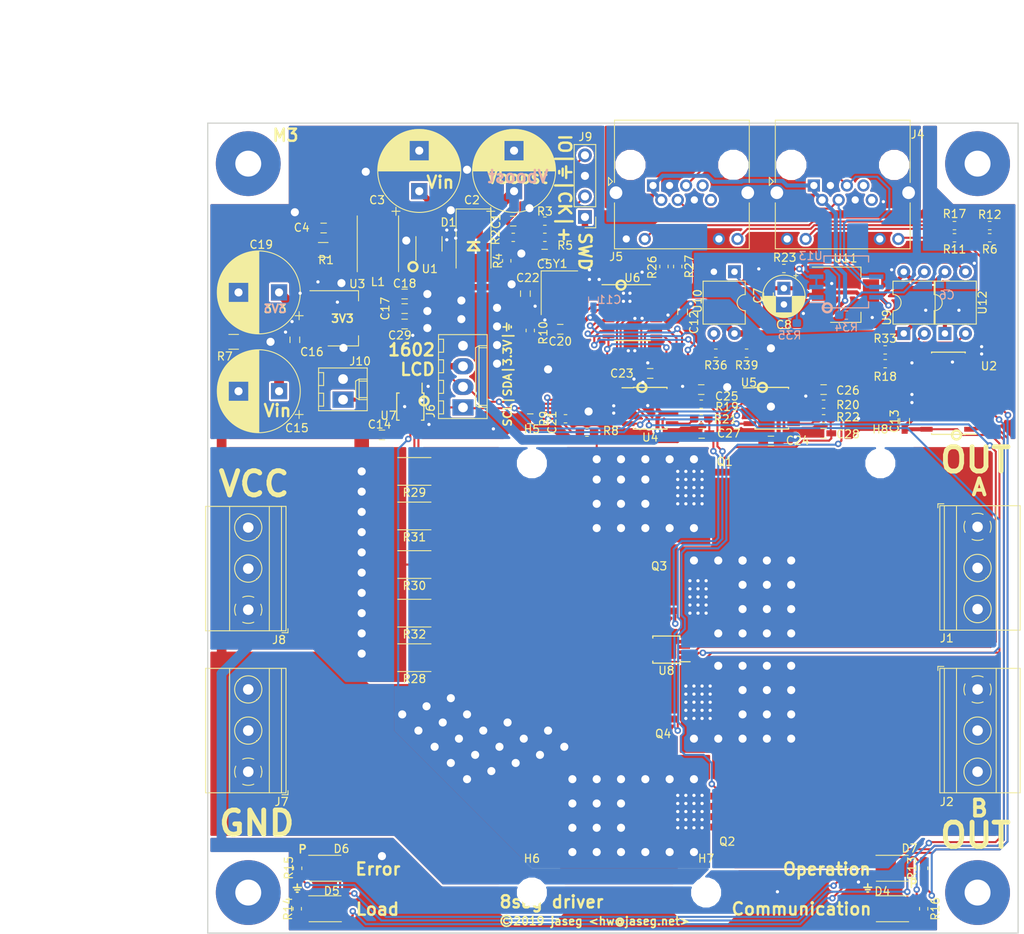
<source format=kicad_pcb>
(kicad_pcb (version 20171130) (host pcbnew "(5.0.1)")
  (layers (0 F.Cu signal) (31 B.Cu signal) (34 B.Paste user) (35 F.Paste user) (36 B.SilkS user) (37 F.SilkS user) (38 B.Mask user hide) (39 F.Mask user) (44 Edge.Cuts user))
  (net 0 "")
  (net 1 +VSW)
  (net 2 GND)
  (net 3 "Net-(C3-Pad1)")
  (net 4 /VBOOT_MON)
  (net 5 +3V3)
  (net 6 "Net-(C15-Pad1)")
  (net 7 /VIN_MON)
  (net 8 "Net-(D1-Pad2)")
  (net 9 /ISO_5V)
  (net 10 /ISO_GND)
  (net 11 "Net-(R2-Pad1)")
  (net 12 "Net-(R33-Pad2)")
  (net 13 "Net-(U7-Pad3)")
  (net 14 "Net-(U8-Pad3)")
  (net 15 /DRV1F)
  (net 16 /DRV2F)
  (net 17 /DRV3F)
  (net 18 /DRV4F)
  (net 19 /OUT_A)
  (net 20 /OUT_B)
  (net 21 /VIN)
  (net 22 /GND_MEAS)
  (net 23 /DRV1)
  (net 24 /DRV2)
  (net 25 /DRV3)
  (net 26 /DRV4)
  (net 27 /CTRL_B)
  (net 28 /CTRL_A)
  (net 29 /SWCLK)
  (net 30 /SWDIO)
  (net 31 /TX)
  (net 32 /RX)
  (net 33 /RX485_A)
  (net 34 /RS485_B)
  (net 35 /BUS_VCC)
  (net 36 /SDA)
  (net 37 /SCL)
  (net 38 "Net-(R6-Pad1)")
  (net 39 "Net-(R12-Pad1)")
  (net 40 /DE)
  (net 41 "Net-(R18-Pad2)")
  (net 42 /ISO_DE)
  (net 43 /ISO_DI)
  (net 44 "Net-(R35-Pad2)")
  (net 45 /ISO_RO)
  (net 46 "Net-(R36-Pad2)")
  (net 47 /SCK)
  (net 48 /MOSI)
  (net 49 /CLED1)
  (net 50 /CLED2)
  (net 51 "Net-(J4-Pad8)")
  (net 52 "Net-(J4-Pad7)")
  (net 53 "Net-(J5-Pad7)")
  (net 54 "Net-(J5-Pad8)")
  (net 55 /CLED4)
  (net 56 /CLED3)
  (net 57 "Net-(U2-Pad9)")
  (net 58 "Net-(R11-Pad1)")
  (net 59 /SLED1)
  (net 60 /SLED2)
  (net 61 /SLED3)
  (net 62 /SLED4)
  (net 63 "Net-(R17-Pad1)")
  (net 64 "Net-(D4-Pad1)")
  (net 65 "Net-(D5-Pad1)")
  (net 66 "Net-(D6-Pad1)")
  (net 67 "Net-(D7-Pad1)")
  (net 68 /XT1)
  (net 69 /XT2)
  (net 70 /RST)
  (module Connectors_Molex:Molex_KK-6410-04_04x2.54mm_Straight (layer F.Cu) (at 101.5 90.1 90)
    (fp_text reference J6 (at -0.45 -4 270) (layer F.SilkS))
    (fp_text value "1602 I2C LCD")
    (pad 4 thru_hole oval (at 7.62 0 90) (size 2 2.6) (drill 1.2) (layers *.Cu *.Mask) (net 2 GND))
    (pad 3 thru_hole oval (at 5.08 0 90) (size 2 2.6) (drill 1.2) (layers *.Cu *.Mask) (net 5 +3V3))
    (pad 2 thru_hole oval (at 2.54 0 90) (size 2 2.6) (drill 1.2) (layers *.Cu *.Mask) (net 36 /SDA))
    (pad 1 thru_hole rect (at 0 0 90) (size 2 2.6) (drill 1.2) (layers *.Cu *.Mask) (net 37 /SCL))
  )
  (module Package_SO:MSOP-10_3x3mm_P0.5mm (layer F.Cu) (at 95 90 270)
    (fp_text reference U7 (at 1.1 2.7) (layer F.SilkS))
    (fp_text value INA226)
    (pad 1 smd rect (at -2.2 -1 270) (size 1.4 0.3) (layers F.Cu F.Paste F.Mask) (net 2 GND))
    (pad 2 smd rect (at -2.2 -0.5 270) (size 1.4 0.3) (layers F.Cu F.Paste F.Mask) (net 2 GND))
    (pad 3 smd rect (at -2.2 0 270) (size 1.4 0.3) (layers F.Cu F.Paste F.Mask) (net 13 "Net-(U7-Pad3)"))
    (pad 4 smd rect (at -2.2 0.5 270) (size 1.4 0.3) (layers F.Cu F.Paste F.Mask) (net 36 /SDA))
    (pad 5 smd rect (at -2.2 1 270) (size 1.4 0.3) (layers F.Cu F.Paste F.Mask) (net 37 /SCL))
    (pad 6 smd rect (at 2.2 1 270) (size 1.4 0.3) (layers F.Cu F.Paste F.Mask) (net 5 +3V3))
    (pad 7 smd rect (at 2.2 0.5 270) (size 1.4 0.3) (layers F.Cu F.Paste F.Mask) (net 2 GND))
    (pad 8 smd rect (at 2.2 0 270) (size 1.4 0.3) (layers F.Cu F.Paste F.Mask) (net 21 /VIN))
    (pad 9 smd rect (at 2.2 -0.5 270) (size 1.4 0.3) (layers F.Cu F.Paste F.Mask) (net 2 GND))
    (pad 10 smd rect (at 2.2 -1 270) (size 1.4 0.3) (layers F.Cu F.Paste F.Mask) (net 22 /GND_MEAS))
  )
  (module Package_SO:TSSOP-20_4.4x6.5mm_P0.65mm (layer F.Cu) (at 122.4 78.4)
    (fp_text reference U6 (at 0 -4.3) (layer F.SilkS))
    (fp_text value STM32F030F4Px)
    (pad 1 smd rect (at -2.95 -2.925) (size 1.45 0.45) (layers F.Cu F.Paste F.Mask) (net 2 GND))
    (pad 2 smd rect (at -2.95 -2.275) (size 1.45 0.45) (layers F.Cu F.Paste F.Mask) (net 69 /XT2))
    (pad 3 smd rect (at -2.95 -1.625) (size 1.45 0.45) (layers F.Cu F.Paste F.Mask) (net 68 /XT1))
    (pad 4 smd rect (at -2.95 -0.975) (size 1.45 0.45) (layers F.Cu F.Paste F.Mask) (net 70 /RST))
    (pad 5 smd rect (at -2.95 -0.325) (size 1.45 0.45) (layers F.Cu F.Paste F.Mask) (net 5 +3V3))
    (pad 6 smd rect (at -2.95 0.325) (size 1.45 0.45) (layers F.Cu F.Paste F.Mask) (net 4 /VBOOT_MON))
    (pad 7 smd rect (at -2.95 0.975) (size 1.45 0.45) (layers F.Cu F.Paste F.Mask) (net 40 /DE))
    (pad 8 smd rect (at -2.95 1.625) (size 1.45 0.45) (layers F.Cu F.Paste F.Mask) (net 31 /TX))
    (pad 9 smd rect (at -2.95 2.275) (size 1.45 0.45) (layers F.Cu F.Paste F.Mask) (net 32 /RX))
    (pad 10 smd rect (at -2.95 2.925) (size 1.45 0.45) (layers F.Cu F.Paste F.Mask) (net 7 /VIN_MON))
    (pad 11 smd rect (at 2.95 2.925) (size 1.45 0.45) (layers F.Cu F.Paste F.Mask) (net 47 /SCK))
    (pad 12 smd rect (at 2.95 2.275) (size 1.45 0.45) (layers F.Cu F.Paste F.Mask) (net 28 /CTRL_A))
    (pad 13 smd rect (at 2.95 1.625) (size 1.45 0.45) (layers F.Cu F.Paste F.Mask) (net 48 /MOSI))
    (pad 14 smd rect (at 2.95 0.975) (size 1.45 0.45) (layers F.Cu F.Paste F.Mask) (net 27 /CTRL_B))
    (pad 15 smd rect (at 2.95 0.325) (size 1.45 0.45) (layers F.Cu F.Paste F.Mask) (net 2 GND))
    (pad 16 smd rect (at 2.95 -0.325) (size 1.45 0.45) (layers F.Cu F.Paste F.Mask) (net 5 +3V3))
    (pad 17 smd rect (at 2.95 -0.975) (size 1.45 0.45) (layers F.Cu F.Paste F.Mask) (net 37 /SCL))
    (pad 18 smd rect (at 2.95 -1.625) (size 1.45 0.45) (layers F.Cu F.Paste F.Mask) (net 36 /SDA))
    (pad 19 smd rect (at 2.95 -2.275) (size 1.45 0.45) (layers F.Cu F.Paste F.Mask) (net 30 /SWDIO))
    (pad 20 smd rect (at 2.95 -2.925) (size 1.45 0.45) (layers F.Cu F.Paste F.Mask) (net 29 /SWCLK))
  )
  (module Resistor_SMD:R_0603_1608Metric_Pad1.05x0.95mm_HandSolder (layer F.Cu) (at 111.6 67.1)
    (fp_text reference R3 (at 0 -1.2) (layer F.SilkS))
    (fp_text value 47k)
    (pad 1 smd roundrect (at -0.875 0) (size 1.05 0.95) (layers F.Cu F.Paste F.Mask) (net 1 +VSW))
    (pad 2 smd roundrect (at 0.875 0) (size 1.05 0.95) (layers F.Cu F.Paste F.Mask) (net 4 /VBOOT_MON))
  )
  (module Resistor_SMD:R_0603_1608Metric_Pad1.05x0.95mm_HandSolder (layer F.Cu) (at 136.5 83.4 180)
    (fp_text reference R39 (at 0 -1.5) (layer F.SilkS))
    (fp_text value 680)
    (pad 2 smd roundrect (at 0.875 0 180) (size 1.05 0.95) (layers F.Cu F.Paste F.Mask) (net 46 "Net-(R36-Pad2)"))
    (pad 1 smd roundrect (at -0.875 0 180) (size 1.05 0.95) (layers F.Cu F.Paste F.Mask) (net 2 GND))
  )
  (module Package_DIP:DIP-4_W7.62mm (layer F.Cu) (at 160.97 80.97 90)
    (fp_text reference U12 (at 3.81 4.63 90) (layer F.SilkS))
    (fp_text value PC817)
    (pad 1 thru_hole rect (at 0 0 90) (size 1.6 1.6) (drill 0.8) (layers *.Cu *.Mask) (net 5 +3V3))
    (pad 3 thru_hole oval (at 7.62 2.54 90) (size 1.6 1.6) (drill 0.8) (layers *.Cu *.Mask) (net 42 /ISO_DE))
    (pad 2 thru_hole oval (at 0 2.54 90) (size 1.6 1.6) (drill 0.8) (layers *.Cu *.Mask) (net 41 "Net-(R18-Pad2)"))
    (pad 4 thru_hole oval (at 7.62 0 90) (size 1.6 1.6) (drill 0.8) (layers *.Cu *.Mask) (net 9 /ISO_5V))
  )
  (module "footprints:Toshiba SOP Advance" (layer F.Cu) (at 130 100 90)
    (fp_text reference Q1 (at 3.2 3.8 180) (layer F.SilkS))
    (fp_text value TPHR6503PL)
    (pad 1 smd rect (at 0 -0.55 90) (size 4.7 3.75) (layers F.Cu F.Paste F.Mask) (net 21 /VIN))
    (pad 3 smd rect (at -1.905 3.5 90) (size 0.85 2.95) (layers F.Cu F.Paste F.Mask) (net 19 /OUT_A))
    (pad 3 smd rect (at -0.635 3.5 90) (size 0.85 2.95) (layers F.Cu F.Paste F.Mask) (net 19 /OUT_A))
    (pad 3 smd rect (at 0.635 3.5 90) (size 0.85 2.95) (layers F.Cu F.Paste F.Mask) (net 19 /OUT_A))
    (pad 2 smd rect (at 1.905 3.5 90) (size 0.85 2.95) (layers F.Cu F.Paste F.Mask) (net 18 /DRV4F))
    (pad 1 smd rect (at 1.905 -3.475 90) (size 0.85 3) (layers F.Cu F.Paste F.Mask) (net 21 /VIN))
    (pad 1 smd rect (at 0.635 -3.475 90) (size 0.85 3) (layers F.Cu F.Paste F.Mask) (net 21 /VIN))
    (pad 1 smd rect (at -0.635 -3.475 90) (size 0.85 3) (layers F.Cu F.Paste F.Mask) (net 21 /VIN))
    (pad 1 smd rect (at -1.905 -3.475 90) (size 0.85 3) (layers F.Cu F.Paste F.Mask) (net 21 /VIN))
  )
  (module "footprints:Toshiba SOP Advance" (layer F.Cu) (at 130 140 90)
    (fp_text reference Q2 (at -3.7 4.1 180) (layer F.SilkS))
    (fp_text value TPHR6503PL)
    (pad 1 smd rect (at 0 -0.55 90) (size 4.7 3.75) (layers F.Cu F.Paste F.Mask) (net 21 /VIN))
    (pad 3 smd rect (at -1.905 3.5 90) (size 0.85 2.95) (layers F.Cu F.Paste F.Mask) (net 20 /OUT_B))
    (pad 3 smd rect (at -0.635 3.5 90) (size 0.85 2.95) (layers F.Cu F.Paste F.Mask) (net 20 /OUT_B))
    (pad 3 smd rect (at 0.635 3.5 90) (size 0.85 2.95) (layers F.Cu F.Paste F.Mask) (net 20 /OUT_B))
    (pad 2 smd rect (at 1.905 3.5 90) (size 0.85 2.95) (layers F.Cu F.Paste F.Mask) (net 16 /DRV2F))
    (pad 1 smd rect (at 1.905 -3.475 90) (size 0.85 3) (layers F.Cu F.Paste F.Mask) (net 21 /VIN))
    (pad 1 smd rect (at 0.635 -3.475 90) (size 0.85 3) (layers F.Cu F.Paste F.Mask) (net 21 /VIN))
    (pad 1 smd rect (at -0.635 -3.475 90) (size 0.85 3) (layers F.Cu F.Paste F.Mask) (net 21 /VIN))
    (pad 1 smd rect (at -1.905 -3.475 90) (size 0.85 3) (layers F.Cu F.Paste F.Mask) (net 21 /VIN))
  )
  (module "footprints:Toshiba SOP Advance" (layer F.Cu) (at 130 113.3333 270)
    (fp_text reference Q3 (at -3.6333 4.3) (layer F.SilkS))
    (fp_text value TPHR6503PL)
    (pad 1 smd rect (at 0 -0.55 270) (size 4.7 3.75) (layers F.Cu F.Paste F.Mask) (net 19 /OUT_A))
    (pad 3 smd rect (at -1.905 3.5 270) (size 0.85 2.95) (layers F.Cu F.Paste F.Mask) (net 22 /GND_MEAS))
    (pad 3 smd rect (at -0.635 3.5 270) (size 0.85 2.95) (layers F.Cu F.Paste F.Mask) (net 22 /GND_MEAS))
    (pad 3 smd rect (at 0.635 3.5 270) (size 0.85 2.95) (layers F.Cu F.Paste F.Mask) (net 22 /GND_MEAS))
    (pad 2 smd rect (at 1.905 3.5 270) (size 0.85 2.95) (layers F.Cu F.Paste F.Mask) (net 17 /DRV3F))
    (pad 1 smd rect (at 1.905 -3.475 270) (size 0.85 3) (layers F.Cu F.Paste F.Mask) (net 19 /OUT_A))
    (pad 1 smd rect (at 0.635 -3.475 270) (size 0.85 3) (layers F.Cu F.Paste F.Mask) (net 19 /OUT_A))
    (pad 1 smd rect (at -0.635 -3.475 270) (size 0.85 3) (layers F.Cu F.Paste F.Mask) (net 19 /OUT_A))
    (pad 1 smd rect (at -1.905 -3.475 270) (size 0.85 3) (layers F.Cu F.Paste F.Mask) (net 19 /OUT_A))
  )
  (module "footprints:Toshiba SOP Advance" (layer F.Cu) (at 130 126.6667 270)
    (fp_text reference Q4 (at 3.7333 3.8) (layer F.SilkS))
    (fp_text value TPHR6503PL)
    (pad 1 smd rect (at 0 -0.55 270) (size 4.7 3.75) (layers F.Cu F.Paste F.Mask) (net 20 /OUT_B))
    (pad 3 smd rect (at -1.905 3.5 270) (size 0.85 2.95) (layers F.Cu F.Paste F.Mask) (net 22 /GND_MEAS))
    (pad 3 smd rect (at -0.635 3.5 270) (size 0.85 2.95) (layers F.Cu F.Paste F.Mask) (net 22 /GND_MEAS))
    (pad 3 smd rect (at 0.635 3.5 270) (size 0.85 2.95) (layers F.Cu F.Paste F.Mask) (net 22 /GND_MEAS))
    (pad 2 smd rect (at 1.905 3.5 270) (size 0.85 2.95) (layers F.Cu F.Paste F.Mask) (net 15 /DRV1F))
    (pad 1 smd rect (at 1.905 -3.475 270) (size 0.85 3) (layers F.Cu F.Paste F.Mask) (net 20 /OUT_B))
    (pad 1 smd rect (at 0.635 -3.475 270) (size 0.85 3) (layers F.Cu F.Paste F.Mask) (net 20 /OUT_B))
    (pad 1 smd rect (at -0.635 -3.475 270) (size 0.85 3) (layers F.Cu F.Paste F.Mask) (net 20 /OUT_B))
    (pad 1 smd rect (at -1.905 -3.475 270) (size 0.85 3) (layers F.Cu F.Paste F.Mask) (net 20 /OUT_B))
  )
  (module Capacitors_SMD:C_0603_HandSoldering (layer F.Cu) (at 107.7 67.1)
    (fp_text reference C1 (at -2.1 0 90) (layer F.SilkS))
    (fp_text value 10u)
    (pad 1 smd rect (at -0.95 0) (size 1.2 0.75) (layers F.Cu F.Paste F.Mask) (net 1 +VSW))
    (pad 2 smd rect (at 0.95 0) (size 1.2 0.75) (layers F.Cu F.Paste F.Mask) (net 2 GND))
  )
  (module Capacitors_SMD:C_0603_HandSoldering (layer F.Cu) (at 84.3 67.95 180)
    (fp_text reference C4 (at 2.7 0.05 180) (layer F.SilkS))
    (fp_text value 10u)
    (pad 1 smd rect (at -0.95 0 180) (size 1.2 0.75) (layers F.Cu F.Paste F.Mask) (net 3 "Net-(C3-Pad1)"))
    (pad 2 smd rect (at 0.95 0 180) (size 1.2 0.75) (layers F.Cu F.Paste F.Mask) (net 2 GND))
  )
  (module Capacitors_SMD:C_0603_HandSoldering (layer F.Cu) (at 111.574999 71.174999 180)
    (fp_text reference C5 (at 0 -1.25 180) (layer F.SilkS))
    (fp_text value 100n)
    (pad 1 smd rect (at -0.95 0 180) (size 1.2 0.75) (layers F.Cu F.Paste F.Mask) (net 4 /VBOOT_MON))
    (pad 2 smd rect (at 0.95 0 180) (size 1.2 0.75) (layers F.Cu F.Paste F.Mask) (net 2 GND))
  )
  (module Capacitors_SMD:C_0603_HandSoldering (layer B.Cu) (at 117.6 76.8 90)
    (fp_text reference C11 (at 0 2 180) (layer B.SilkS) (effects (justify mirror)))
    (fp_text value 100n)
    (pad 2 smd rect (at 0.95 0 90) (size 1.2 0.75) (layers B.Cu B.Paste B.Mask) (net 2 GND))
    (pad 1 smd rect (at -0.95 0 90) (size 1.2 0.75) (layers B.Cu B.Paste B.Mask) (net 5 +3V3))
  )
  (module Capacitors_SMD:C_0603_HandSoldering (layer F.Cu) (at 128.6 78.3 270)
    (fp_text reference C12 (at 1.3 -1.4 270) (layer F.SilkS))
    (fp_text value 100n)
    (pad 1 smd rect (at -0.95 0 270) (size 1.2 0.75) (layers F.Cu F.Paste F.Mask) (net 5 +3V3))
    (pad 2 smd rect (at 0.95 0 270) (size 1.2 0.75) (layers F.Cu F.Paste F.Mask) (net 2 GND))
  )
  (module Capacitors_SMD:C_0603_HandSoldering (layer F.Cu) (at 156 91.8 90)
    (fp_text reference C13 (at 0 -1.25 90) (layer F.SilkS))
    (fp_text value 100n)
    (pad 2 smd rect (at 0.95 0 90) (size 1.2 0.75) (layers F.Cu F.Paste F.Mask) (net 2 GND))
    (pad 1 smd rect (at -0.95 0 90) (size 1.2 0.75) (layers F.Cu F.Paste F.Mask) (net 5 +3V3))
  )
  (module Capacitors_SMD:C_0603_HandSoldering (layer F.Cu) (at 91.5 93.5 180)
    (fp_text reference C14 (at 0.3 1.3 180) (layer F.SilkS))
    (fp_text value 100n)
    (pad 1 smd rect (at -0.95 0 180) (size 1.2 0.75) (layers F.Cu F.Paste F.Mask) (net 5 +3V3))
    (pad 2 smd rect (at 0.95 0 180) (size 1.2 0.75) (layers F.Cu F.Paste F.Mask) (net 2 GND))
  )
  (module Capacitors_SMD:C_0603_HandSoldering (layer F.Cu) (at 80.75 81.75 90)
    (fp_text reference C16 (at -1.5 2.1 180) (layer F.SilkS))
    (fp_text value 1u)
    (pad 1 smd rect (at -0.95 0 90) (size 1.2 0.75) (layers F.Cu F.Paste F.Mask) (net 6 "Net-(C15-Pad1)"))
    (pad 2 smd rect (at 0.95 0 90) (size 1.2 0.75) (layers F.Cu F.Paste F.Mask) (net 2 GND))
  )
  (module Capacitors_SMD:C_0603_HandSoldering (layer F.Cu) (at 94.3 77.9)
    (fp_text reference C17 (at -2.4 0 90) (layer F.SilkS))
    (fp_text value 1u)
    (pad 2 smd rect (at 0.95 0) (size 1.2 0.75) (layers F.Cu F.Paste F.Mask) (net 2 GND))
    (pad 1 smd rect (at -0.95 0) (size 1.2 0.75) (layers F.Cu F.Paste F.Mask) (net 5 +3V3))
  )
  (module Capacitors_SMD:C_0603_HandSoldering (layer F.Cu) (at 94.3 76.1)
    (fp_text reference C18 (at 0 -1.3) (layer F.SilkS))
    (fp_text value 10u)
    (pad 2 smd rect (at 0.95 0) (size 1.2 0.75) (layers F.Cu F.Paste F.Mask) (net 2 GND))
    (pad 1 smd rect (at -0.95 0) (size 1.2 0.75) (layers F.Cu F.Paste F.Mask) (net 5 +3V3))
  )
  (module Capacitors_SMD:C_0603_HandSoldering (layer F.Cu) (at 113.5 80.45)
    (fp_text reference C20 (at 0 1.5) (layer F.SilkS))
    (fp_text value 12p)
    (pad 2 smd rect (at 0.95 0) (size 1.2 0.75) (layers F.Cu F.Paste F.Mask) (net 68 /XT1))
    (pad 1 smd rect (at -0.95 0) (size 1.2 0.75) (layers F.Cu F.Paste F.Mask) (net 2 GND))
  )
  (module Capacitors_SMD:C_0603_HandSoldering (layer F.Cu) (at 109.8 91.5 180)
    (fp_text reference C21 (at -2.7 -0.45 270) (layer F.SilkS))
    (fp_text value 100n)
    (pad 2 smd rect (at 0.95 0 180) (size 1.2 0.75) (layers F.Cu F.Paste F.Mask) (net 2 GND))
    (pad 1 smd rect (at -0.95 0 180) (size 1.2 0.75) (layers F.Cu F.Paste F.Mask) (net 7 /VIN_MON))
  )
  (module Capacitors_SMD:C_0603_HandSoldering (layer F.Cu) (at 109.2 76.05 90)
    (fp_text reference C22 (at 1.95 0.3) (layer F.SilkS))
    (fp_text value 12p)
    (pad 1 smd rect (at -0.95 0 90) (size 1.2 0.75) (layers F.Cu F.Paste F.Mask) (net 69 /XT2))
    (pad 2 smd rect (at 0.95 0 90) (size 1.2 0.75) (layers F.Cu F.Paste F.Mask) (net 2 GND))
  )
  (module Capacitors_SMD:C_0603_HandSoldering (layer F.Cu) (at 124.6 85.9 180)
    (fp_text reference C23 (at 3.5 0 180) (layer F.SilkS))
    (fp_text value 100n)
    (pad 2 smd rect (at 0.95 0 180) (size 1.2 0.75) (layers F.Cu F.Paste F.Mask) (net 2 GND))
    (pad 1 smd rect (at -0.95 0 180) (size 1.2 0.75) (layers F.Cu F.Paste F.Mask) (net 1 +VSW))
  )
  (module Capacitors_SMD:C_0603_HandSoldering (layer F.Cu) (at 139.5 94.25 180)
    (fp_text reference C24 (at -3.3 0.05 180) (layer F.SilkS))
    (fp_text value 100n)
    (pad 1 smd rect (at -0.95 0 180) (size 1.2 0.75) (layers F.Cu F.Paste F.Mask) (net 1 +VSW))
    (pad 2 smd rect (at 0.95 0 180) (size 1.2 0.75) (layers F.Cu F.Paste F.Mask) (net 2 GND))
  )
  (module Capacitors_SMD:C_0603_HandSoldering (layer F.Cu) (at 130.9 87.9 180)
    (fp_text reference C25 (at -3.15 -0.825 180) (layer F.SilkS))
    (fp_text value 0)
    (pad 2 smd rect (at 0.95 0 180) (size 1.2 0.75) (layers F.Cu F.Paste F.Mask) (net 2 GND))
    (pad 1 smd rect (at -0.95 0 180) (size 1.2 0.75) (layers F.Cu F.Paste F.Mask) (net 15 /DRV1F))
  )
  (module Capacitors_SMD:C_0603_HandSoldering (layer F.Cu) (at 146 87.9 180)
    (fp_text reference C26 (at -3 -0.1 180) (layer F.SilkS))
    (fp_text value 0)
    (pad 2 smd rect (at 0.95 0 180) (size 1.2 0.75) (layers F.Cu F.Paste F.Mask) (net 2 GND))
    (pad 1 smd rect (at -0.95 0 180) (size 1.2 0.75) (layers F.Cu F.Paste F.Mask) (net 16 /DRV2F))
  )
  (module Capacitors_SMD:C_0603_HandSoldering (layer F.Cu) (at 130.95 93.3)
    (fp_text reference C27 (at 3.35 0) (layer F.SilkS))
    (fp_text value 0)
    (pad 1 smd rect (at -0.95 0) (size 1.2 0.75) (layers F.Cu F.Paste F.Mask) (net 2 GND))
    (pad 2 smd rect (at 0.95 0) (size 1.2 0.75) (layers F.Cu F.Paste F.Mask) (net 17 /DRV3F))
  )
  (module Capacitors_SMD:C_0603_HandSoldering (layer F.Cu) (at 146 93.3)
    (fp_text reference C28 (at 3 0.1) (layer F.SilkS))
    (fp_text value 0)
    (pad 2 smd rect (at 0.95 0) (size 1.2 0.75) (layers F.Cu F.Paste F.Mask) (net 18 /DRV4F))
    (pad 1 smd rect (at -0.95 0) (size 1.2 0.75) (layers F.Cu F.Paste F.Mask) (net 2 GND))
  )
  (module Capacitors_SMD:C_0603_HandSoldering (layer F.Cu) (at 94.3 79.8)
    (fp_text reference C29 (at -0.6 1.4) (layer F.SilkS))
    (fp_text value 100n)
    (pad 2 smd rect (at 0.95 0) (size 1.2 0.75) (layers F.Cu F.Paste F.Mask) (net 2 GND))
    (pad 1 smd rect (at -0.95 0) (size 1.2 0.75) (layers F.Cu F.Paste F.Mask) (net 5 +3V3))
  )
  (module Diode_SMD:D_SMB_Handsoldering (layer F.Cu) (at 102.8 70.2 270)
    (fp_text reference D1 (at -2.95 3.1) (layer F.SilkS))
    (fp_text value "2A schottky")
    (pad 1 smd rect (at -2.7 0 270) (size 3.5 2.3) (layers F.Cu F.Paste F.Mask) (net 1 +VSW))
    (pad 2 smd rect (at 2.7 0 270) (size 3.5 2.3) (layers F.Cu F.Paste F.Mask) (net 8 "Net-(D1-Pad2)"))
  )
  (module LED_SMD:LED_PLCC_2835_Handsoldering (layer F.Cu) (at 155 152)
    (fp_text reference D4 (at -1.75 -2.15) (layer F.SilkS))
    (fp_text value cyan)
    (pad 1 smd rect (at -1.33 0 180) (size 2.5 2.1) (layers F.Cu F.Paste F.Mask) (net 64 "Net-(D4-Pad1)"))
    (pad 2 smd rect (at 1.33 0 180) (size 1.5 2.1) (layers F.Cu F.Paste F.Mask) (net 5 +3V3))
  )
  (module LED_SMD:LED_PLCC_2835_Handsoldering (layer F.Cu) (at 85 152)
    (fp_text reference D5 (at 0.3 -2.2) (layer F.SilkS))
    (fp_text value cyan)
    (pad 2 smd rect (at 1.33 0 180) (size 1.5 2.1) (layers F.Cu F.Paste F.Mask) (net 5 +3V3))
    (pad 1 smd rect (at -1.33 0 180) (size 2.5 2.1) (layers F.Cu F.Paste F.Mask) (net 65 "Net-(D5-Pad1)"))
  )
  (module LED_SMD:LED_PLCC_2835_Handsoldering (layer F.Cu) (at 85 147)
    (fp_text reference D6 (at 1.5 -2.4) (layer F.SilkS))
    (fp_text value pink)
    (pad 2 smd rect (at 1.33 0 180) (size 1.5 2.1) (layers F.Cu F.Paste F.Mask) (net 5 +3V3))
    (pad 1 smd rect (at -1.33 0 180) (size 2.5 2.1) (layers F.Cu F.Paste F.Mask) (net 66 "Net-(D6-Pad1)"))
  )
  (module LED_SMD:LED_PLCC_2835_Handsoldering (layer F.Cu) (at 155 147)
    (fp_text reference D7 (at 1.6 -2.45) (layer F.SilkS))
    (fp_text value pink)
    (pad 1 smd rect (at -1.33 0 180) (size 2.5 2.1) (layers F.Cu F.Paste F.Mask) (net 67 "Net-(D7-Pad1)"))
    (pad 2 smd rect (at 1.33 0 180) (size 1.5 2.1) (layers F.Cu F.Paste F.Mask) (net 5 +3V3))
  )
  (module TerminalBlock_Phoenix:TerminalBlock_Phoenix_MKDS-1,5-3-5.08_1x03_P5.08mm_Horizontal (layer F.Cu) (at 165 104.84 270)
    (fp_text reference J1 (at 13.76 3.8) (layer F.SilkS))
    (fp_text value OUT_A)
    (pad 1 thru_hole rect (at 0 0 270) (size 2.6 2.6) (drill 1.3) (layers *.Cu *.Mask) (net 19 /OUT_A))
    (pad 2 thru_hole circle (at 5.08 0 270) (size 2.6 2.6) (drill 1.3) (layers *.Cu *.Mask) (net 19 /OUT_A))
    (pad 3 thru_hole circle (at 10.16 0 270) (size 2.6 2.6) (drill 1.3) (layers *.Cu *.Mask) (net 19 /OUT_A))
  )
  (module TerminalBlock_Phoenix:TerminalBlock_Phoenix_MKDS-1,5-3-5.08_1x03_P5.08mm_Horizontal (layer F.Cu) (at 165 124.92 270)
    (fp_text reference J2 (at 13.88 3.8) (layer F.SilkS))
    (fp_text value OUT_B)
    (pad 3 thru_hole circle (at 10.16 0 270) (size 2.6 2.6) (drill 1.3) (layers *.Cu *.Mask) (net 20 /OUT_B))
    (pad 2 thru_hole circle (at 5.08 0 270) (size 2.6 2.6) (drill 1.3) (layers *.Cu *.Mask) (net 20 /OUT_B))
    (pad 1 thru_hole rect (at 0 0 270) (size 2.6 2.6) (drill 1.3) (layers *.Cu *.Mask) (net 20 /OUT_B))
  )
  (module TerminalBlock_Phoenix:TerminalBlock_Phoenix_MKDS-1,5-3-5.08_1x03_P5.08mm_Horizontal (layer F.Cu) (at 75 135.08 90)
    (fp_text reference J7 (at -3.72 4.1 180) (layer F.SilkS))
    (fp_text value IN_VCC)
    (pad 3 thru_hole circle (at 10.16 0 90) (size 2.6 2.6) (drill 1.3) (layers *.Cu *.Mask) (net 21 /VIN))
    (pad 2 thru_hole circle (at 5.08 0 90) (size 2.6 2.6) (drill 1.3) (layers *.Cu *.Mask) (net 21 /VIN))
    (pad 1 thru_hole rect (at 0 0 90) (size 2.6 2.6) (drill 1.3) (layers *.Cu *.Mask) (net 21 /VIN))
  )
  (module TerminalBlock_Phoenix:TerminalBlock_Phoenix_MKDS-1,5-3-5.08_1x03_P5.08mm_Horizontal (layer F.Cu) (at 75 115.08 90)
    (fp_text reference J8 (at -3.72 3.8 180) (layer F.SilkS))
    (fp_text value IN_GND)
    (pad 1 thru_hole rect (at 0 0 90) (size 2.6 2.6) (drill 1.3) (layers *.Cu *.Mask) (net 2 GND))
    (pad 2 thru_hole circle (at 5.08 0 90) (size 2.6 2.6) (drill 1.3) (layers *.Cu *.Mask) (net 2 GND))
    (pad 3 thru_hole circle (at 10.16 0 90) (size 2.6 2.6) (drill 1.3) (layers *.Cu *.Mask) (net 2 GND))
  )
  (module Inductor_SMD:L_Taiyo-Yuden_NR-50xx_HandSoldering (layer F.Cu) (at 91 69.9 270)
    (fp_text reference L1 (at 4.7 0) (layer F.SilkS))
    (fp_text value 10u)
    (pad 1 smd rect (at -2.25 0 270) (size 2.4 4.2) (layers F.Cu F.Paste F.Mask) (net 3 "Net-(C3-Pad1)"))
    (pad 2 smd rect (at 2.25 0 270) (size 2.4 4.2) (layers F.Cu F.Paste F.Mask) (net 8 "Net-(D1-Pad2)"))
  )
  (module Resistor_SMD:R_0603_1608Metric_Pad1.05x0.95mm_HandSolder (layer F.Cu) (at 107.7 69.1)
    (fp_text reference R2 (at -2.2 0 90) (layer F.SilkS))
    (fp_text value 100k)
    (pad 2 smd roundrect (at 0.875 0) (size 1.05 0.95) (layers F.Cu F.Paste F.Mask) (net 1 +VSW))
    (pad 1 smd roundrect (at -0.875 0) (size 1.05 0.95) (layers F.Cu F.Paste F.Mask) (net 11 "Net-(R2-Pad1)"))
  )
  (module Resistor_SMD:R_0603_1608Metric_Pad1.05x0.95mm_HandSolder (layer F.Cu) (at 106.9 72 90)
    (fp_text reference R4 (at 0 -1.1 270) (layer F.SilkS))
    (fp_text value 3k3)
    (pad 2 smd roundrect (at 0.875 0 90) (size 1.05 0.95) (layers F.Cu F.Paste F.Mask) (net 11 "Net-(R2-Pad1)"))
    (pad 1 smd roundrect (at -0.875 0 90) (size 1.05 0.95) (layers F.Cu F.Paste F.Mask) (net 2 GND))
  )
  (module Resistor_SMD:R_0603_1608Metric_Pad1.05x0.95mm_HandSolder (layer F.Cu) (at 111.6 69.1)
    (fp_text reference R5 (at 2.5 1) (layer F.SilkS))
    (fp_text value 10k)
    (pad 1 smd roundrect (at -0.875 0) (size 1.05 0.95) (layers F.Cu F.Paste F.Mask) (net 2 GND))
    (pad 2 smd roundrect (at 0.875 0) (size 1.05 0.95) (layers F.Cu F.Paste F.Mask) (net 4 /VBOOT_MON))
  )
  (module Resistor_SMD:R_1206_3216Metric_Pad1.42x1.75mm_HandSolder (layer F.Cu) (at 73.2 82)
    (fp_text reference R7 (at -1.1 1.8) (layer F.SilkS))
    (fp_text value "10R .5W")
    (pad 1 smd roundrect (at -1.4875 0) (size 1.425 1.75) (layers F.Cu F.Paste F.Mask) (roundrect_rratio 0.175439) (net 21 /VIN))
    (pad 2 smd roundrect (at 1.4875 0) (size 1.425 1.75) (layers F.Cu F.Paste F.Mask) (roundrect_rratio 0.175439) (net 6 "Net-(C15-Pad1)"))
  )
  (module Resistor_SMD:R_0603_1608Metric_Pad1.05x0.95mm_HandSolder (layer F.Cu) (at 116.8 93.15 180)
    (fp_text reference R8 (at -2.95 0.15) (layer F.SilkS))
    (fp_text value 47k)
    (pad 2 smd roundrect (at 0.875 0 180) (size 1.05 0.95) (layers F.Cu F.Paste F.Mask) (net 7 /VIN_MON))
    (pad 1 smd roundrect (at -0.875 0 180) (size 1.05 0.95) (layers F.Cu F.Paste F.Mask) (net 21 /VIN))
  )
  (module Resistor_SMD:R_0603_1608Metric_Pad1.05x0.95mm_HandSolder (layer F.Cu) (at 114.15 91.5 180)
    (fp_text reference R9 (at 2.65 0 -90) (layer F.SilkS))
    (fp_text value 10k)
    (pad 1 smd roundrect (at -0.875 0 180) (size 1.05 0.95) (layers F.Cu F.Paste F.Mask) (net 2 GND))
    (pad 2 smd roundrect (at 0.875 0 180) (size 1.05 0.95) (layers F.Cu F.Paste F.Mask) (net 7 /VIN_MON))
  )
  (module Resistor_SMD:R_0603_1608Metric_Pad1.05x0.95mm_HandSolder (layer F.Cu) (at 109.8 80.6 90)
    (fp_text reference R10 (at -0.3 1.6 90) (layer F.SilkS))
    (fp_text value 10k)
    (pad 2 smd roundrect (at 0.875 0 90) (size 1.05 0.95) (layers F.Cu F.Paste F.Mask) (net 5 +3V3))
    (pad 1 smd roundrect (at -0.875 0 90) (size 1.05 0.95) (layers F.Cu F.Paste F.Mask) (net 70 /RST))
  )
  (module Resistor_SMD:R_0603_1608Metric_Pad1.05x0.95mm_HandSolder (layer F.Cu) (at 158.35 147 90)
    (fp_text reference R13 (at 0 -1.43 90) (layer F.SilkS))
    (fp_text value 150)
    (pad 1 smd roundrect (at -0.875 0 90) (size 1.05 0.95) (layers F.Cu F.Paste F.Mask) (net 59 /SLED1))
    (pad 2 smd roundrect (at 0.875 0 90) (size 1.05 0.95) (layers F.Cu F.Paste F.Mask) (net 67 "Net-(D7-Pad1)"))
  )
  (module Resistor_SMD:R_0603_1608Metric_Pad1.05x0.95mm_HandSolder (layer F.Cu) (at 81.05 152 90)
    (fp_text reference R14 (at 0 -1.15 90) (layer F.SilkS))
    (fp_text value 150)
    (pad 2 smd roundrect (at 0.875 0 90) (size 1.05 0.95) (layers F.Cu F.Paste F.Mask) (net 65 "Net-(D5-Pad1)"))
    (pad 1 smd roundrect (at -0.875 0 90) (size 1.05 0.95) (layers F.Cu F.Paste F.Mask) (net 60 /SLED2))
  )
  (module Resistor_SMD:R_0603_1608Metric_Pad1.05x0.95mm_HandSolder (layer F.Cu) (at 81.1 147 90)
    (fp_text reference R15 (at 0.05 -1.1 90) (layer F.SilkS))
    (fp_text value 150)
    (pad 2 smd roundrect (at 0.875 0 90) (size 1.05 0.95) (layers F.Cu F.Paste F.Mask) (net 66 "Net-(D6-Pad1)"))
    (pad 1 smd roundrect (at -0.875 0 90) (size 1.05 0.95) (layers F.Cu F.Paste F.Mask) (net 61 /SLED3))
  )
  (module Resistor_SMD:R_0603_1608Metric_Pad1.05x0.95mm_HandSolder (layer F.Cu) (at 158.35 152 270)
    (fp_text reference R16 (at 0 -1.43 270) (layer F.SilkS))
    (fp_text value 150)
    (pad 2 smd roundrect (at 0.875 0 270) (size 1.05 0.95) (layers F.Cu F.Paste F.Mask) (net 64 "Net-(D4-Pad1)"))
    (pad 1 smd roundrect (at -0.875 0 270) (size 1.05 0.95) (layers F.Cu F.Paste F.Mask) (net 62 /SLED4))
  )
  (module Resistor_SMD:R_0603_1608Metric_Pad1.05x0.95mm_HandSolder (layer F.Cu) (at 130.9 89.7 180)
    (fp_text reference R19 (at -3.175 -0.325 180) (layer F.SilkS))
    (fp_text value 0R)
    (pad 1 smd roundrect (at -0.875 0 180) (size 1.05 0.95) (layers F.Cu F.Paste F.Mask) (net 15 /DRV1F))
    (pad 2 smd roundrect (at 0.875 0 180) (size 1.05 0.95) (layers F.Cu F.Paste F.Mask) (net 23 /DRV1))
  )
  (module Resistor_SMD:R_0603_1608Metric_Pad1.05x0.95mm_HandSolder (layer F.Cu) (at 146 89.7 180)
    (fp_text reference R20 (at -3 -0.1) (layer F.SilkS))
    (fp_text value 0R)
    (pad 2 smd roundrect (at 0.875 0 180) (size 1.05 0.95) (layers F.Cu F.Paste F.Mask) (net 24 /DRV2))
    (pad 1 smd roundrect (at -0.875 0 180) (size 1.05 0.95) (layers F.Cu F.Paste F.Mask) (net 16 /DRV2F))
  )
  (module Resistor_SMD:R_0603_1608Metric_Pad1.05x0.95mm_HandSolder (layer F.Cu) (at 130.9 91.5 180)
    (fp_text reference R21 (at -3 -0.05 180) (layer F.SilkS))
    (fp_text value 0R)
    (pad 1 smd roundrect (at -0.875 0 180) (size 1.05 0.95) (layers F.Cu F.Paste F.Mask) (net 17 /DRV3F))
    (pad 2 smd roundrect (at 0.875 0 180) (size 1.05 0.95) (layers F.Cu F.Paste F.Mask) (net 25 /DRV3))
  )
  (module Resistor_SMD:R_0603_1608Metric_Pad1.05x0.95mm_HandSolder (layer F.Cu) (at 146 91.5 180)
    (fp_text reference R22 (at -3 0.2 180) (layer F.SilkS))
    (fp_text value 0R)
    (pad 2 smd roundrect (at 0.875 0 180) (size 1.05 0.95) (layers F.Cu F.Paste F.Mask) (net 26 /DRV4))
    (pad 1 smd roundrect (at -0.875 0 180) (size 1.05 0.95) (layers F.Cu F.Paste F.Mask) (net 18 /DRV4F))
  )
  (module Resistor_SMD:R_0603_1608Metric_Pad1.05x0.95mm_HandSolder (layer F.Cu) (at 141.1 72.95 180)
    (fp_text reference R23 (at -0.1 1.35 180) (layer F.SilkS))
    (fp_text value 720)
    (pad 1 smd roundrect (at -0.875 0 180) (size 1.05 0.95) (layers F.Cu F.Paste F.Mask) (net 42 /ISO_DE))
    (pad 2 smd roundrect (at 0.875 0 180) (size 1.05 0.95) (layers F.Cu F.Paste F.Mask) (net 10 /ISO_GND))
  )
  (module Resistor_SMD:R_0603_1608Metric_Pad1.05x0.95mm_HandSolder (layer F.Cu) (at 126.3 72.7 270)
    (fp_text reference R26 (at 0.1 1.45 270) (layer F.SilkS))
    (fp_text value 1k5)
    (pad 1 smd roundrect (at -0.875 0 270) (size 1.05 0.95) (layers F.Cu F.Paste F.Mask) (net 5 +3V3))
    (pad 2 smd roundrect (at 0.875 0 270) (size 1.05 0.95) (layers F.Cu F.Paste F.Mask) (net 36 /SDA))
  )
  (module Resistor_SMD:R_0603_1608Metric_Pad1.05x0.95mm_HandSolder (layer F.Cu) (at 128 72.7 270)
    (fp_text reference R27 (at 0 -1.43 270) (layer F.SilkS))
    (fp_text value 1k5)
    (pad 2 smd roundrect (at 0.875 0 270) (size 1.05 0.95) (layers F.Cu F.Paste F.Mask) (net 37 /SCL))
    (pad 1 smd roundrect (at -0.875 0 270) (size 1.05 0.95) (layers F.Cu F.Paste F.Mask) (net 5 +3V3))
  )
  (module Resistor_SMD:R_2512_6332Metric_Pad1.52x3.35mm_HandSolder (layer F.Cu) (at 95.5 121 180)
    (fp_text reference R28 (at 0 -2.62 180) (layer F.SilkS))
    (fp_text value "5mR 1W 2512")
    (pad 2 smd roundrect (at 2.9875 0 180) (size 1.525 3.35) (layers F.Cu F.Paste F.Mask) (roundrect_rratio 0.163934) (net 2 GND))
    (pad 1 smd roundrect (at -2.9875 0 180) (size 1.525 3.35) (layers F.Cu F.Paste F.Mask) (roundrect_rratio 0.163934) (net 22 /GND_MEAS))
  )
  (module Resistor_SMD:R_2512_6332Metric_Pad1.52x3.35mm_HandSolder (layer F.Cu) (at 95.5 98 180)
    (fp_text reference R29 (at 0 -2.62 180) (layer F.SilkS))
    (fp_text value "5mR 1W")
    (pad 1 smd roundrect (at -2.9875 0 180) (size 1.525 3.35) (layers F.Cu F.Paste F.Mask) (roundrect_rratio 0.163934) (net 22 /GND_MEAS))
    (pad 2 smd roundrect (at 2.9875 0 180) (size 1.525 3.35) (layers F.Cu F.Paste F.Mask) (roundrect_rratio 0.163934) (net 2 GND))
  )
  (module Resistor_SMD:R_2512_6332Metric_Pad1.52x3.35mm_HandSolder (layer F.Cu) (at 95.5 109.5 180)
    (fp_text reference R30 (at 0 -2.62 180) (layer F.SilkS))
    (fp_text value "5mR 1W")
    (pad 1 smd roundrect (at -2.9875 0 180) (size 1.525 3.35) (layers F.Cu F.Paste F.Mask) (roundrect_rratio 0.163934) (net 22 /GND_MEAS))
    (pad 2 smd roundrect (at 2.9875 0 180) (size 1.525 3.35) (layers F.Cu F.Paste F.Mask) (roundrect_rratio 0.163934) (net 2 GND))
  )
  (module Resistor_SMD:R_2512_6332Metric_Pad1.52x3.35mm_HandSolder (layer F.Cu) (at 95.5 103.5 180)
    (fp_text reference R31 (at 0 -2.62 180) (layer F.SilkS))
    (fp_text value "5mR 1W")
    (pad 2 smd roundrect (at 2.9875 0 180) (size 1.525 3.35) (layers F.Cu F.Paste F.Mask) (roundrect_rratio 0.163934) (net 2 GND))
    (pad 1 smd roundrect (at -2.9875 0 180) (size 1.525 3.35) (layers F.Cu F.Paste F.Mask) (roundrect_rratio 0.163934) (net 22 /GND_MEAS))
  )
  (module Resistor_SMD:R_2512_6332Metric_Pad1.52x3.35mm_HandSolder (layer F.Cu) (at 95.5 115.5 180)
    (fp_text reference R32 (at 0 -2.62 180) (layer F.SilkS))
    (fp_text value "5mR 1W")
    (pad 1 smd roundrect (at -2.9875 0 180) (size 1.525 3.35) (layers F.Cu F.Paste F.Mask) (roundrect_rratio 0.163934) (net 22 /GND_MEAS))
    (pad 2 smd roundrect (at 2.9875 0 180) (size 1.525 3.35) (layers F.Cu F.Paste F.Mask) (roundrect_rratio 0.163934) (net 2 GND))
  )
  (module Resistor_SMD:R_0603_1608Metric_Pad1.05x0.95mm_HandSolder (layer F.Cu) (at 153.6 83)
    (fp_text reference R33 (at 0 -1.4 -180) (layer F.SilkS))
    (fp_text value 390)
    (pad 1 smd roundrect (at -0.875 0) (size 1.05 0.95) (layers F.Cu F.Paste F.Mask) (net 31 /TX))
    (pad 2 smd roundrect (at 0.875 0) (size 1.05 0.95) (layers F.Cu F.Paste F.Mask) (net 12 "Net-(R33-Pad2)"))
  )
  (module Resistor_SMD:R_0603_1608Metric_Pad1.05x0.95mm_HandSolder (layer B.Cu) (at 148.8 78.7)
    (fp_text reference R34 (at 0 1.5) (layer B.SilkS) (effects (justify mirror)))
    (fp_text value 720)
    (pad 1 smd roundrect (at -0.875 0) (size 1.05 0.95) (layers B.Cu B.Paste B.Mask) (net 43 /ISO_DI))
    (pad 2 smd roundrect (at 0.875 0) (size 1.05 0.95) (layers B.Cu B.Paste B.Mask) (net 10 /ISO_GND))
  )
  (module Resistor_SMD:R_0603_1608Metric_Pad1.05x0.95mm_HandSolder (layer B.Cu) (at 141.824381 79.685249 180)
    (fp_text reference R35 (at 0.024381 -1.514751 180) (layer B.SilkS) (effects (justify mirror)))
    (fp_text value 390)
    (pad 2 smd roundrect (at 0.875 0 180) (size 1.05 0.95) (layers B.Cu B.Paste B.Mask) (net 44 "Net-(R35-Pad2)"))
    (pad 1 smd roundrect (at -0.875 0 180) (size 1.05 0.95) (layers B.Cu B.Paste B.Mask) (net 45 /ISO_RO))
  )
  (module Resistor_SMD:R_0603_1608Metric_Pad1.05x0.95mm_HandSolder (layer F.Cu) (at 132.7 83.4)
    (fp_text reference R36 (at 0 1.5 -180) (layer F.SilkS))
    (fp_text value 10k)
    (pad 1 smd roundrect (at -0.875 0) (size 1.05 0.95) (layers F.Cu F.Paste F.Mask) (net 32 /RX))
    (pad 2 smd roundrect (at 0.875 0) (size 1.05 0.95) (layers F.Cu F.Paste F.Mask) (net 46 "Net-(R36-Pad2)"))
  )
  (module Package_TO_SOT_SMD:SOT-23-6_Handsoldering (layer F.Cu) (at 97.3 69.9 90)
    (fp_text reference U1 (at -3.1 0.1 180) (layer F.SilkS))
    (fp_text value MT3608)
    (pad 1 smd rect (at -1.35 -0.95 90) (size 1.56 0.65) (layers F.Cu F.Paste F.Mask) (net 8 "Net-(D1-Pad2)"))
    (pad 2 smd rect (at -1.35 0 90) (size 1.56 0.65) (layers F.Cu F.Paste F.Mask) (net 2 GND))
    (pad 3 smd rect (at -1.35 0.95 90) (size 1.56 0.65) (layers F.Cu F.Paste F.Mask) (net 11 "Net-(R2-Pad1)"))
    (pad 4 smd rect (at 1.35 0.95 90) (size 1.56 0.65) (layers F.Cu F.Paste F.Mask) (net 3 "Net-(C3-Pad1)"))
    (pad 6 smd rect (at 1.35 -0.95 90) (size 1.56 0.65) (layers F.Cu F.Paste F.Mask))
    (pad 5 smd rect (at 1.35 0 90) (size 1.56 0.65) (layers F.Cu F.Paste F.Mask) (net 3 "Net-(C3-Pad1)"))
  )
  (module Package_TO_SOT_SMD:SOT-223-3_TabPin2 (layer F.Cu) (at 86.7 79.1)
    (fp_text reference U3 (at 1.75 -4.25) (layer F.SilkS))
    (fp_text value AMS1117-3.3)
    (pad 2 smd rect (at 3.15 0) (size 2 3.8) (layers F.Cu F.Paste F.Mask) (net 5 +3V3))
    (pad 2 smd rect (at -3.15 0) (size 2 1.5) (layers F.Cu F.Paste F.Mask) (net 5 +3V3))
    (pad 3 smd rect (at -3.15 2.3) (size 2 1.5) (layers F.Cu F.Paste F.Mask) (net 6 "Net-(C15-Pad1)"))
    (pad 1 smd rect (at -3.15 -2.3) (size 2 1.5) (layers F.Cu F.Paste F.Mask) (net 2 GND))
  )
  (module Package_DIP:DIP-4_W7.62mm (layer F.Cu) (at 155.89 80.97 90)
    (fp_text reference U9 (at 1.97 -2.09 90) (layer F.SilkS))
    (fp_text value PC817)
    (pad 4 thru_hole oval (at 7.62 0 90) (size 1.6 1.6) (drill 0.8) (layers *.Cu *.Mask) (net 9 /ISO_5V))
    (pad 2 thru_hole oval (at 0 2.54 90) (size 1.6 1.6) (drill 0.8) (layers *.Cu *.Mask) (net 12 "Net-(R33-Pad2)"))
    (pad 3 thru_hole oval (at 7.62 2.54 90) (size 1.6 1.6) (drill 0.8) (layers *.Cu *.Mask) (net 43 /ISO_DI))
    (pad 1 thru_hole rect (at 0 0 90) (size 1.6 1.6) (drill 0.8) (layers *.Cu *.Mask) (net 5 +3V3))
  )
  (module Package_DIP:DIP-4_W7.62mm (layer F.Cu) (at 135 73.35 270)
    (fp_text reference U10 (at 3.62 4.55 270) (layer F.SilkS))
    (fp_text value PC817)
    (pad 1 thru_hole rect (at 0 0 270) (size 1.6 1.6) (drill 0.8) (layers *.Cu *.Mask) (net 44 "Net-(R35-Pad2)"))
    (pad 3 thru_hole oval (at 7.62 2.54 270) (size 1.6 1.6) (drill 0.8) (layers *.Cu *.Mask) (net 46 "Net-(R36-Pad2)"))
    (pad 2 thru_hole oval (at 0 2.54 270) (size 1.6 1.6) (drill 0.8) (layers *.Cu *.Mask) (net 10 /ISO_GND))
    (pad 4 thru_hole oval (at 7.62 0 270) (size 1.6 1.6) (drill 0.8) (layers *.Cu *.Mask) (net 5 +3V3))
  )
  (module Crystal:Crystal_SMD_3225-4Pin_3.2x2.5mm_HandSoldering (layer F.Cu) (at 113.4 75.95 270)
    (fp_text reference Y1 (at -3.6 -0.1) (layer F.SilkS))
    (fp_text value 8MHz)
    (pad 1 smd rect (at -1.45 1.15 270) (size 2.1 1.8) (layers F.Cu F.Paste F.Mask) (net 69 /XT2))
    (pad 2 smd rect (at 1.45 1.15 270) (size 2.1 1.8) (layers F.Cu F.Paste F.Mask) (net 2 GND))
    (pad 3 smd rect (at 1.45 -1.15 270) (size 2.1 1.8) (layers F.Cu F.Paste F.Mask) (net 68 /XT1))
    (pad 4 smd rect (at -1.45 -1.15 270) (size 2.1 1.8) (layers F.Cu F.Paste F.Mask) (net 2 GND))
  )
  (module MountingHole:MountingHole_3.2mm_M3 (layer F.Cu) (at 75 60)
    (fp_text reference H1 hide)
    (fp_text value MountingHole)
    (pad 1 np_thru_hole circle (at 0 0) (size 8 8) (drill 3.2) (layers *.Cu *.Mask))
  )
  (module MountingHole:MountingHole_3.2mm_M3 (layer F.Cu) (at 165 60)
    (fp_text reference H2 hide)
    (fp_text value MountingHole)
    (pad 1 np_thru_hole circle (at 0 0) (size 8 8) (drill 3.2) (layers *.Cu *.Mask))
  )
  (module MountingHole:MountingHole_3.2mm_M3 (layer F.Cu) (at 75 150)
    (fp_text reference H3 hide)
    (fp_text value MountingHole)
    (pad 1 np_thru_hole circle (at 0 0) (size 8 8) (drill 3.2) (layers *.Cu *.Mask))
  )
  (module MountingHole:MountingHole_3.2mm_M3 (layer F.Cu) (at 165 150)
    (fp_text reference H4 hide)
    (fp_text value MountingHole)
    (pad 1 np_thru_hole circle (at 0 0) (size 8 8) (drill 3.2) (layers *.Cu *.Mask))
  )
  (module Package_SO:SOIC-8_3.9x4.9mm_P1.27mm (layer F.Cu) (at 124.6 90.2)
    (fp_text reference U4 (at 0 3.6) (layer F.SilkS))
    (fp_text value TC4427)
    (pad 8 smd rect (at 2.7 -1.905) (size 1.55 0.6) (layers F.Cu F.Paste F.Mask))
    (pad 7 smd rect (at 2.7 -0.635) (size 1.55 0.6) (layers F.Cu F.Paste F.Mask) (net 23 /DRV1))
    (pad 6 smd rect (at 2.7 0.635) (size 1.55 0.6) (layers F.Cu F.Paste F.Mask) (net 1 +VSW))
    (pad 5 smd rect (at 2.7 1.905) (size 1.55 0.6) (layers F.Cu F.Paste F.Mask) (net 25 /DRV3))
    (pad 4 smd rect (at -2.7 1.905) (size 1.55 0.6) (layers F.Cu F.Paste F.Mask) (net 27 /CTRL_B))
    (pad 3 smd rect (at -2.7 0.635) (size 1.55 0.6) (layers F.Cu F.Paste F.Mask) (net 2 GND))
    (pad 2 smd rect (at -2.7 -0.635) (size 1.55 0.6) (layers F.Cu F.Paste F.Mask) (net 28 /CTRL_A))
    (pad 1 smd rect (at -2.7 -1.905) (size 1.55 0.6) (layers F.Cu F.Paste F.Mask))
  )
  (module Package_SO:SOIC-8_3.9x4.9mm_P1.27mm (layer F.Cu) (at 139.6 90.2)
    (fp_text reference U5 (at -2.825 -3.175) (layer F.SilkS))
    (fp_text value TC4427)
    (pad 1 smd rect (at -2.7 -1.905) (size 1.55 0.6) (layers F.Cu F.Paste F.Mask))
    (pad 2 smd rect (at -2.7 -0.635) (size 1.55 0.6) (layers F.Cu F.Paste F.Mask) (net 27 /CTRL_B))
    (pad 3 smd rect (at -2.7 0.635) (size 1.55 0.6) (layers F.Cu F.Paste F.Mask) (net 2 GND))
    (pad 4 smd rect (at -2.7 1.905) (size 1.55 0.6) (layers F.Cu F.Paste F.Mask) (net 28 /CTRL_A))
    (pad 5 smd rect (at 2.7 1.905) (size 1.55 0.6) (layers F.Cu F.Paste F.Mask) (net 26 /DRV4))
    (pad 6 smd rect (at 2.7 0.635) (size 1.55 0.6) (layers F.Cu F.Paste F.Mask) (net 1 +VSW))
    (pad 7 smd rect (at 2.7 -0.635) (size 1.55 0.6) (layers F.Cu F.Paste F.Mask) (net 24 /DRV2))
    (pad 8 smd rect (at 2.7 -1.905) (size 1.55 0.6) (layers F.Cu F.Paste F.Mask))
  )
  (module Capacitor_THT:CP_Radial_D10.0mm_P5.00mm (layer F.Cu) (at 107.8 63.4 90)
    (fp_text reference C2 (at -1.1 -5.2 180) (layer F.SilkS))
    (fp_text value 470u)
    (pad 2 thru_hole circle (at 5 0 90) (size 2 2) (drill 1) (layers *.Cu *.Mask) (net 2 GND))
    (pad 1 thru_hole rect (at 0 0 90) (size 2 2) (drill 1) (layers *.Cu *.Mask) (net 1 +VSW))
  )
  (module Capacitor_THT:CP_Radial_D10.0mm_P5.00mm (layer F.Cu) (at 96.1 63.4 90)
    (fp_text reference C3 (at -1.1 -5.2 180) (layer F.SilkS))
    (fp_text value 470u)
    (pad 1 thru_hole rect (at 0 0 90) (size 2 2) (drill 1) (layers *.Cu *.Mask) (net 3 "Net-(C3-Pad1)"))
    (pad 2 thru_hole circle (at 5 0 90) (size 2 2) (drill 1) (layers *.Cu *.Mask) (net 2 GND))
  )
  (module Capacitor_THT:CP_Radial_D10.0mm_P5.00mm (layer F.Cu) (at 78.8 88.1 180)
    (fp_text reference C15 (at -2.2 -4.55 180) (layer F.SilkS))
    (fp_text value 100u)
    (pad 2 thru_hole circle (at 5 0 180) (size 2 2) (drill 1) (layers *.Cu *.Mask) (net 2 GND))
    (pad 1 thru_hole rect (at 0 0 180) (size 2 2) (drill 1) (layers *.Cu *.Mask) (net 6 "Net-(C15-Pad1)"))
  )
  (module Capacitor_THT:CP_Radial_D10.0mm_P5.00mm (layer F.Cu) (at 78.8 75.9 180)
    (fp_text reference C19 (at 2.2 5.9 180) (layer F.SilkS))
    (fp_text value 470u)
    (pad 1 thru_hole rect (at 0 0 180) (size 2 2) (drill 1) (layers *.Cu *.Mask) (net 5 +3V3))
    (pad 2 thru_hole circle (at 5 0 180) (size 2 2) (drill 1) (layers *.Cu *.Mask) (net 2 GND))
  )
  (module Pin_Headers:Pin_Header_Straight_1x04_Pitch2.54mm (layer F.Cu) (at 116.55 66.59 180)
    (fp_text reference J9 (at -0.05 9.89) (layer F.SilkS))
    (fp_text value SWD)
    (pad 1 thru_hole rect (at 0 0 180) (size 1.7 1.7) (drill 1) (layers *.Cu *.Mask) (net 5 +3V3))
    (pad 2 thru_hole oval (at 0 2.54 180) (size 1.7 1.7) (drill 1) (layers *.Cu *.Mask) (net 29 /SWCLK))
    (pad 3 thru_hole oval (at 0 5.08 180) (size 1.7 1.7) (drill 1) (layers *.Cu *.Mask) (net 2 GND))
    (pad 4 thru_hole oval (at 0 7.62 180) (size 1.7 1.7) (drill 1) (layers *.Cu *.Mask) (net 30 /SWDIO))
  )
  (module Resistor_SMD:R_1206_3216Metric_Pad1.42x1.75mm_HandSolder (layer F.Cu) (at 84.25 70.65)
    (fp_text reference R1 (at 0.35 1.25) (layer F.SilkS))
    (fp_text value "10R .5W")
    (pad 1 smd roundrect (at -1.4875 0) (size 1.425 1.75) (layers F.Cu F.Paste F.Mask) (roundrect_rratio 0.175439) (net 21 /VIN))
    (pad 2 smd roundrect (at 1.4875 0) (size 1.425 1.75) (layers F.Cu F.Paste F.Mask) (roundrect_rratio 0.175439) (net 3 "Net-(C3-Pad1)"))
  )
  (module Connectors_Molex:Molex_KK-6410-02_02x2.54mm_Straight (layer F.Cu) (at 86.7 89.14 90)
    (fp_text reference J10 (at 4.74 2.1 180) (layer F.SilkS))
    (fp_text value FAN)
    (pad 1 thru_hole rect (at 0 0 90) (size 2 2.6) (drill 1.2) (layers *.Cu *.Mask) (net 5 +3V3))
    (pad 2 thru_hole oval (at 2.54 0 90) (size 2 2.6) (drill 1.2) (layers *.Cu *.Mask) (net 2 GND))
  )
  (module Package_SO:MSOP-8_3x3mm_P0.65mm (layer F.Cu) (at 126.6 119.99995 180)
    (fp_text reference U8 (at 0 -2.6 180) (layer F.SilkS))
    (fp_text value MCP9804_MSOP)
    (pad 1 smd rect (at -2.2 -0.975 180) (size 1.45 0.45) (layers F.Cu F.Paste F.Mask) (net 36 /SDA))
    (pad 2 smd rect (at -2.2 -0.325 180) (size 1.45 0.45) (layers F.Cu F.Paste F.Mask) (net 37 /SCL))
    (pad 3 smd rect (at -2.2 0.325 180) (size 1.45 0.45) (layers F.Cu F.Paste F.Mask) (net 14 "Net-(U8-Pad3)"))
    (pad 4 smd rect (at -2.2 0.975 180) (size 1.45 0.45) (layers F.Cu F.Paste F.Mask) (net 22 /GND_MEAS))
    (pad 5 smd rect (at 2.2 0.975 180) (size 1.45 0.45) (layers F.Cu F.Paste F.Mask) (net 22 /GND_MEAS))
    (pad 6 smd rect (at 2.2 0.325 180) (size 1.45 0.45) (layers F.Cu F.Paste F.Mask) (net 22 /GND_MEAS))
    (pad 7 smd rect (at 2.2 -0.325 180) (size 1.45 0.45) (layers F.Cu F.Paste F.Mask) (net 22 /GND_MEAS))
    (pad 8 smd rect (at 2.2 -0.975 180) (size 1.45 0.45) (layers F.Cu F.Paste F.Mask) (net 5 +3V3))
  )
  (module Capacitors_SMD:C_0603_HandSoldering (layer B.Cu) (at 161.2 75)
    (fp_text reference C6 (at 0 1.25) (layer B.SilkS) (effects (justify mirror)))
    (fp_text value 100n)
    (pad 1 smd rect (at -0.95 0) (size 1.2 0.75) (layers B.Cu B.Paste B.Mask) (net 9 /ISO_5V))
    (pad 2 smd rect (at 0.95 0) (size 1.2 0.75) (layers B.Cu B.Paste B.Mask) (net 10 /ISO_GND))
  )
  (module Capacitors_SMD:C_0603_HandSoldering (layer F.Cu) (at 139.2 76.3 270)
    (fp_text reference C7 (at 0 1.3 270) (layer F.SilkS))
    (fp_text value 10u)
    (pad 2 smd rect (at 0.95 0 270) (size 1.2 0.75) (layers F.Cu F.Paste F.Mask) (net 10 /ISO_GND))
    (pad 1 smd rect (at -0.95 0 270) (size 1.2 0.75) (layers F.Cu F.Paste F.Mask) (net 9 /ISO_5V))
  )
  (module Capacitor_THT:CP_Radial_D5.0mm_P2.00mm (layer F.Cu) (at 141.099381 75.385249 270)
    (fp_text reference C8 (at 4.514751 -0.000619) (layer F.SilkS))
    (fp_text value 22u)
    (pad 1 thru_hole rect (at 0 0 270) (size 1.6 1.6) (drill 0.8) (layers *.Cu *.Mask) (net 9 /ISO_5V))
    (pad 2 thru_hole circle (at 2 0 270) (size 1.6 1.6) (drill 0.8) (layers *.Cu *.Mask) (net 10 /ISO_GND))
  )
  (module Resistor_SMD:R_0603_1608Metric_Pad1.05x0.95mm_HandSolder (layer F.Cu) (at 166.5 69.15 180)
    (fp_text reference R6 (at 0 -1.43 180) (layer F.SilkS))
    (fp_text value 150)
    (pad 2 smd roundrect (at 0.875 0 180) (size 1.05 0.95) (layers F.Cu F.Paste F.Mask) (net 56 /CLED3))
    (pad 1 smd roundrect (at -0.875 0 180) (size 1.05 0.95) (layers F.Cu F.Paste F.Mask) (net 38 "Net-(R6-Pad1)"))
  )
  (module Resistor_SMD:R_0603_1608Metric_Pad1.05x0.95mm_HandSolder (layer F.Cu) (at 166.5 67.65 180)
    (fp_text reference R12 (at 0 1.35 180) (layer F.SilkS))
    (fp_text value 150)
    (pad 1 smd roundrect (at -0.875 0 180) (size 1.05 0.95) (layers F.Cu F.Paste F.Mask) (net 39 "Net-(R12-Pad1)"))
    (pad 2 smd roundrect (at 0.875 0 180) (size 1.05 0.95) (layers F.Cu F.Paste F.Mask) (net 55 /CLED4))
  )
  (module Resistor_SMD:R_0603_1608Metric_Pad1.05x0.95mm_HandSolder (layer F.Cu) (at 153.6 84.7)
    (fp_text reference R18 (at 0 1.6) (layer F.SilkS))
    (fp_text value 390)
    (pad 1 smd roundrect (at -0.875 0) (size 1.05 0.95) (layers F.Cu F.Paste F.Mask) (net 40 /DE))
    (pad 2 smd roundrect (at 0.875 0) (size 1.05 0.95) (layers F.Cu F.Paste F.Mask) (net 41 "Net-(R18-Pad2)"))
  )
  (module Package_TO_SOT_SMD:SOT-223-3_TabPin2 (layer F.Cu) (at 148.699381 76.185249)
    (fp_text reference U11 (at 0 -4.5) (layer F.SilkS))
    (fp_text value AMS1117-5.0)
    (pad 2 smd rect (at 3.15 0) (size 2 3.8) (layers F.Cu F.Paste F.Mask) (net 9 /ISO_5V))
    (pad 2 smd rect (at -3.15 0) (size 2 1.5) (layers F.Cu F.Paste F.Mask) (net 9 /ISO_5V))
    (pad 3 smd rect (at -3.15 2.3) (size 2 1.5) (layers F.Cu F.Paste F.Mask) (net 35 /BUS_VCC))
    (pad 1 smd rect (at -3.15 -2.3) (size 2 1.5) (layers F.Cu F.Paste F.Mask) (net 10 /ISO_GND))
  )
  (module Connector_RJ:RJ45_Amphenol_RJHSE538X (layer F.Cu) (at 144.8 62.7)
    (fp_text reference J4 (at 12.8 -6.3) (layer F.SilkS))
    (fp_text value RJ45_LED_Shielded)
    (pad 12 thru_hole circle (at 10.42 6.6) (size 1.5 1.5) (drill 0.89) (layers *.Cu *.Mask) (net 49 /CLED1))
    (pad 11 thru_hole circle (at 8.13 6.6) (size 1.5 1.5) (drill 0.89) (layers *.Cu *.Mask) (net 2 GND))
    (pad 10 thru_hole circle (at -1.01 6.6) (size 1.5 1.5) (drill 0.89) (layers *.Cu *.Mask) (net 50 /CLED2))
    (pad 9 thru_hole circle (at -3.3 6.6) (size 1.5 1.5) (drill 0.89) (layers *.Cu *.Mask) (net 2 GND))
    (pad SH thru_hole circle (at -4.57 0.89) (size 2 2) (drill 1.57) (layers *.Cu *.Mask) (net 10 /ISO_GND))
    (pad SH thru_hole circle (at 11.69 0.89) (size 2 2) (drill 1.57) (layers *.Cu *.Mask) (net 10 /ISO_GND))
    (pad "" np_thru_hole circle (at 9.91 -2.54) (size 3.25 3.25) (drill 3.25) (layers *.Cu *.Mask))
    (pad "" np_thru_hole circle (at -2.79 -2.54) (size 3.25 3.25) (drill 3.25) (layers *.Cu *.Mask))
    (pad 8 thru_hole circle (at 7.14 1.78) (size 1.5 1.5) (drill 0.89) (layers *.Cu *.Mask) (net 51 "Net-(J4-Pad8)"))
    (pad 6 thru_hole circle (at 5.1 1.78) (size 1.5 1.5) (drill 0.89) (layers *.Cu *.Mask) (net 10 /ISO_GND))
    (pad 4 thru_hole circle (at 3.06 1.78) (size 1.5 1.5) (drill 0.89) (layers *.Cu *.Mask) (net 34 /RS485_B))
    (pad 2 thru_hole circle (at 1.02 1.78) (size 1.5 1.5) (drill 0.89) (layers *.Cu *.Mask) (net 35 /BUS_VCC))
    (pad 7 thru_hole circle (at 6.12 0) (size 1.5 1.5) (drill 0.89) (layers *.Cu *.Mask) (net 52 "Net-(J4-Pad7)"))
    (pad 5 thru_hole circle (at 4.08 0) (size 1.5 1.5) (drill 0.89) (layers *.Cu *.Mask) (net 33 /RX485_A))
    (pad 3 thru_hole circle (at 2.04 0) (size 1.5 1.5) (drill 0.89) (layers *.Cu *.Mask) (net 10 /ISO_GND))
    (pad 1 thru_hole rect (at 0 0) (size 1.5 1.5) (drill 0.89) (layers *.Cu *.Mask) (net 35 /BUS_VCC))
  )
  (module Connector_RJ:RJ45_Amphenol_RJHSE538X (layer F.Cu) (at 124.95 62.7)
    (fp_text reference J5 (at -4.55 8.8) (layer F.SilkS))
    (fp_text value RJ45_LED_Shielded)
    (pad 1 thru_hole rect (at 0 0) (size 1.5 1.5) (drill 0.89) (layers *.Cu *.Mask) (net 35 /BUS_VCC))
    (pad 3 thru_hole circle (at 2.04 0) (size 1.5 1.5) (drill 0.89) (layers *.Cu *.Mask) (net 10 /ISO_GND))
    (pad 5 thru_hole circle (at 4.08 0) (size 1.5 1.5) (drill 0.89) (layers *.Cu *.Mask) (net 33 /RX485_A))
    (pad 7 thru_hole circle (at 6.12 0) (size 1.5 1.5) (drill 0.89) (layers *.Cu *.Mask) (net 53 "Net-(J5-Pad7)"))
    (pad 2 thru_hole circle (at 1.02 1.78) (size 1.5 1.5) (drill 0.89) (layers *.Cu *.Mask) (net 35 /BUS_VCC))
    (pad 4 thru_hole circle (at 3.06 1.78) (size 1.5 1.5) (drill 0.89) (layers *.Cu *.Mask) (net 34 /RS485_B))
    (pad 6 thru_hole circle (at 5.1 1.78) (size 1.5 1.5) (drill 0.89) (layers *.Cu *.Mask) (net 10 /ISO_GND))
    (pad 8 thru_hole circle (at 7.14 1.78) (size 1.5 1.5) (drill 0.89) (layers *.Cu *.Mask) (net 54 "Net-(J5-Pad8)"))
    (pad "" np_thru_hole circle (at -2.79 -2.54) (size 3.25 3.25) (drill 3.25) (layers *.Cu *.Mask))
    (pad "" np_thru_hole circle (at 9.91 -2.54) (size 3.25 3.25) (drill 3.25) (layers *.Cu *.Mask))
    (pad SH thru_hole circle (at 11.69 0.89) (size 2 2) (drill 1.57) (layers *.Cu *.Mask) (net 10 /ISO_GND))
    (pad SH thru_hole circle (at -4.57 0.89) (size 2 2) (drill 1.57) (layers *.Cu *.Mask) (net 10 /ISO_GND))
    (pad 9 thru_hole circle (at -3.3 6.6) (size 1.5 1.5) (drill 0.89) (layers *.Cu *.Mask) (net 2 GND))
    (pad 10 thru_hole circle (at -1.01 6.6) (size 1.5 1.5) (drill 0.89) (layers *.Cu *.Mask) (net 55 /CLED4))
    (pad 11 thru_hole circle (at 8.13 6.6) (size 1.5 1.5) (drill 0.89) (layers *.Cu *.Mask) (net 2 GND))
    (pad 12 thru_hole circle (at 10.42 6.6) (size 1.5 1.5) (drill 0.89) (layers *.Cu *.Mask) (net 56 /CLED3))
  )
  (module Package_SO:SOIC-16_3.9x9.9mm_P1.27mm (layer F.Cu) (at 161.4 88.35 180)
    (fp_text reference U2 (at -5 3.35 180) (layer F.SilkS))
    (fp_text value 74HC595)
    (pad 1 smd rect (at -2.7 -4.445 180) (size 1.5 0.6) (layers F.Cu F.Paste F.Mask) (net 61 /SLED3))
    (pad 2 smd rect (at -2.7 -3.175 180) (size 1.5 0.6) (layers F.Cu F.Paste F.Mask) (net 60 /SLED2))
    (pad 3 smd rect (at -2.7 -1.905 180) (size 1.5 0.6) (layers F.Cu F.Paste F.Mask) (net 59 /SLED1))
    (pad 4 smd rect (at -2.7 -0.635 180) (size 1.5 0.6) (layers F.Cu F.Paste F.Mask) (net 39 "Net-(R12-Pad1)"))
    (pad 5 smd rect (at -2.7 0.635 180) (size 1.5 0.6) (layers F.Cu F.Paste F.Mask) (net 38 "Net-(R6-Pad1)"))
    (pad 6 smd rect (at -2.7 1.905 180) (size 1.5 0.6) (layers F.Cu F.Paste F.Mask) (net 63 "Net-(R17-Pad1)"))
    (pad 7 smd rect (at -2.7 3.175 180) (size 1.5 0.6) (layers F.Cu F.Paste F.Mask) (net 58 "Net-(R11-Pad1)"))
    (pad 8 smd rect (at -2.7 4.445 180) (size 1.5 0.6) (layers F.Cu F.Paste F.Mask) (net 2 GND))
    (pad 9 smd rect (at 2.7 4.445 180) (size 1.5 0.6) (layers F.Cu F.Paste F.Mask) (net 57 "Net-(U2-Pad9)"))
    (pad 10 smd rect (at 2.7 3.175 180) (size 1.5 0.6) (layers F.Cu F.Paste F.Mask) (net 5 +3V3))
    (pad 11 smd rect (at 2.7 1.905 180) (size 1.5 0.6) (layers F.Cu F.Paste F.Mask) (net 47 /SCK))
    (pad 12 smd rect (at 2.7 0.635 180) (size 1.5 0.6) (layers F.Cu F.Paste F.Mask) (net 7 /VIN_MON))
    (pad 13 smd rect (at 2.7 -0.635 180) (size 1.5 0.6) (layers F.Cu F.Paste F.Mask) (net 2 GND))
    (pad 14 smd rect (at 2.7 -1.905 180) (size 1.5 0.6) (layers F.Cu F.Paste F.Mask) (net 48 /MOSI))
    (pad 15 smd rect (at 2.7 -3.175 180) (size 1.5 0.6) (layers F.Cu F.Paste F.Mask) (net 62 /SLED4))
    (pad 16 smd rect (at 2.7 -4.445 180) (size 1.5 0.6) (layers F.Cu F.Paste F.Mask) (net 5 +3V3))
  )
  (module Resistor_SMD:R_0603_1608Metric_Pad1.05x0.95mm_HandSolder (layer F.Cu) (at 162.15 69.15 180)
    (fp_text reference R11 (at 0 -1.43 180) (layer F.SilkS))
    (fp_text value 150)
    (pad 1 smd roundrect (at -0.875 0 180) (size 1.05 0.95) (layers F.Cu F.Paste F.Mask) (net 58 "Net-(R11-Pad1)"))
    (pad 2 smd roundrect (at 0.875 0 180) (size 1.05 0.95) (layers F.Cu F.Paste F.Mask) (net 49 /CLED1))
  )
  (module Resistor_SMD:R_0603_1608Metric_Pad1.05x0.95mm_HandSolder (layer F.Cu) (at 162.15 67.65 180)
    (fp_text reference R17 (at 0 1.45 180) (layer F.SilkS))
    (fp_text value 150)
    (pad 2 smd roundrect (at 0.875 0 180) (size 1.05 0.95) (layers F.Cu F.Paste F.Mask) (net 50 /CLED2))
    (pad 1 smd roundrect (at -0.875 0 180) (size 1.05 0.95) (layers F.Cu F.Paste F.Mask) (net 63 "Net-(R17-Pad1)"))
  )
  (module Package_SO:SO-8_5.3x6.2mm_P1.27mm (layer B.Cu) (at 148.8 74.6)
    (fp_text reference U13 (at -4.4 -3.2) (layer B.SilkS) (effects (justify mirror)))
    (fp_text value MAX485E)
    (pad 1 smd rect (at -3.7 1.905) (size 1.75 0.55) (layers B.Cu B.Paste B.Mask) (net 45 /ISO_RO))
    (pad 2 smd rect (at -3.7 0.635) (size 1.75 0.55) (layers B.Cu B.Paste B.Mask) (net 42 /ISO_DE))
    (pad 3 smd rect (at -3.7 -0.635) (size 1.75 0.55) (layers B.Cu B.Paste B.Mask) (net 42 /ISO_DE))
    (pad 4 smd rect (at -3.7 -1.905) (size 1.75 0.55) (layers B.Cu B.Paste B.Mask) (net 43 /ISO_DI))
    (pad 5 smd rect (at 3.7 -1.905) (size 1.75 0.55) (layers B.Cu B.Paste B.Mask) (net 10 /ISO_GND))
    (pad 6 smd rect (at 3.7 -0.635) (size 1.75 0.55) (layers B.Cu B.Paste B.Mask) (net 33 /RX485_A))
    (pad 7 smd rect (at 3.7 0.635) (size 1.75 0.55) (layers B.Cu B.Paste B.Mask) (net 34 /RS485_B))
    (pad 8 smd rect (at 3.7 1.905) (size 1.75 0.55) (layers B.Cu B.Paste B.Mask) (net 9 /ISO_5V))
  )
  (module MountingHole:MountingHole_3.2mm_M3 (layer F.Cu) (at 110 97)
    (fp_text reference H5 (at 0 -4.2) (layer F.SilkS))
    (fp_text value MountingHole)
    (pad 1 np_thru_hole circle (at 0 0) (size 3.2 3.2) (drill 3.2) (layers *.Cu *.Mask))
  )
  (module MountingHole:MountingHole_3.2mm_M3 (layer F.Cu) (at 110 150)
    (fp_text reference H6 (at 0 -4.2) (layer F.SilkS))
    (fp_text value MountingHole)
    (pad 1 np_thru_hole circle (at 0 0) (size 3.2 3.2) (drill 3.2) (layers *.Cu *.Mask))
  )
  (module MountingHole:MountingHole_3.2mm_M3 (layer F.Cu) (at 131.5 150)
    (fp_text reference H7 (at 0 -4.2) (layer F.SilkS))
    (fp_text value MountingHole)
    (pad 1 np_thru_hole circle (at 0 0) (size 3.2 3.2) (drill 3.2) (layers *.Cu *.Mask))
  )
  (module MountingHole:MountingHole_3.2mm_M3 (layer F.Cu) (at 153 97)
    (fp_text reference H8 (at 0 -4.2) (layer F.SilkS))
    (fp_text value MountingHole)
    (pad 1 np_thru_hole circle (at 0 0) (size 3.2 3.2) (drill 3.2) (layers *.Cu *.Mask))
  )
  (gr_text Vboost (at 108.3 61.6) (layer B.SilkS) (effects (font (size 1.5 1.5) (thickness 0.3)) (justify mirror)))
  (gr_text 3V3 (at 78.325 77.9) (layer B.SilkS) (effects (font (size 1 1) (thickness 0.2)) (justify mirror)))
  (gr_circle (center 146.45 77.8) (end 147 77.8) (layer B.SilkS) (width 0.3))
  (gr_circle (center 162.4 93.5) (end 162.95 93.5) (layer F.SilkS) (width 0.3))
  (gr_circle (center 121 75) (end 121.55 75) (layer F.SilkS) (width 0.3))
  (gr_text IO|⏚|CK|+ (at 114.05 63.05 270) (layer F.SilkS) (effects (font (size 1.5 1.5) (thickness 0.3))))
  (gr_text OUT (at 164.75 96.6) (layer F.SilkS) (effects (font (size 3 3) (thickness 0.6))))
  (gr_circle (center 96.7 89.3) (end 97.25 89.3) (layer F.SilkS) (width 0.3))
  (gr_text Vin (at 78.6 90.5) (layer F.SilkS) (effects (font (size 1.5 1.5) (thickness 0.3))))
  (gr_text Vboost (at 108.2 61.7) (layer F.SilkS) (effects (font (size 1.5 1.5) (thickness 0.3))))
  (gr_text Vin (at 98.7 62.3) (layer F.SilkS) (effects (font (size 1.5 1.5) (thickness 0.3))))
  (gr_line (start 102.1 69.7) (end 103.5 69.7) (layer F.SilkS) (width 0.3))
  (gr_line (start 102.8 69.9) (end 102.1 70.7) (layer F.SilkS) (width 0.3))
  (gr_line (start 103.5 70.7) (end 102.8 69.9) (layer F.SilkS) (width 0.3))
  (gr_line (start 102.2 70.7) (end 103.5 70.7) (layer F.SilkS) (width 0.3))
  (gr_text 3V3 (at 86.625 79.125) (layer F.SilkS) (effects (font (size 1 1) (thickness 0.2))))
  (gr_text 3V3 (at 78.325 77.925) (layer F.SilkS) (effects (font (size 1 1) (thickness 0.2))))
  (gr_text Load (at 90.95 152.05) (layer F.SilkS) (effects (font (size 1.5 1.5) (thickness 0.3))))
  (gr_text Error (at 91 147.1) (layer F.SilkS) (effects (font (size 1.5 1.5) (thickness 0.3))))
  (gr_text Communication (at 143.275 152.025) (layer F.SilkS) (effects (font (size 1.5 1.5) (thickness 0.3))))
  (gr_text Operation (at 146.4 147.1) (layer F.SilkS) (effects (font (size 1.5 1.5) (thickness 0.3))))
  (gr_text M3 (at 79.6 56.5) (layer F.SilkS) (effects (font (size 1.5 1.5) (thickness 0.3))))
  (gr_text "©2019 jaseg <hw@jaseg.net>" (at 117.75 153.525) (layer F.SilkS) (effects (font (size 1 1) (thickness 0.2))))
  (gr_text "8seg driver" (at 112.425 151.15) (layer F.SilkS) (effects (font (size 1.5 1.5) (thickness 0.3))))
  (gr_circle (center 95.325 72.725) (end 95.875 72.725) (layer F.SilkS) (width 0.3))
  (gr_circle (center 138.45 87.625) (end 139 87.625) (layer F.SilkS) (width 0.3))
  (gr_circle (center 123.575 87.625) (end 124.125 87.625) (layer F.SilkS) (width 0.3))
  (gr_text ⏚ (at 81.05 149.5) (layer F.SilkS) (effects (font (size 1 1) (thickness 0.2))))
  (gr_text ⏚ (at 151.45 149.475) (layer F.SilkS) (effects (font (size 1 1) (thickness 0.2))))
  (gr_text P (at 157.1 148.9) (layer F.SilkS) (effects (font (size 1 1) (thickness 0.2))))
  (gr_text P (at 81.7 144.65) (layer F.SilkS) (effects (font (size 1 1) (thickness 0.2))))
  (gr_text SCL|SDA|3.3V|⏚ (at 107 86 90) (layer F.SilkS) (effects (font (size 1 1) (thickness 0.2))))
  (gr_text "1602\nLCD" (at 98.2 84.2) (layer F.SilkS) (effects (font (size 1.5 1.5) (thickness 0.3)) (justify right)))
  (gr_text SWD (at 116.55 70.85 270) (layer F.SilkS) (effects (font (size 1.5 1.5) (thickness 0.3))))
  (gr_text B (at 165.2 139.6) (layer F.SilkS) (effects (font (size 2 2) (thickness 0.45))))
  (gr_text OUT (at 164.75 142.95) (layer F.SilkS) (effects (font (size 3 3) (thickness 0.6))))
  (gr_text A (at 165.2 99.95) (layer F.SilkS) (effects (font (size 2 2) (thickness 0.45))))
  (gr_text VCC (at 75.7 99.55) (layer F.SilkS) (effects (font (size 3 3) (thickness 0.6))))
  (gr_text GND (at 76.05 141.45) (layer F.SilkS) (effects (font (size 3 3) (thickness 0.6))))
  (gr_line (start 170 55) (end 70 55) (layer Edge.Cuts) (width 0.15))
  (gr_line (start 170 155) (end 170 55) (layer Edge.Cuts) (width 0.15))
  (gr_line (start 70 155) (end 170 155) (layer Edge.Cuts) (width 0.15))
  (gr_line (start 70 55) (end 70 155) (layer Edge.Cuts) (width 0.15))
  (segment (start 108.575 69.1) (end 108.575 68.925) (width 0.5) (layer F.Cu) (net 1))
  (segment (start 140.45 93.375) (end 140.45 94.25) (width 0.5) (layer F.Cu) (net 1))
  (segment (start 140.45 91.41) (end 140.45 91.5) (width 0.5) (layer F.Cu) (net 1))
  (segment (start 141.025 90.835) (end 140.45 91.41) (width 0.5) (layer F.Cu) (net 1))
  (segment (start 142.3 90.835) (end 141.025 90.835) (width 0.5) (layer F.Cu) (net 1))
  (segment (start 140.45 93.375) (end 140.45 91.5) (width 0.5) (layer F.Cu) (net 1))
  (segment (start 126.025 90.835) (end 127.3 90.835) (width 0.5) (layer F.Cu) (net 1))
  (segment (start 125.55 90.36) (end 126.025 90.835) (width 0.5) (layer F.Cu) (net 1))
  (segment (start 125.55 85.9) (end 125.55 90.36) (width 0.5) (layer F.Cu) (net 1))
  (via (at 142.5 93.75) (size 0.8) (drill 0.4) (layers F.Cu B.Cu) (net 1))
  (segment (start 140.45 94.25) (end 142 94.25) (width 0.5) (layer F.Cu) (net 1))
  (segment (start 142 94.25) (end 142.5 93.75) (width 0.5) (layer F.Cu) (net 1))
  (segment (start 125.5 92.459325) (end 125.5 93.02501) (width 0.5) (layer F.Cu) (net 1))
  (via (at 125.5 93.02501) (size 0.8) (drill 0.4) (layers F.Cu B.Cu) (net 1))
  (segment (start 125.5 91.36) (end 125.5 92.459325) (width 0.5) (layer F.Cu) (net 1))
  (segment (start 126.025 90.835) (end 125.5 91.36) (width 0.5) (layer F.Cu) (net 1))
  (segment (start 108.575 68.925) (end 106.75 67.1) (width 0.5) (layer F.Cu) (net 1))
  (segment (start 107.8 66.05) (end 106.75 67.1) (width 0.8) (layer F.Cu) (net 1))
  (segment (start 107.8 63.4) (end 107.8 66.05) (width 0.8) (layer F.Cu) (net 1))
  (segment (start 103.7 67.5) (end 102.8 67.5) (width 1.2) (layer F.Cu) (net 1))
  (segment (start 107.8 63.4) (end 103.7 67.5) (width 1.2) (layer F.Cu) (net 1))
  (segment (start 125.5 93.65) (end 125.4 93.75) (width 0.5) (layer B.Cu) (net 1))
  (segment (start 125.5 93.02501) (end 125.5 93.65) (width 0.5) (layer B.Cu) (net 1))
  (segment (start 142.5 93.75) (end 125.4 93.75) (width 1.2) (layer B.Cu) (net 1))
  (segment (start 107.8 65.6) (end 107.8 63.4) (width 1.2) (layer B.Cu) (net 1))
  (segment (start 103.8 69.6) (end 107.8 65.6) (width 1.2) (layer B.Cu) (net 1))
  (segment (start 104.830108 90.1) (end 104.8 90.1) (width 1.2) (layer B.Cu) (net 1))
  (segment (start 108.830137 94.100029) (end 104.830108 90.1) (width 1.2) (layer B.Cu) (net 1))
  (segment (start 125.4 93.75) (end 125.049971 94.100029) (width 1.2) (layer B.Cu) (net 1))
  (segment (start 103.8 89.1) (end 103.8 69.6) (width 1.2) (layer B.Cu) (net 1))
  (segment (start 104.8 90.1) (end 103.8 89.1) (width 1.2) (layer B.Cu) (net 1))
  (segment (start 125.049971 94.100029) (end 108.830137 94.100029) (width 1.2) (layer B.Cu) (net 1))
  (segment (start 108.725 69.1) (end 110.725 67.1) (width 0.5) (layer F.Cu) (net 1))
  (segment (start 108.575 69.1) (end 108.725 69.1) (width 0.5) (layer F.Cu) (net 1))
  (via (at 80.75 66) (size 2) (drill 1) (layers F.Cu B.Cu) (net 2))
  (via (at 89.5 61) (size 2) (drill 1) (layers F.Cu B.Cu) (net 2))
  (via (at 102 60.75) (size 2) (drill 1) (layers F.Cu B.Cu) (net 2))
  (via (at 94.5 69.5) (size 2) (drill 1) (layers F.Cu B.Cu) (net 2))
  (via (at 100 65.75) (size 2) (drill 1) (layers F.Cu B.Cu) (net 2))
  (via (at 77.75 82) (size 2) (drill 1) (layers F.Cu B.Cu) (net 2))
  (segment (start 95.5 92.2) (end 95.5 109.5) (width 0.25) (layer F.Cu) (net 2))
  (segment (start 95.5 109.5) (end 94 109.5) (width 0.25) (layer F.Cu) (net 2))
  (via (at 89 98) (size 2) (drill 1) (layers F.Cu B.Cu) (net 2))
  (via (at 89 103) (size 2) (drill 1) (layers F.Cu B.Cu) (net 2))
  (via (at 89 100.5) (size 2) (drill 1) (layers F.Cu B.Cu) (net 2))
  (via (at 89 105.5) (size 2) (drill 1) (layers F.Cu B.Cu) (net 2))
  (via (at 89 108) (size 2) (drill 1) (layers F.Cu B.Cu) (net 2))
  (via (at 89 110.5) (size 2) (drill 1) (layers F.Cu B.Cu) (net 2))
  (via (at 89 113) (size 2) (drill 1) (layers F.Cu B.Cu) (net 2))
  (via (at 89 115.5) (size 2) (drill 1) (layers F.Cu B.Cu) (net 2))
  (via (at 89 118) (size 2) (drill 1) (layers F.Cu B.Cu) (net 2))
  (via (at 89 120.5) (size 2) (drill 1) (layers F.Cu B.Cu) (net 2))
  (via (at 91.5 145.5) (size 2) (drill 1) (layers F.Cu B.Cu) (net 2))
  (via (at 86.5 74.75) (size 2) (drill 1) (layers F.Cu B.Cu) (net 2))
  (segment (start 95.5 88.75) (end 95.75 89) (width 0.25) (layer F.Cu) (net 2))
  (segment (start 95.5 87.8) (end 95.5 88.75) (width 0.25) (layer F.Cu) (net 2))
  (via (at 86.75 82.75) (size 2) (drill 1) (layers F.Cu B.Cu) (net 2))
  (segment (start 97.3 70.284998) (end 96.815002 69.8) (width 0.5) (layer F.Cu) (net 2))
  (segment (start 97.3 71.25) (end 97.3 70.284998) (width 0.5) (layer F.Cu) (net 2))
  (via (at 139.5 90) (size 2) (drill 1) (layers F.Cu B.Cu) (net 2))
  (segment (start 144.2 87.9) (end 143.9 87.6) (width 0.25) (layer F.Cu) (net 2))
  (segment (start 145.05 87.9) (end 144.2 87.9) (width 0.25) (layer F.Cu) (net 2))
  (segment (start 138.55 90.95) (end 139.5 90) (width 0.25) (layer F.Cu) (net 2))
  (segment (start 138.55 94.25) (end 138.55 90.95) (width 0.25) (layer F.Cu) (net 2))
  (segment (start 138.665 90.835) (end 139.5 90) (width 0.25) (layer F.Cu) (net 2))
  (segment (start 136.9 90.835) (end 138.665 90.835) (width 0.25) (layer F.Cu) (net 2))
  (segment (start 145.97501 88.60001) (end 145.275 87.9) (width 0.25) (layer F.Cu) (net 2))
  (segment (start 145.275 87.9) (end 145.05 87.9) (width 0.25) (layer F.Cu) (net 2))
  (segment (start 145.97501 92.59999) (end 145.97501 88.60001) (width 0.25) (layer F.Cu) (net 2))
  (segment (start 145.275 93.3) (end 145.97501 92.59999) (width 0.25) (layer F.Cu) (net 2))
  (segment (start 145.05 93.3) (end 145.275 93.3) (width 0.25) (layer F.Cu) (net 2))
  (segment (start 94.8 69.8) (end 94.5 69.5) (width 0.5) (layer F.Cu) (net 2))
  (segment (start 96.815002 69.8) (end 94.8 69.8) (width 0.5) (layer F.Cu) (net 2))
  (segment (start 130.175 87.9) (end 129.95 87.9) (width 0.25) (layer F.Cu) (net 2))
  (segment (start 94.5 91.25) (end 94.9 90.85) (width 0.25) (layer F.Cu) (net 2))
  (segment (start 94.5 92.2) (end 94.5 91.25) (width 0.25) (layer F.Cu) (net 2))
  (via (at 134.1 87.6) (size 2) (drill 1) (layers F.Cu B.Cu) (net 2))
  (segment (start 130.989999 87.199999) (end 132.710001 87.199999) (width 0.25) (layer F.Cu) (net 2))
  (segment (start 132.710001 87.199999) (end 132.742074 87.232072) (width 0.25) (layer F.Cu) (net 2))
  (segment (start 130.957926 87.232072) (end 130.989999 87.199999) (width 0.25) (layer F.Cu) (net 2))
  (segment (start 132.742074 87.232072) (end 133.688143 87.232072) (width 0.25) (layer F.Cu) (net 2))
  (segment (start 130.175 87.9) (end 130.842928 87.232072) (width 0.25) (layer F.Cu) (net 2))
  (segment (start 130.842928 87.232072) (end 130.957926 87.232072) (width 0.25) (layer F.Cu) (net 2))
  (segment (start 140.6 88.9) (end 139.5 90) (width 0.25) (layer F.Cu) (net 2))
  (segment (start 140.6 88.334998) (end 140.6 88.9) (width 0.25) (layer F.Cu) (net 2))
  (segment (start 144.2 87.9) (end 143.969999 87.669999) (width 0.25) (layer F.Cu) (net 2))
  (segment (start 141.264999 87.669999) (end 140.6 88.334998) (width 0.25) (layer F.Cu) (net 2))
  (segment (start 143.969999 87.669999) (end 141.264999 87.669999) (width 0.25) (layer F.Cu) (net 2))
  (via (at 99.5 69.4) (size 0.8) (drill 0.4) (layers F.Cu B.Cu) (net 2))
  (via (at 99.5 68.2) (size 0.8) (drill 0.4) (layers F.Cu B.Cu) (net 2))
  (via (at 100.6 68.2) (size 0.8) (drill 0.4) (layers F.Cu B.Cu) (net 2))
  (via (at 100.6 69.2) (size 0.8) (drill 0.4) (layers F.Cu B.Cu) (net 2))
  (via (at 80.4 79.5) (size 0.8) (drill 0.4) (layers F.Cu B.Cu) (net 2))
  (via (at 79.6 80.8) (size 0.8) (drill 0.4) (layers F.Cu B.Cu) (net 2))
  (via (at 86 77.1) (size 0.8) (drill 0.4) (layers F.Cu B.Cu) (net 2))
  (via (at 81.4 76) (size 0.8) (drill 0.4) (layers F.Cu B.Cu) (net 2))
  (via (at 83.6 74.6) (size 0.8) (drill 0.4) (layers F.Cu B.Cu) (net 2))
  (via (at 95.3 81.2) (size 0.8) (drill 0.4) (layers F.Cu B.Cu) (net 2))
  (via (at 94.3 90) (size 0.8) (drill 0.4) (layers F.Cu B.Cu) (net 2))
  (via (at 128.6 87.5) (size 0.8) (drill 0.4) (layers F.Cu B.Cu) (net 2))
  (via (at 143.8 88.7) (size 0.8) (drill 0.4) (layers F.Cu B.Cu) (net 2))
  (segment (start 132.330001 70.049999) (end 133.08 69.3) (width 0.25) (layer F.Cu) (net 2))
  (segment (start 131.83 70.55) (end 132.330001 70.049999) (width 0.25) (layer F.Cu) (net 2))
  (segment (start 122.9 70.55) (end 131.83 70.55) (width 0.25) (layer F.Cu) (net 2))
  (segment (start 121.65 69.3) (end 122.9 70.55) (width 0.25) (layer F.Cu) (net 2))
  (segment (start 140.750001 70.049999) (end 141.5 69.3) (width 0.25) (layer F.Cu) (net 2))
  (segment (start 140.424999 70.375001) (end 140.750001 70.049999) (width 0.25) (layer F.Cu) (net 2))
  (segment (start 134.155001 70.375001) (end 140.424999 70.375001) (width 0.25) (layer F.Cu) (net 2))
  (segment (start 133.08 69.3) (end 134.155001 70.375001) (width 0.25) (layer F.Cu) (net 2))
  (segment (start 152.180001 70.049999) (end 152.93 69.3) (width 0.25) (layer F.Cu) (net 2))
  (segment (start 151.854999 70.375001) (end 152.180001 70.049999) (width 0.25) (layer F.Cu) (net 2))
  (segment (start 142.575001 70.375001) (end 151.854999 70.375001) (width 0.25) (layer F.Cu) (net 2))
  (segment (start 141.5 69.3) (end 142.575001 70.375001) (width 0.25) (layer F.Cu) (net 2))
  (segment (start 121.350002 94.250002) (end 119.5 92.4) (width 0.5) (layer F.Cu) (net 2))
  (segment (start 127.949998 94.250002) (end 121.350002 94.250002) (width 0.5) (layer F.Cu) (net 2))
  (segment (start 130 93.3) (end 128.9 93.3) (width 0.5) (layer F.Cu) (net 2))
  (segment (start 128.9 93.3) (end 127.949998 94.250002) (width 0.5) (layer F.Cu) (net 2))
  (via (at 96.4 89.2) (size 0.8) (drill 0.4) (layers F.Cu B.Cu) (net 2))
  (via (at 97.2 87.5) (size 0.8) (drill 0.4) (layers F.Cu B.Cu) (net 2))
  (via (at 97.3 92.2) (size 0.8) (drill 0.4) (layers F.Cu B.Cu) (net 2))
  (segment (start 120.135 90.835) (end 120.1 90.8) (width 0.25) (layer F.Cu) (net 2))
  (segment (start 121.9 90.835) (end 120.135 90.835) (width 0.25) (layer F.Cu) (net 2))
  (via (at 120.1 90.8) (size 0.8) (drill 0.4) (layers F.Cu B.Cu) (net 2))
  (via (at 118.3 74.3) (size 0.8) (drill 0.4) (layers F.Cu B.Cu) (net 2))
  (via (at 117.1 74.3) (size 0.8) (drill 0.4) (layers F.Cu B.Cu) (net 2))
  (via (at 117.1 73.1) (size 0.8) (drill 0.4) (layers F.Cu B.Cu) (net 2))
  (via (at 165.5 83.5) (size 0.8) (drill 0.4) (layers F.Cu B.Cu) (net 2))
  (via (at 161.9 84.5) (size 0.8) (drill 0.4) (layers F.Cu B.Cu) (net 2))
  (via (at 156.9 88.5) (size 0.8) (drill 0.4) (layers F.Cu B.Cu) (net 2))
  (via (at 158.6 78.1) (size 0.8) (drill 0.4) (layers F.Cu B.Cu) (net 2))
  (via (at 162.7 78.1) (size 0.8) (drill 0.4) (layers F.Cu B.Cu) (net 2))
  (via (at 123.6 73.4) (size 0.8) (drill 0.4) (layers F.Cu B.Cu) (net 2))
  (segment (start 123.6 71.25) (end 121.65 69.3) (width 0.8) (layer B.Cu) (net 2))
  (segment (start 123.6 73.4) (end 123.6 71.25) (width 0.8) (layer B.Cu) (net 2))
  (via (at 139.5 82.8) (size 2) (drill 1) (layers F.Cu B.Cu) (net 2))
  (segment (start 138.9 83.4) (end 139.5 82.8) (width 0.8) (layer F.Cu) (net 2))
  (segment (start 137.375 83.4) (end 138.9 83.4) (width 0.8) (layer F.Cu) (net 2))
  (via (at 112 85.4) (size 2) (drill 1) (layers F.Cu B.Cu) (net 2))
  (via (at 101.3 76.9) (size 2) (drill 1) (layers F.Cu B.Cu) (net 2))
  (via (at 101.3 79.2) (size 2) (drill 1) (layers F.Cu B.Cu) (net 2))
  (via (at 105.7 77.8) (size 2) (drill 1) (layers F.Cu B.Cu) (net 2))
  (via (at 105.7 80.1) (size 2) (drill 1) (layers F.Cu B.Cu) (net 2))
  (via (at 105.7 82.4) (size 2) (drill 1) (layers F.Cu B.Cu) (net 2))
  (via (at 105.7 84.7) (size 2) (drill 1) (layers F.Cu B.Cu) (net 2))
  (via (at 117 90.6) (size 2) (drill 1) (layers F.Cu B.Cu) (net 2))
  (via (at 123.7 87) (size 0.8) (drill 0.4) (layers F.Cu B.Cu) (net 2))
  (via (at 109.7 65.5) (size 2) (drill 1) (layers F.Cu B.Cu) (net 2))
  (via (at 108.7 71.1) (size 2) (drill 1) (layers F.Cu B.Cu) (net 2))
  (via (at 97.1 76.1) (size 2) (drill 1) (layers F.Cu B.Cu) (net 2))
  (via (at 97.1 78.2) (size 2) (drill 1) (layers F.Cu B.Cu) (net 2))
  (via (at 97.1 80.3) (size 2) (drill 1) (layers F.Cu B.Cu) (net 2))
  (via (at 107.5 74.9) (size 2) (drill 1) (layers F.Cu B.Cu) (net 2))
  (via (at 110.4 77.6) (size 0.8) (drill 0.4) (layers F.Cu B.Cu) (net 2))
  (via (at 111.6 79.3) (size 0.8) (drill 0.4) (layers F.Cu B.Cu) (net 2))
  (via (at 126.8 78.7) (size 0.8) (drill 0.4) (layers F.Cu B.Cu) (net 2))
  (via (at 121.3 76) (size 0.8) (drill 0.4) (layers F.Cu B.Cu) (net 2))
  (via (at 122.1 76) (size 0.8) (drill 0.4) (layers F.Cu B.Cu) (net 2))
  (via (at 121.3 77) (size 0.8) (drill 0.4) (layers F.Cu B.Cu) (net 2))
  (via (at 122.1 77) (size 0.8) (drill 0.4) (layers F.Cu B.Cu) (net 2))
  (via (at 123.6 79.1) (size 0.8) (drill 0.4) (layers F.Cu B.Cu) (net 2))
  (via (at 121.9 83.1) (size 0.8) (drill 0.4) (layers F.Cu B.Cu) (net 2))
  (via (at 124.3 84.6) (size 0.8) (drill 0.4) (layers F.Cu B.Cu) (net 2))
  (via (at 122.7 83.1) (size 0.8) (drill 0.4) (layers F.Cu B.Cu) (net 2))
  (via (at 122.6 86.6) (size 0.8) (drill 0.4) (layers F.Cu B.Cu) (net 2))
  (via (at 156.9 89.5) (size 0.8) (drill 0.4) (layers F.Cu B.Cu) (net 2))
  (via (at 165.5 82.6) (size 0.8) (drill 0.4) (layers F.Cu B.Cu) (net 2))
  (via (at 120.1 89.9) (size 0.8) (drill 0.4) (layers F.Cu B.Cu) (net 2))
  (via (at 156.9 84.6) (size 0.8) (drill 0.4) (layers F.Cu B.Cu) (net 2))
  (segment (start 73.8 88.1) (end 78.2 92.5) (width 1.8) (layer F.Cu) (net 2))
  (segment (start 78.2 92.5) (end 89.8 92.5) (width 1.8) (layer F.Cu) (net 2))
  (segment (start 89 93.3) (end 89 98) (width 1.8) (layer F.Cu) (net 2))
  (segment (start 89.8 92.5) (end 89 93.3) (width 1.8) (layer F.Cu) (net 2))
  (via (at 124.3 89.87499) (size 0.8) (drill 0.4) (layers F.Cu B.Cu) (net 2))
  (via (at 150.31266 91.47499) (size 0.8) (drill 0.4) (layers F.Cu B.Cu) (net 2))
  (via (at 140.3 149.9) (size 0.8) (drill 0.4) (layers F.Cu B.Cu) (net 2))
  (segment (start 71.7 122.95) (end 71.7 143.8) (width 1.2) (layer B.Cu) (net 2))
  (segment (start 75 115.08) (end 75 119.65) (width 1.2) (layer B.Cu) (net 2))
  (segment (start 75 119.65) (end 71.7 122.95) (width 1.2) (layer B.Cu) (net 2))
  (via (at 150.3 148.7) (size 0.8) (drill 0.4) (layers F.Cu B.Cu) (net 2))
  (via (at 122.71266 79.11266) (size 0.8) (drill 0.4) (layers F.Cu B.Cu) (net 2))
  (via (at 105.25 92.75) (size 0.8) (drill 0.4) (layers F.Cu B.Cu) (net 2))
  (segment (start 97.3 66.32) (end 97.3 65.5) (width 0.5) (layer F.Cu) (net 3))
  (segment (start 98.25 68.55) (end 98.25 67.27) (width 0.5) (layer F.Cu) (net 3))
  (segment (start 98.25 67.27) (end 97.3 66.32) (width 0.5) (layer F.Cu) (net 3))
  (segment (start 97.3 65.5) (end 97.3 64.6) (width 0.5) (layer F.Cu) (net 3))
  (segment (start 97.3 68.55) (end 97.3 67.2) (width 0.5) (layer F.Cu) (net 3))
  (segment (start 97.3 67.2) (end 97.3 65.5) (width 0.5) (layer F.Cu) (net 3))
  (segment (start 96.1 63.4) (end 97.3 64.6) (width 0.8) (layer F.Cu) (net 3))
  (segment (start 93.9 67.65) (end 91 67.65) (width 0.8) (layer F.Cu) (net 3))
  (segment (start 94.75 66.8) (end 93.9 67.65) (width 0.8) (layer F.Cu) (net 3))
  (segment (start 96.9 66.8) (end 94.75 66.8) (width 0.8) (layer F.Cu) (net 3))
  (segment (start 97.3 67.2) (end 96.9 66.8) (width 0.8) (layer F.Cu) (net 3))
  (segment (start 97.355 67.2) (end 97.3 67.2) (width 0.8) (layer F.Cu) (net 3))
  (segment (start 98.25 68.095) (end 97.355 67.2) (width 0.8) (layer F.Cu) (net 3))
  (segment (start 98.25 68.55) (end 98.25 68.095) (width 0.8) (layer F.Cu) (net 3))
  (segment (start 85.7375 68.4375) (end 85.25 67.95) (width 1.2) (layer F.Cu) (net 3))
  (segment (start 85.7375 70.65) (end 85.7375 68.4375) (width 1.2) (layer F.Cu) (net 3))
  (segment (start 90.7 67.95) (end 91 67.65) (width 1.2) (layer F.Cu) (net 3))
  (segment (start 85.25 67.95) (end 90.7 67.95) (width 1.2) (layer F.Cu) (net 3))
  (segment (start 94.3 67.65) (end 91 67.65) (width 1.2) (layer F.Cu) (net 3))
  (segment (start 95.35 66.6) (end 94.3 67.65) (width 1.2) (layer F.Cu) (net 3))
  (segment (start 97.3 66.6) (end 95.35 66.6) (width 1.2) (layer F.Cu) (net 3))
  (segment (start 97.3 66.6) (end 97.3 67.2) (width 0.8) (layer F.Cu) (net 3))
  (segment (start 97.3 64.6) (end 97.3 66.6) (width 0.8) (layer F.Cu) (net 3))
  (segment (start 112.475 67.1) (end 112.475 69.1) (width 0.5) (layer F.Cu) (net 4))
  (segment (start 112.475 71.125) (end 112.524999 71.174999) (width 0.5) (layer F.Cu) (net 4))
  (segment (start 112.475 69.1) (end 112.475 71.125) (width 0.5) (layer F.Cu) (net 4))
  (segment (start 120.500001 78.649999) (end 120.425 78.725) (width 0.25) (layer F.Cu) (net 4))
  (segment (start 120.425 78.725) (end 119.45 78.725) (width 0.25) (layer F.Cu) (net 4))
  (segment (start 120.500001 74.989999) (end 120.500001 78.649999) (width 0.25) (layer F.Cu) (net 4))
  (segment (start 116.685001 71.174999) (end 120.500001 74.989999) (width 0.25) (layer F.Cu) (net 4))
  (segment (start 112.524999 71.174999) (end 116.685001 71.174999) (width 0.25) (layer F.Cu) (net 4))
  (segment (start 82 79.1) (end 83.55 79.1) (width 1.2) (layer F.Cu) (net 5))
  (segment (start 78.8 75.9) (end 82 79.1) (width 1.2) (layer F.Cu) (net 5))
  (segment (start 89.85 79.1) (end 83.55 79.1) (width 1.2) (layer F.Cu) (net 5))
  (segment (start 93.35 79.8) (end 93.35 76.1) (width 1.2) (layer F.Cu) (net 5))
  (segment (start 92.65 79.1) (end 93.35 79.8) (width 1.2) (layer F.Cu) (net 5))
  (segment (start 89.85 79.1) (end 92.65 79.1) (width 1.2) (layer F.Cu) (net 5))
  (segment (start 94 92.2) (end 94 91.65) (width 0.25) (layer F.Cu) (net 5))
  (segment (start 93.7 92.5) (end 94 92.2) (width 0.25) (layer F.Cu) (net 5))
  (segment (start 92.675 93.5) (end 93.675 92.5) (width 0.5) (layer F.Cu) (net 5))
  (segment (start 92.45 93.5) (end 92.675 93.5) (width 0.5) (layer F.Cu) (net 5))
  (segment (start 93.675 92.5) (end 93.7 92.5) (width 0.5) (layer F.Cu) (net 5))
  (segment (start 86.33 147) (end 86.33 152) (width 0.25) (layer F.Cu) (net 5))
  (segment (start 93.2 79.95) (end 93.35 79.8) (width 0.5) (layer F.Cu) (net 5))
  (segment (start 92.45 92.45) (end 93.2 91.7) (width 0.5) (layer F.Cu) (net 5))
  (segment (start 127.425 71.725) (end 128 71.725) (width 0.25) (layer F.Cu) (net 5))
  (segment (start 120.585 71.725) (end 127.425 71.725) (width 0.25) (layer F.Cu) (net 5))
  (segment (start 116.55 67.69) (end 120.585 71.725) (width 0.25) (layer F.Cu) (net 5))
  (segment (start 116.55 66.59) (end 116.55 67.69) (width 0.25) (layer F.Cu) (net 5))
  (via (at 117.2 79) (size 0.8) (drill 0.4) (layers F.Cu B.Cu) (net 5))
  (segment (start 119.45 78.075) (end 118.125 78.075) (width 0.25) (layer F.Cu) (net 5))
  (segment (start 118.125 78.075) (end 117.2 79) (width 0.25) (layer F.Cu) (net 5))
  (via (at 129.6 77.3) (size 0.8) (drill 0.4) (layers F.Cu B.Cu) (net 5))
  (segment (start 127.85 77.35) (end 128.6 77.35) (width 0.25) (layer F.Cu) (net 5))
  (segment (start 125.35 78.075) (end 127.125 78.075) (width 0.25) (layer F.Cu) (net 5))
  (segment (start 127.125 78.075) (end 127.85 77.35) (width 0.25) (layer F.Cu) (net 5))
  (segment (start 93.2 85.3) (end 93.2 79.95) (width 0.5) (layer F.Cu) (net 5))
  (segment (start 117.2 79) (end 116.942001 79) (width 0.5) (layer F.Cu) (net 5))
  (segment (start 115.97501 79.966991) (end 115.97501 81.62499) (width 0.5) (layer F.Cu) (net 5))
  (segment (start 116.942001 79) (end 115.97501 79.966991) (width 0.5) (layer F.Cu) (net 5))
  (segment (start 109.300928 80.224072) (end 109.8 79.725) (width 0.5) (layer F.Cu) (net 5))
  (segment (start 108.87499 80.65001) (end 109.300928 80.224072) (width 0.5) (layer F.Cu) (net 5))
  (segment (start 108.87499 80.65001) (end 108.300009 80.65001) (width 0.5) (layer F.Cu) (net 5))
  (segment (start 86.7 89.14) (end 88.89 89.14) (width 0.5) (layer F.Cu) (net 5))
  (segment (start 92.45 93.5) (end 92.45 92.7) (width 0.5) (layer F.Cu) (net 5))
  (segment (start 92.45 92.7) (end 92.45 92.45) (width 0.5) (layer F.Cu) (net 5))
  (segment (start 88.89 89.14) (end 92.45 92.7) (width 0.5) (layer F.Cu) (net 5))
  (via (at 158.989324 143.889324) (size 0.8) (drill 0.4) (layers F.Cu B.Cu) (net 5))
  (segment (start 157.689999 90.899999) (end 157.689999 90.910001) (width 0.25) (layer F.Cu) (net 5))
  (segment (start 157.689999 90.910001) (end 157.614999 90.910001) (width 0.25) (layer F.Cu) (net 5))
  (segment (start 93.35 86.45) (end 93.2 86.6) (width 0.8) (layer F.Cu) (net 5))
  (segment (start 93.35 79.8) (end 93.35 86.45) (width 0.8) (layer F.Cu) (net 5))
  (segment (start 93.2 91.7) (end 93.2 86.6) (width 0.5) (layer F.Cu) (net 5))
  (segment (start 93.2 86.6) (end 93.2 85.3) (width 0.5) (layer F.Cu) (net 5))
  (segment (start 93.48 85.02) (end 93.2 85.3) (width 0.25) (layer F.Cu) (net 5))
  (segment (start 101.5 85.02) (end 93.48 85.02) (width 0.8) (layer F.Cu) (net 5))
  (segment (start 117.6 78.6) (end 117.2 79) (width 0.5) (layer B.Cu) (net 5))
  (segment (start 117.6 77.75) (end 117.6 78.6) (width 0.5) (layer B.Cu) (net 5))
  (segment (start 117.765685 79) (end 117.2 79) (width 0.8) (layer B.Cu) (net 5))
  (segment (start 118.890686 80.125001) (end 117.765685 79) (width 0.8) (layer B.Cu) (net 5))
  (segment (start 126.774999 80.125001) (end 118.890686 80.125001) (width 0.8) (layer B.Cu) (net 5))
  (segment (start 129.6 77.3) (end 126.774999 80.125001) (width 0.8) (layer B.Cu) (net 5))
  (segment (start 128.65 77.3) (end 128.6 77.35) (width 0.8) (layer F.Cu) (net 5))
  (segment (start 129.6 77.3) (end 128.65 77.3) (width 0.8) (layer F.Cu) (net 5))
  (segment (start 131.33 77.3) (end 135 80.97) (width 0.8) (layer F.Cu) (net 5))
  (segment (start 129.6 77.3) (end 131.33 77.3) (width 0.8) (layer F.Cu) (net 5))
  (segment (start 135 80.97) (end 155.89 80.97) (width 0.8) (layer F.Cu) (net 5))
  (segment (start 116.55 66.59) (end 116.55 67.849684) (width 0.8) (layer F.Cu) (net 5))
  (segment (start 120.525316 71.825) (end 128 71.825) (width 0.8) (layer F.Cu) (net 5))
  (segment (start 116.55 67.849684) (end 120.525316 71.825) (width 0.8) (layer F.Cu) (net 5))
  (segment (start 128.72501 77.22499) (end 128.6 77.35) (width 0.8) (layer F.Cu) (net 5))
  (segment (start 128.72501 75) (end 128.72501 77.22499) (width 0.8) (layer F.Cu) (net 5))
  (segment (start 129.2 74.52501) (end 128.72501 75) (width 0.8) (layer F.Cu) (net 5))
  (segment (start 128 71.825) (end 128.725 71.825) (width 0.8) (layer F.Cu) (net 5))
  (segment (start 129.2 72.3) (end 129.2 74.52501) (width 0.8) (layer F.Cu) (net 5))
  (segment (start 128.725 71.825) (end 129.2 72.3) (width 0.8) (layer F.Cu) (net 5))
  (segment (start 108.300009 78.100009) (end 108.300009 80.65001) (width 0.8) (layer F.Cu) (net 5))
  (segment (start 93.35 74.925) (end 94.075 74.2) (width 0.8) (layer F.Cu) (net 5))
  (segment (start 93.35 76.1) (end 93.35 74.925) (width 0.8) (layer F.Cu) (net 5))
  (segment (start 94.075 74.2) (end 100.119998 74.2) (width 0.8) (layer F.Cu) (net 5))
  (segment (start 100.119998 74.2) (end 101.169999 75.250001) (width 0.8) (layer F.Cu) (net 5))
  (segment (start 101.169999 75.250001) (end 105.450001 75.250001) (width 0.8) (layer F.Cu) (net 5))
  (segment (start 105.450001 75.250001) (end 108.300009 78.100009) (width 0.8) (layer F.Cu) (net 5))
  (segment (start 114.9 82.7) (end 115.97501 81.62499) (width 0.8) (layer F.Cu) (net 5))
  (segment (start 109.1 82.7) (end 114.9 82.7) (width 0.8) (layer F.Cu) (net 5))
  (segment (start 108.300009 80.65001) (end 108.300009 81.900009) (width 0.8) (layer F.Cu) (net 5))
  (segment (start 108.300009 81.900009) (end 109.1 82.7) (width 0.8) (layer F.Cu) (net 5))
  (segment (start 155.89 80.97) (end 157.26 79.6) (width 0.5) (layer F.Cu) (net 5))
  (segment (start 160.97 79.67) (end 160.9 79.6) (width 0.5) (layer F.Cu) (net 5))
  (segment (start 157.26 79.6) (end 160.9 79.6) (width 0.5) (layer F.Cu) (net 5))
  (segment (start 160.97 80.97) (end 160.97 79.67) (width 0.5) (layer F.Cu) (net 5))
  (segment (start 156.045 92.795) (end 156 92.75) (width 0.5) (layer F.Cu) (net 5))
  (segment (start 158.7 92.795) (end 156.045 92.795) (width 0.5) (layer F.Cu) (net 5))
  (segment (start 156 92.525) (end 157.525 91) (width 0.5) (layer F.Cu) (net 5))
  (segment (start 156 92.75) (end 156 92.525) (width 0.5) (layer F.Cu) (net 5))
  (segment (start 157.614999 90.910001) (end 157.525 91) (width 0.25) (layer F.Cu) (net 5))
  (segment (start 159.690003 90.899999) (end 157.689999 90.899999) (width 0.25) (layer F.Cu) (net 5))
  (segment (start 159.900001 90.790002) (end 159.690003 90.899999) (width 0.25) (layer F.Cu) (net 5))
  (segment (start 160.309998 90.790002) (end 159.900001 90.790002) (width 0.5) (layer F.Cu) (net 5))
  (segment (start 160.8 90.3) (end 160.309998 90.790002) (width 0.5) (layer F.Cu) (net 5))
  (segment (start 160.8 86.025) (end 160.8 90.3) (width 0.5) (layer F.Cu) (net 5))
  (segment (start 158.7 85.175) (end 159.95 85.175) (width 0.5) (layer F.Cu) (net 5))
  (segment (start 159.95 85.175) (end 160.8 86.025) (width 0.5) (layer F.Cu) (net 5))
  (segment (start 132.2 120.373002) (end 167.7 120.373002) (width 0.25) (layer F.Cu) (net 5))
  (segment (start 131.048051 121.524951) (end 132.2 120.373002) (width 0.25) (layer F.Cu) (net 5))
  (segment (start 125.925001 121.524951) (end 131.048051 121.524951) (width 0.25) (layer F.Cu) (net 5))
  (segment (start 124.4 120.97495) (end 125.375 120.97495) (width 0.25) (layer F.Cu) (net 5))
  (segment (start 125.375 120.97495) (end 125.925001 121.524951) (width 0.25) (layer F.Cu) (net 5))
  (segment (start 159.225031 143.774969) (end 159.110676 143.889324) (width 0.25) (layer F.Cu) (net 5))
  (segment (start 167.7 143.3) (end 167.225031 143.774969) (width 0.25) (layer F.Cu) (net 5))
  (segment (start 159.110676 143.889324) (end 158.989324 143.889324) (width 0.25) (layer F.Cu) (net 5))
  (segment (start 167.225031 143.774969) (end 159.225031 143.774969) (width 0.25) (layer F.Cu) (net 5))
  (segment (start 167.7 120.373002) (end 167.7 143.3) (width 0.25) (layer F.Cu) (net 5))
  (segment (start 166.65 93.5) (end 167.7 94.55) (width 0.25) (layer F.Cu) (net 5))
  (segment (start 163.2 93.5) (end 166.65 93.5) (width 0.25) (layer F.Cu) (net 5))
  (segment (start 167.7 94.55) (end 167.7 120.373002) (width 0.25) (layer F.Cu) (net 5))
  (segment (start 158.7 92.795) (end 162.495 92.795) (width 0.25) (layer F.Cu) (net 5))
  (segment (start 162.495 92.795) (end 163.2 93.5) (width 0.25) (layer F.Cu) (net 5))
  (segment (start 164.260001 79.6) (end 165 80.339999) (width 0.5) (layer F.Cu) (net 5))
  (segment (start 160.9 79.6) (end 164.260001 79.6) (width 0.5) (layer F.Cu) (net 5))
  (segment (start 165 81.7) (end 163.750001 82.949999) (width 0.5) (layer F.Cu) (net 5))
  (segment (start 159.825 85.175) (end 158.7 85.175) (width 0.5) (layer F.Cu) (net 5))
  (segment (start 165 80.339999) (end 165 81.7) (width 0.5) (layer F.Cu) (net 5))
  (segment (start 163.750001 82.949999) (end 162.050001 82.949999) (width 0.5) (layer F.Cu) (net 5))
  (segment (start 162.050001 82.949999) (end 159.825 85.175) (width 0.5) (layer F.Cu) (net 5))
  (via (at 88.087339 150.112659) (size 0.8) (drill 0.4) (layers F.Cu B.Cu) (net 5))
  (segment (start 86.33 150.112659) (end 88.087339 150.112659) (width 0.25) (layer F.Cu) (net 5))
  (segment (start 86.33 147) (end 86.33 150.112659) (width 0.25) (layer F.Cu) (net 5))
  (segment (start 146.436411 149.9) (end 155.764315 149.9) (width 0.25) (layer B.Cu) (net 5))
  (segment (start 91.424691 153.450011) (end 142.8864 153.450011) (width 0.25) (layer B.Cu) (net 5))
  (segment (start 156.33 146.548648) (end 156.33 149.334315) (width 0.25) (layer B.Cu) (net 5))
  (segment (start 156.33 152) (end 156.33 149.9) (width 0.25) (layer F.Cu) (net 5))
  (segment (start 156.33 149.334315) (end 156.33 149.9) (width 0.25) (layer B.Cu) (net 5))
  (segment (start 158.989324 143.889324) (end 156.33 146.548648) (width 0.25) (layer B.Cu) (net 5))
  (segment (start 88.087339 150.112659) (end 91.424691 153.450011) (width 0.25) (layer B.Cu) (net 5))
  (segment (start 142.8864 153.450011) (end 146.436411 149.9) (width 0.25) (layer B.Cu) (net 5))
  (segment (start 155.764315 149.9) (end 156.33 149.9) (width 0.25) (layer B.Cu) (net 5))
  (via (at 156.33 149.9) (size 0.8) (drill 0.4) (layers F.Cu B.Cu) (net 5))
  (segment (start 156.33 147) (end 156.33 149.9) (width 0.25) (layer F.Cu) (net 5))
  (segment (start 78.8 88.1) (end 78.8 86.15) (width 1.2) (layer F.Cu) (net 6))
  (segment (start 81.5 83.45) (end 80.75 82.7) (width 1.2) (layer F.Cu) (net 6))
  (segment (start 81.5 83.45) (end 83.55 81.4) (width 1.2) (layer F.Cu) (net 6))
  (segment (start 78.8 86.15) (end 81.5 83.45) (width 1.2) (layer F.Cu) (net 6))
  (segment (start 78.8 86.1125) (end 78.8 86.15) (width 1.2) (layer F.Cu) (net 6))
  (segment (start 74.6875 82) (end 78.8 86.1125) (width 1.2) (layer F.Cu) (net 6))
  (via (at 126.6 82.7) (size 0.8) (drill 0.4) (layers F.Cu B.Cu) (net 7))
  (via (at 119.3 82.9) (size 0.8) (drill 0.4) (layers F.Cu B.Cu) (net 7))
  (segment (start 119.45 81.325) (end 119.45 82.75) (width 0.25) (layer F.Cu) (net 7))
  (segment (start 119.45 82.75) (end 119.3 82.9) (width 0.25) (layer F.Cu) (net 7))
  (segment (start 126.6 82.7) (end 126.2 82.3) (width 0.25) (layer B.Cu) (net 7))
  (segment (start 119.9 82.3) (end 119.3 82.9) (width 0.25) (layer B.Cu) (net 7))
  (segment (start 126.2 82.3) (end 119.9 82.3) (width 0.25) (layer B.Cu) (net 7))
  (segment (start 126.6 84) (end 126.6 83.265685) (width 0.25) (layer F.Cu) (net 7))
  (segment (start 128.750032 86.150032) (end 126.6 84) (width 0.25) (layer F.Cu) (net 7))
  (segment (start 151.250032 86.150032) (end 128.750032 86.150032) (width 0.25) (layer F.Cu) (net 7))
  (segment (start 152 86.9) (end 151.250032 86.150032) (width 0.25) (layer F.Cu) (net 7))
  (segment (start 156.7 86.9) (end 152 86.9) (width 0.25) (layer F.Cu) (net 7))
  (segment (start 157.515 87.715) (end 156.7 86.9) (width 0.25) (layer F.Cu) (net 7))
  (segment (start 126.6 83.265685) (end 126.6 82.7) (width 0.25) (layer F.Cu) (net 7))
  (segment (start 158.7 87.715) (end 157.515 87.715) (width 0.25) (layer F.Cu) (net 7))
  (segment (start 114.925 93.15) (end 113.275 91.5) (width 0.25) (layer F.Cu) (net 7))
  (segment (start 115.925 93.15) (end 114.925 93.15) (width 0.25) (layer F.Cu) (net 7))
  (via (at 112 91.5) (size 0.8) (drill 0.4) (layers F.Cu B.Cu) (net 7))
  (segment (start 113.275 91.5) (end 112 91.5) (width 0.25) (layer F.Cu) (net 7))
  (segment (start 112 91.5) (end 110.75 91.5) (width 0.25) (layer F.Cu) (net 7))
  (via (at 111.9 88.9) (size 0.8) (drill 0.4) (layers F.Cu B.Cu) (net 7))
  (segment (start 112 91.5) (end 112 89) (width 0.25) (layer B.Cu) (net 7))
  (segment (start 112 89) (end 111.9 88.9) (width 0.25) (layer B.Cu) (net 7))
  (segment (start 112.15 89.15) (end 111.9 88.9) (width 0.25) (layer F.Cu) (net 7))
  (segment (start 119.3 82.9) (end 119.3 83.6) (width 0.25) (layer F.Cu) (net 7))
  (segment (start 113.75 89.15) (end 112.15 89.15) (width 0.25) (layer F.Cu) (net 7))
  (segment (start 119.3 83.6) (end 113.75 89.15) (width 0.25) (layer F.Cu) (net 7))
  (segment (start 91.9 71.25) (end 91 72.15) (width 0.8) (layer F.Cu) (net 8))
  (segment (start 96.35 71.25) (end 91.9 71.25) (width 0.8) (layer F.Cu) (net 8))
  (segment (start 100.85 72.9) (end 102.8 72.9) (width 0.8) (layer F.Cu) (net 8))
  (segment (start 96.764998 72.9) (end 100.85 72.9) (width 0.8) (layer F.Cu) (net 8))
  (segment (start 96.35 72.485002) (end 96.764998 72.9) (width 0.8) (layer F.Cu) (net 8))
  (segment (start 96.35 71.25) (end 96.35 72.485002) (width 0.8) (layer F.Cu) (net 8))
  (via (at 154 77.5) (size 0.8) (drill 0.4) (layers F.Cu B.Cu) (net 9))
  (segment (start 152.5 76.505) (end 153.005 76.505) (width 0.25) (layer B.Cu) (net 9))
  (segment (start 153.005 76.505) (end 154 77.5) (width 0.25) (layer B.Cu) (net 9))
  (segment (start 147.049381 76.185249) (end 147.33463 75.9) (width 0.5) (layer F.Cu) (net 9))
  (segment (start 145.549381 76.185249) (end 147.049381 76.185249) (width 0.5) (layer F.Cu) (net 9))
  (segment (start 150.349381 76.185249) (end 151.849381 76.185249) (width 0.5) (layer F.Cu) (net 9))
  (segment (start 150.064132 75.9) (end 150.349381 76.185249) (width 0.5) (layer F.Cu) (net 9))
  (segment (start 147.33463 75.9) (end 150.064132 75.9) (width 0.5) (layer F.Cu) (net 9))
  (segment (start 152.685249 76.185249) (end 154 77.5) (width 0.5) (layer F.Cu) (net 9))
  (segment (start 151.849381 76.185249) (end 152.685249 76.185249) (width 0.5) (layer F.Cu) (net 9))
  (segment (start 155.89 73.64463) (end 155.89 73.35) (width 0.5) (layer F.Cu) (net 9))
  (segment (start 153.349381 76.185249) (end 155.89 73.64463) (width 0.5) (layer F.Cu) (net 9))
  (segment (start 151.849381 76.185249) (end 153.349381 76.185249) (width 0.5) (layer F.Cu) (net 9))
  (segment (start 159.719999 74.600001) (end 160.170001 74.149999) (width 0.5) (layer F.Cu) (net 9))
  (segment (start 160.170001 74.149999) (end 160.97 73.35) (width 0.5) (layer F.Cu) (net 9))
  (segment (start 157.140001 74.600001) (end 159.719999 74.600001) (width 0.5) (layer F.Cu) (net 9))
  (segment (start 155.89 73.35) (end 157.140001 74.600001) (width 0.5) (layer F.Cu) (net 9))
  (segment (start 141.099381 75.385249) (end 139.235249 75.385249) (width 0.5) (layer F.Cu) (net 9))
  (segment (start 139.235249 75.385249) (end 139.2 75.35) (width 0.5) (layer F.Cu) (net 9))
  (segment (start 144 76.185249) (end 143.2 75.385249) (width 0.5) (layer F.Cu) (net 9))
  (segment (start 145.549381 76.185249) (end 144 76.185249) (width 0.5) (layer F.Cu) (net 9))
  (segment (start 141.099381 75.385249) (end 143.2 75.385249) (width 0.5) (layer F.Cu) (net 9))
  (segment (start 160.25 74.07) (end 160.97 73.35) (width 0.5) (layer B.Cu) (net 9))
  (segment (start 160.25 75) (end 160.25 74.07) (width 0.5) (layer B.Cu) (net 9))
  (via (at 152 79) (size 0.8) (drill 0.4) (layers F.Cu B.Cu) (net 10))
  (via (at 138 73) (size 0.8) (drill 0.4) (layers F.Cu B.Cu) (net 10))
  (via (at 143.5 78.5) (size 0.8) (drill 0.4) (layers F.Cu B.Cu) (net 10))
  (via (at 147 74.8) (size 0.8) (drill 0.4) (layers F.Cu B.Cu) (net 10))
  (via (at 154.4 73.1) (size 0.8) (drill 0.4) (layers F.Cu B.Cu) (net 10))
  (via (at 164.6 72.3) (size 0.8) (drill 0.4) (layers F.Cu B.Cu) (net 10))
  (via (at 153.375 64.7) (size 0.8) (drill 0.4) (layers F.Cu B.Cu) (net 10))
  (segment (start 152.519999 65.555001) (end 153.375 64.7) (width 0.25) (layer B.Cu) (net 10))
  (segment (start 149.9 64.48) (end 150.975001 65.555001) (width 0.25) (layer B.Cu) (net 10))
  (segment (start 150.975001 65.555001) (end 152.519999 65.555001) (width 0.25) (layer B.Cu) (net 10))
  (segment (start 105.975 70.2) (end 106.9 71.125) (width 0.8) (layer F.Cu) (net 11))
  (segment (start 105.975 69.95) (end 106.825 69.1) (width 0.8) (layer F.Cu) (net 11))
  (segment (start 105.975 70.2) (end 105.975 69.95) (width 0.8) (layer F.Cu) (net 11))
  (segment (start 101.4 70.2) (end 105.975 70.2) (width 0.8) (layer F.Cu) (net 11))
  (segment (start 98.25 71.25) (end 100.35 71.25) (width 0.8) (layer F.Cu) (net 11))
  (segment (start 100.35 71.25) (end 101.4 70.2) (width 0.8) (layer F.Cu) (net 11))
  (segment (start 156.4 83) (end 154.475 83) (width 0.25) (layer F.Cu) (net 12))
  (segment (start 158.43 80.97) (end 156.4 83) (width 0.25) (layer F.Cu) (net 12))
  (segment (start 131.775 87.975) (end 131.85 87.9) (width 0.25) (layer F.Cu) (net 15))
  (segment (start 131.775 89.7) (end 131.775 87.975) (width 0.25) (layer F.Cu) (net 15))
  (segment (start 127.55 128.5717) (end 128 129.0217) (width 0.25) (layer F.Cu) (net 15))
  (segment (start 126.5 128.5717) (end 127.55 128.5717) (width 0.25) (layer F.Cu) (net 15))
  (via (at 128 130) (size 0.8) (drill 0.4) (layers F.Cu B.Cu) (net 15))
  (segment (start 128 129.0217) (end 128 130) (width 0.25) (layer F.Cu) (net 15))
  (segment (start 133 106.83641) (end 132.93641 106.9) (width 0.25) (layer B.Cu) (net 15))
  (via (at 133.519082 95.522671) (size 0.8) (drill 0.4) (layers F.Cu B.Cu) (net 15))
  (segment (start 133.5 95.541753) (end 133.519082 95.522671) (width 0.25) (layer B.Cu) (net 15))
  (segment (start 133 106.83641) (end 133.5 106.33641) (width 0.25) (layer B.Cu) (net 15))
  (segment (start 133.5 106.33641) (end 133.5 95.541753) (width 0.25) (layer B.Cu) (net 15))
  (segment (start 132.9 94.903589) (end 133.519082 95.522671) (width 0.25) (layer F.Cu) (net 15))
  (segment (start 131.775 89.7) (end 132.9 90.825) (width 0.25) (layer F.Cu) (net 15))
  (segment (start 132.9 90.825) (end 132.9 94.903589) (width 0.25) (layer F.Cu) (net 15))
  (segment (start 128.6864 107.05001) (end 132.7864 107.05001) (width 0.25) (layer B.Cu) (net 15))
  (segment (start 128 107.73641) (end 128.6864 107.05001) (width 0.25) (layer B.Cu) (net 15))
  (segment (start 128 130) (end 127.600001 129.600001) (width 0.25) (layer B.Cu) (net 15))
  (segment (start 127.600001 118.073001) (end 128.425001 117.248001) (width 0.25) (layer B.Cu) (net 15))
  (segment (start 132.7864 107.05001) (end 133 106.83641) (width 0.25) (layer B.Cu) (net 15))
  (segment (start 128.425001 117.248001) (end 128.425001 116.451999) (width 0.25) (layer B.Cu) (net 15))
  (segment (start 128.425001 116.451999) (end 128 116.026998) (width 0.25) (layer B.Cu) (net 15))
  (segment (start 127.600001 129.600001) (end 127.600001 118.073001) (width 0.25) (layer B.Cu) (net 15))
  (segment (start 128 116.026998) (end 128 107.73641) (width 0.25) (layer B.Cu) (net 15))
  (segment (start 146.95 89.625) (end 146.875 89.7) (width 0.25) (layer F.Cu) (net 16))
  (segment (start 146.95 87.9) (end 146.95 89.625) (width 0.25) (layer F.Cu) (net 16))
  (via (at 132.2 136.6) (size 0.8) (drill 0.4) (layers F.Cu B.Cu) (net 16))
  (segment (start 133.5 138.095) (end 133.5 137.9) (width 0.25) (layer F.Cu) (net 16))
  (segment (start 133.5 137.9) (end 132.2 136.6) (width 0.25) (layer F.Cu) (net 16))
  (segment (start 128.45001 111.6) (end 128.45001 111.34999) (width 0.25) (layer B.Cu) (net 16))
  (segment (start 148.199999 94.200001) (end 147.8 94.6) (width 0.25) (layer F.Cu) (net 16))
  (segment (start 148.199999 91.024999) (end 148.199999 94.200001) (width 0.25) (layer F.Cu) (net 16))
  (via (at 147.8 94.6) (size 0.8) (drill 0.4) (layers F.Cu B.Cu) (net 16))
  (segment (start 146.875 89.7) (end 148.199999 91.024999) (width 0.25) (layer F.Cu) (net 16))
  (segment (start 128.45001 115.75001) (end 128.45001 111.6) (width 0.25) (layer B.Cu) (net 16))
  (segment (start 128.875011 117.434401) (end 128.875011 116.175011) (width 0.25) (layer B.Cu) (net 16))
  (segment (start 128.050011 118.259401) (end 128.875011 117.434401) (width 0.25) (layer B.Cu) (net 16))
  (segment (start 128.050011 128.977009) (end 128.050011 118.259401) (width 0.25) (layer B.Cu) (net 16))
  (segment (start 128.725001 129.651999) (end 128.050011 128.977009) (width 0.25) (layer B.Cu) (net 16))
  (segment (start 128.725001 130.348001) (end 128.725001 129.651999) (width 0.25) (layer B.Cu) (net 16))
  (segment (start 128.4 130.673002) (end 128.725001 130.348001) (width 0.25) (layer B.Cu) (net 16))
  (segment (start 131.2 133) (end 128.9 133) (width 0.25) (layer B.Cu) (net 16))
  (segment (start 128.4 132.5) (end 128.4 130.673002) (width 0.25) (layer B.Cu) (net 16))
  (segment (start 128.875011 116.175011) (end 128.45001 115.75001) (width 0.25) (layer B.Cu) (net 16))
  (segment (start 132.2 134) (end 131.2 133) (width 0.25) (layer B.Cu) (net 16))
  (segment (start 132.2 136.6) (end 132.2 134) (width 0.25) (layer B.Cu) (net 16))
  (segment (start 128.9 133) (end 128.4 132.5) (width 0.25) (layer B.Cu) (net 16))
  (segment (start 128.45001 108.04999) (end 128.45001 111.6) (width 0.25) (layer B.Cu) (net 16))
  (segment (start 128.99998 107.50002) (end 128.45001 108.04999) (width 0.25) (layer B.Cu) (net 16))
  (segment (start 147.7 94.7) (end 135.4 94.7) (width 0.25) (layer B.Cu) (net 16))
  (segment (start 147.8 94.6) (end 147.7 94.7) (width 0.25) (layer B.Cu) (net 16))
  (segment (start 135.4 94.7) (end 134 96.1) (width 0.25) (layer B.Cu) (net 16))
  (segment (start 134 96.1) (end 134 106.47282) (width 0.25) (layer B.Cu) (net 16))
  (segment (start 134 106.47282) (end 132.972801 107.500019) (width 0.25) (layer B.Cu) (net 16))
  (segment (start 132.972801 107.500019) (end 128.99998 107.50002) (width 0.25) (layer B.Cu) (net 16))
  (segment (start 131.9 91.625) (end 131.775 91.5) (width 0.25) (layer F.Cu) (net 17))
  (segment (start 131.9 93.3) (end 131.9 91.625) (width 0.25) (layer F.Cu) (net 17))
  (via (at 127.7 116.8) (size 0.8) (drill 0.4) (layers F.Cu B.Cu) (net 17))
  (segment (start 126.5 115.2383) (end 127.1383 115.2383) (width 0.25) (layer F.Cu) (net 17))
  (segment (start 127.7 115.8) (end 127.7 116.8) (width 0.25) (layer F.Cu) (net 17))
  (segment (start 127.1383 115.2383) (end 127.7 115.8) (width 0.25) (layer F.Cu) (net 17))
  (via (at 132.400002 95.5) (size 0.8) (drill 0.4) (layers F.Cu B.Cu) (net 17))
  (segment (start 132.4 95.499998) (end 132.400002 95.5) (width 0.25) (layer F.Cu) (net 17))
  (segment (start 132.4 93.8) (end 132.4 95.499998) (width 0.25) (layer F.Cu) (net 17))
  (segment (start 131.9 93.3) (end 132.4 93.8) (width 0.25) (layer F.Cu) (net 17))
  (segment (start 133 96.099998) (end 132.400002 95.5) (width 0.25) (layer B.Cu) (net 17))
  (segment (start 127.5 116.6) (end 127.5 107.6) (width 0.25) (layer B.Cu) (net 17))
  (segment (start 127.7 116.8) (end 127.5 116.6) (width 0.25) (layer B.Cu) (net 17))
  (segment (start 128.5 106.6) (end 132.6 106.6) (width 0.25) (layer B.Cu) (net 17))
  (segment (start 127.5 107.6) (end 128.5 106.6) (width 0.25) (layer B.Cu) (net 17))
  (segment (start 132.6 106.6) (end 133 106.2) (width 0.25) (layer B.Cu) (net 17))
  (segment (start 133 106.2) (end 133 96.099998) (width 0.25) (layer B.Cu) (net 17))
  (segment (start 146.875 93.225) (end 146.95 93.3) (width 0.25) (layer F.Cu) (net 18))
  (segment (start 146.875 91.5) (end 146.875 93.225) (width 0.25) (layer F.Cu) (net 18))
  (segment (start 146.95 93.925) (end 146.675 94.2) (width 0.25) (layer F.Cu) (net 18))
  (segment (start 146.675 94.2) (end 143.4 94.2) (width 0.25) (layer F.Cu) (net 18))
  (segment (start 146.95 93.3) (end 146.95 93.925) (width 0.25) (layer F.Cu) (net 18))
  (segment (start 143.4 94.2) (end 142.6 95) (width 0.25) (layer F.Cu) (net 18))
  (segment (start 142.6 95) (end 135.1 95) (width 0.25) (layer F.Cu) (net 18))
  (segment (start 133.5 96.6) (end 133.5 98.095) (width 0.25) (layer F.Cu) (net 18))
  (segment (start 135.1 95) (end 133.5 96.6) (width 0.25) (layer F.Cu) (net 18))
  (via (at 131.5 113.5) (size 0.8) (drill 0.4) (layers F.Cu B.Cu) (net 19))
  (via (at 130.5 114.5) (size 0.8) (drill 0.4) (layers F.Cu B.Cu) (net 19))
  (via (at 131.5 114.5) (size 0.8) (drill 0.4) (layers F.Cu B.Cu) (net 19))
  (via (at 130.5 113.5) (size 0.8) (drill 0.4) (layers F.Cu B.Cu) (net 19))
  (via (at 130.5 112.5) (size 0.8) (drill 0.4) (layers F.Cu B.Cu) (net 19))
  (via (at 131.5 112.5) (size 0.8) (drill 0.4) (layers F.Cu B.Cu) (net 19))
  (via (at 131.5 115.5) (size 0.8) (drill 0.4) (layers F.Cu B.Cu) (net 19))
  (via (at 130.5 115.5) (size 0.8) (drill 0.4) (layers F.Cu B.Cu) (net 19))
  (via (at 129.5 115.5) (size 0.8) (drill 0.4) (layers F.Cu B.Cu) (net 19))
  (via (at 129.5 114.5) (size 0.8) (drill 0.4) (layers F.Cu B.Cu) (net 19))
  (via (at 129.5 113.5) (size 0.8) (drill 0.4) (layers F.Cu B.Cu) (net 19))
  (via (at 129.5 112.5) (size 0.8) (drill 0.4) (layers F.Cu B.Cu) (net 19))
  (via (at 129.5 111.5) (size 0.8) (drill 0.4) (layers F.Cu B.Cu) (net 19))
  (via (at 130.5 111.5) (size 0.8) (drill 0.4) (layers F.Cu B.Cu) (net 19))
  (via (at 131.5 111.5) (size 0.8) (drill 0.4) (layers F.Cu B.Cu) (net 19))
  (via (at 130 109) (size 2) (drill 1) (layers F.Cu B.Cu) (net 19))
  (via (at 133 109) (size 2) (drill 1) (layers F.Cu B.Cu) (net 19))
  (via (at 136 109) (size 2) (drill 1) (layers F.Cu B.Cu) (net 19))
  (via (at 136 109) (size 2) (drill 1) (layers F.Cu B.Cu) (net 19))
  (via (at 136 109) (size 2) (drill 1) (layers F.Cu B.Cu) (net 19))
  (via (at 139 109) (size 2) (drill 1) (layers F.Cu B.Cu) (net 19))
  (via (at 136 112) (size 2) (drill 1) (layers F.Cu B.Cu) (net 19))
  (via (at 136 115) (size 2) (drill 1) (layers F.Cu B.Cu) (net 19))
  (via (at 136 118) (size 2) (drill 1) (layers F.Cu B.Cu) (net 19))
  (via (at 133 118) (size 2) (drill 1) (layers F.Cu B.Cu) (net 19))
  (via (at 139 118) (size 2) (drill 1) (layers F.Cu B.Cu) (net 19))
  (via (at 139 115) (size 2) (drill 1) (layers F.Cu B.Cu) (net 19))
  (via (at 139 112) (size 2) (drill 1) (layers F.Cu B.Cu) (net 19))
  (via (at 142 115) (size 2) (drill 1) (layers F.Cu B.Cu) (net 19))
  (via (at 142 118) (size 2) (drill 1) (layers F.Cu B.Cu) (net 19))
  (via (at 142 109) (size 2) (drill 1) (layers F.Cu B.Cu) (net 19))
  (via (at 142 112) (size 2) (drill 1) (layers F.Cu B.Cu) (net 19))
  (via (at 131 126.5) (size 0.8) (drill 0.4) (layers F.Cu B.Cu) (net 20))
  (via (at 131 127.5) (size 0.8) (drill 0.4) (layers F.Cu B.Cu) (net 20))
  (via (at 130 127.5) (size 0.8) (drill 0.4) (layers F.Cu B.Cu) (net 20))
  (via (at 130 126.5) (size 0.8) (drill 0.4) (layers F.Cu B.Cu) (net 20))
  (via (at 130 125.5) (size 0.8) (drill 0.4) (layers F.Cu B.Cu) (net 20))
  (via (at 131 125.5) (size 0.8) (drill 0.4) (layers F.Cu B.Cu) (net 20))
  (via (at 132 126.5) (size 0.8) (drill 0.4) (layers F.Cu B.Cu) (net 20))
  (via (at 132 125.5) (size 0.8) (drill 0.4) (layers F.Cu B.Cu) (net 20))
  (via (at 132 124.5) (size 0.8) (drill 0.4) (layers F.Cu B.Cu) (net 20))
  (via (at 132 127.5) (size 0.8) (drill 0.4) (layers F.Cu B.Cu) (net 20))
  (via (at 129 124.5) (size 0.8) (drill 0.4) (layers F.Cu B.Cu) (net 20))
  (via (at 129 125.5) (size 0.8) (drill 0.4) (layers F.Cu B.Cu) (net 20))
  (via (at 129 126.5) (size 0.8) (drill 0.4) (layers F.Cu B.Cu) (net 20))
  (via (at 129 127.5) (size 0.8) (drill 0.4) (layers F.Cu B.Cu) (net 20))
  (via (at 129 128.5) (size 0.8) (drill 0.4) (layers F.Cu B.Cu) (net 20))
  (via (at 130 128.5) (size 0.8) (drill 0.4) (layers F.Cu B.Cu) (net 20))
  (via (at 131 128.5) (size 0.8) (drill 0.4) (layers F.Cu B.Cu) (net 20))
  (via (at 132 128.5) (size 0.8) (drill 0.4) (layers F.Cu B.Cu) (net 20))
  (via (at 130 131) (size 2) (drill 1) (layers F.Cu B.Cu) (net 20))
  (via (at 133 131) (size 2) (drill 1) (layers F.Cu B.Cu) (net 20))
  (via (at 136 131) (size 2) (drill 1) (layers F.Cu B.Cu) (net 20))
  (via (at 139 131) (size 2) (drill 1) (layers F.Cu B.Cu) (net 20))
  (via (at 142 131) (size 2) (drill 1) (layers F.Cu B.Cu) (net 20))
  (via (at 142 128) (size 2) (drill 1) (layers F.Cu B.Cu) (net 20))
  (via (at 142 125) (size 2) (drill 1) (layers F.Cu B.Cu) (net 20))
  (via (at 142 122) (size 2) (drill 1) (layers F.Cu B.Cu) (net 20))
  (via (at 139 122) (size 2) (drill 1) (layers F.Cu B.Cu) (net 20))
  (via (at 136 122) (size 2) (drill 1) (layers F.Cu B.Cu) (net 20))
  (via (at 133 122) (size 2) (drill 1) (layers F.Cu B.Cu) (net 20))
  (via (at 136 125) (size 2) (drill 1) (layers F.Cu B.Cu) (net 20))
  (via (at 136 128) (size 2) (drill 1) (layers F.Cu B.Cu) (net 20))
  (via (at 139 128) (size 2) (drill 1) (layers F.Cu B.Cu) (net 20))
  (via (at 139 125) (size 2) (drill 1) (layers F.Cu B.Cu) (net 20))
  (via (at 131 124.5) (size 0.8) (drill 0.4) (layers F.Cu B.Cu) (net 20))
  (via (at 130 124.5) (size 0.8) (drill 0.4) (layers F.Cu B.Cu) (net 20))
  (via (at 130 140) (size 0.8) (drill 0.4) (layers F.Cu B.Cu) (net 21))
  (via (at 130 141) (size 0.8) (drill 0.4) (layers F.Cu B.Cu) (net 21))
  (via (at 129 141) (size 0.8) (drill 0.4) (layers F.Cu B.Cu) (net 21))
  (via (at 129 140) (size 0.8) (drill 0.4) (layers F.Cu B.Cu) (net 21))
  (via (at 129 139) (size 0.8) (drill 0.4) (layers F.Cu B.Cu) (net 21))
  (via (at 129 138) (size 0.8) (drill 0.4) (layers F.Cu B.Cu) (net 21))
  (via (at 130 138) (size 0.8) (drill 0.4) (layers F.Cu B.Cu) (net 21))
  (via (at 131 138) (size 0.8) (drill 0.4) (layers F.Cu B.Cu) (net 21))
  (via (at 131 140) (size 0.8) (drill 0.4) (layers F.Cu B.Cu) (net 21))
  (via (at 131 141) (size 0.8) (drill 0.4) (layers F.Cu B.Cu) (net 21))
  (via (at 131 142) (size 0.8) (drill 0.4) (layers F.Cu B.Cu) (net 21))
  (via (at 130 142) (size 0.8) (drill 0.4) (layers F.Cu B.Cu) (net 21))
  (via (at 129 142) (size 0.8) (drill 0.4) (layers F.Cu B.Cu) (net 21))
  (via (at 128 142) (size 0.8) (drill 0.4) (layers F.Cu B.Cu) (net 21))
  (via (at 128 141) (size 0.8) (drill 0.4) (layers F.Cu B.Cu) (net 21))
  (via (at 128 140) (size 0.8) (drill 0.4) (layers F.Cu B.Cu) (net 21))
  (via (at 128 139) (size 0.8) (drill 0.4) (layers F.Cu B.Cu) (net 21))
  (via (at 128 138) (size 0.8) (drill 0.4) (layers F.Cu B.Cu) (net 21))
  (via (at 130 100) (size 0.8) (drill 0.4) (layers F.Cu B.Cu) (net 21))
  (via (at 130 101) (size 0.8) (drill 0.4) (layers F.Cu B.Cu) (net 21))
  (via (at 129 101) (size 0.8) (drill 0.4) (layers F.Cu B.Cu) (net 21))
  (via (at 129 100) (size 0.8) (drill 0.4) (layers F.Cu B.Cu) (net 21))
  (via (at 129 99) (size 0.8) (drill 0.4) (layers F.Cu B.Cu) (net 21))
  (via (at 130 99) (size 0.8) (drill 0.4) (layers F.Cu B.Cu) (net 21))
  (via (at 131 99) (size 0.8) (drill 0.4) (layers F.Cu B.Cu) (net 21))
  (via (at 131 100) (size 0.8) (drill 0.4) (layers F.Cu B.Cu) (net 21))
  (via (at 131 101) (size 0.8) (drill 0.4) (layers F.Cu B.Cu) (net 21))
  (via (at 131 102) (size 0.8) (drill 0.4) (layers F.Cu B.Cu) (net 21))
  (via (at 130 102) (size 0.8) (drill 0.4) (layers F.Cu B.Cu) (net 21))
  (via (at 129 102) (size 0.8) (drill 0.4) (layers F.Cu B.Cu) (net 21))
  (via (at 128 102) (size 0.8) (drill 0.4) (layers F.Cu B.Cu) (net 21))
  (via (at 128 101) (size 0.8) (drill 0.4) (layers F.Cu B.Cu) (net 21))
  (via (at 128 100) (size 0.8) (drill 0.4) (layers F.Cu B.Cu) (net 21))
  (via (at 128 99) (size 0.8) (drill 0.4) (layers F.Cu B.Cu) (net 21))
  (via (at 128 98) (size 0.8) (drill 0.4) (layers F.Cu B.Cu) (net 21))
  (via (at 129 98) (size 0.8) (drill 0.4) (layers F.Cu B.Cu) (net 21))
  (via (at 130 98) (size 0.8) (drill 0.4) (layers F.Cu B.Cu) (net 21))
  (via (at 131 98) (size 0.8) (drill 0.4) (layers F.Cu B.Cu) (net 21))
  (via (at 130 96.5) (size 2) (drill 1) (layers F.Cu B.Cu) (net 21))
  (via (at 127 96.5) (size 2) (drill 1) (layers F.Cu B.Cu) (net 21))
  (via (at 124 96.5) (size 2) (drill 1) (layers F.Cu B.Cu) (net 21))
  (via (at 121 96.5) (size 2) (drill 1) (layers F.Cu B.Cu) (net 21))
  (via (at 118 96.5) (size 2) (drill 1) (layers F.Cu B.Cu) (net 21))
  (via (at 118 99) (size 2) (drill 1) (layers F.Cu B.Cu) (net 21))
  (via (at 118 102) (size 2) (drill 1) (layers F.Cu B.Cu) (net 21))
  (via (at 118 105) (size 2) (drill 1) (layers F.Cu B.Cu) (net 21))
  (via (at 121 105) (size 2) (drill 1) (layers F.Cu B.Cu) (net 21))
  (via (at 124 105) (size 2) (drill 1) (layers F.Cu B.Cu) (net 21))
  (via (at 127 105) (size 2) (drill 1) (layers F.Cu B.Cu) (net 21))
  (via (at 130 105) (size 2) (drill 1) (layers F.Cu B.Cu) (net 21))
  (via (at 121 102) (size 2) (drill 1) (layers F.Cu B.Cu) (net 21))
  (via (at 121 99) (size 2) (drill 1) (layers F.Cu B.Cu) (net 21))
  (via (at 124 99) (size 2) (drill 1) (layers F.Cu B.Cu) (net 21))
  (via (at 124 102) (size 2) (drill 1) (layers F.Cu B.Cu) (net 21))
  (via (at 130 136) (size 2) (drill 1) (layers F.Cu B.Cu) (net 21))
  (via (at 127 136) (size 2) (drill 1) (layers F.Cu B.Cu) (net 21))
  (via (at 124 136) (size 2) (drill 1) (layers F.Cu B.Cu) (net 21))
  (via (at 121 136) (size 2) (drill 1) (layers F.Cu B.Cu) (net 21))
  (via (at 118 136) (size 2) (drill 1) (layers F.Cu B.Cu) (net 21))
  (via (at 121 139) (size 2) (drill 1) (layers F.Cu B.Cu) (net 21))
  (via (at 118 139) (size 2) (drill 1) (layers F.Cu B.Cu) (net 21))
  (via (at 118 142) (size 2) (drill 1) (layers F.Cu B.Cu) (net 21))
  (via (at 121 142) (size 2) (drill 1) (layers F.Cu B.Cu) (net 21))
  (via (at 121 145) (size 2) (drill 1) (layers F.Cu B.Cu) (net 21))
  (via (at 118 145) (size 2) (drill 1) (layers F.Cu B.Cu) (net 21))
  (via (at 124 145) (size 2) (drill 1) (layers F.Cu B.Cu) (net 21))
  (via (at 127 145) (size 2) (drill 1) (layers F.Cu B.Cu) (net 21))
  (via (at 130 145) (size 2) (drill 1) (layers F.Cu B.Cu) (net 21))
  (via (at 115 136) (size 2) (drill 1) (layers F.Cu B.Cu) (net 21))
  (via (at 115 139) (size 2) (drill 1) (layers F.Cu B.Cu) (net 21))
  (via (at 115 142) (size 2) (drill 1) (layers F.Cu B.Cu) (net 21))
  (via (at 115 145) (size 2) (drill 1) (layers F.Cu B.Cu) (net 21))
  (via (at 99 129) (size 2) (drill 1) (layers F.Cu B.Cu) (net 21))
  (via (at 102 128) (size 2) (drill 1) (layers F.Cu B.Cu) (net 21))
  (via (at 97 127) (size 2) (drill 1) (layers F.Cu B.Cu) (net 21))
  (via (at 104 130) (size 2) (drill 1) (layers F.Cu B.Cu) (net 21))
  (via (at 96 130) (size 2) (drill 1) (layers F.Cu B.Cu) (net 21))
  (via (at 98 132) (size 2) (drill 1) (layers F.Cu B.Cu) (net 21))
  (via (at 94 128) (size 2) (drill 1) (layers F.Cu B.Cu) (net 21))
  (via (at 111 133) (size 2) (drill 1) (layers F.Cu B.Cu) (net 21))
  (via (at 107 129) (size 2) (drill 1) (layers F.Cu B.Cu) (net 21))
  (via (at 108 134) (size 2) (drill 1) (layers F.Cu B.Cu) (net 21))
  (via (at 100 126) (size 2) (drill 1) (layers F.Cu B.Cu) (net 21))
  (via (at 103 133) (size 2) (drill 1) (layers F.Cu B.Cu) (net 21))
  (via (at 101 131) (size 2) (drill 1) (layers F.Cu B.Cu) (net 21))
  (via (at 112 130) (size 2) (drill 1) (layers F.Cu B.Cu) (net 21))
  (via (at 114 132) (size 2) (drill 1) (layers F.Cu B.Cu) (net 21))
  (via (at 109 131) (size 2) (drill 1) (layers F.Cu B.Cu) (net 21))
  (via (at 106 132) (size 2) (drill 1) (layers F.Cu B.Cu) (net 21))
  (via (at 105 135) (size 2) (drill 1) (layers F.Cu B.Cu) (net 21))
  (via (at 102 136) (size 2) (drill 1) (layers F.Cu B.Cu) (net 21))
  (via (at 100 134) (size 2) (drill 1) (layers F.Cu B.Cu) (net 21))
  (via (at 130 139) (size 0.8) (drill 0.4) (layers F.Cu B.Cu) (net 21))
  (via (at 131 139) (size 0.8) (drill 0.4) (layers F.Cu B.Cu) (net 21))
  (via (at 94.75 94) (size 0.8) (drill 0.4) (layers F.Cu B.Cu) (net 21))
  (segment (start 95 92.2) (end 95 93.75) (width 0.25) (layer F.Cu) (net 21))
  (segment (start 95 93.75) (end 94.75 94) (width 0.25) (layer F.Cu) (net 21))
  (segment (start 94.75 94) (end 93.5 95.25) (width 0.25) (layer B.Cu) (net 21))
  (segment (start 93.5 95.25) (end 93.5 124.75) (width 0.25) (layer B.Cu) (net 21))
  (segment (start 73.75 70.65) (end 82.7625 70.65) (width 1.2) (layer F.Cu) (net 21))
  (segment (start 71.7125 72.6875) (end 73.75 70.65) (width 1.2) (layer F.Cu) (net 21))
  (segment (start 71.7125 120.8125) (end 71.7125 72.6875) (width 1.2) (layer F.Cu) (net 21))
  (segment (start 75 124.92) (end 75 124.1) (width 1.2) (layer F.Cu) (net 21))
  (segment (start 75 124.1) (end 71.7125 120.8125) (width 1.2) (layer F.Cu) (net 21))
  (segment (start 118 93.475) (end 117.675 93.15) (width 0.25) (layer F.Cu) (net 21))
  (segment (start 118 96.5) (end 118 93.475) (width 0.25) (layer F.Cu) (net 21))
  (segment (start 96 92.2) (end 96 109.5) (width 0.25) (layer F.Cu) (net 22))
  (segment (start 96 109.5) (end 97 109.5) (width 0.25) (layer F.Cu) (net 22))
  (segment (start 124.4 120.32495) (end 124.4 119.02495) (width 0.25) (layer F.Cu) (net 22))
  (segment (start 128.8 119.02495) (end 127.96141 119.02495) (width 0.25) (layer F.Cu) (net 22))
  (segment (start 126.98636 120) (end 127 120) (width 0.25) (layer F.Cu) (net 22))
  (segment (start 127.96141 119.02495) (end 126.98636 120) (width 0.25) (layer F.Cu) (net 22))
  (segment (start 126.98636 120) (end 126.98636 120.98636) (width 0.25) (layer F.Cu) (net 22))
  (segment (start 129.89 89.565) (end 130.025 89.7) (width 0.25) (layer F.Cu) (net 23))
  (segment (start 127.3 89.565) (end 129.89 89.565) (width 0.25) (layer F.Cu) (net 23))
  (segment (start 144.99 89.565) (end 145.125 89.7) (width 0.25) (layer F.Cu) (net 24))
  (segment (start 142.3 89.565) (end 144.99 89.565) (width 0.25) (layer F.Cu) (net 24))
  (segment (start 129.42 92.105) (end 130.025 91.5) (width 0.25) (layer F.Cu) (net 25))
  (segment (start 127.3 92.105) (end 129.42 92.105) (width 0.25) (layer F.Cu) (net 25))
  (segment (start 144.52 92.105) (end 145.125 91.5) (width 0.25) (layer F.Cu) (net 26))
  (segment (start 142.3 92.105) (end 144.52 92.105) (width 0.25) (layer F.Cu) (net 26))
  (via (at 135.3 91.1) (size 0.8) (drill 0.4) (layers F.Cu B.Cu) (net 27))
  (segment (start 121.9 92.105) (end 123.22967 92.105) (width 0.25) (layer F.Cu) (net 27))
  (segment (start 123.22967 92.105) (end 123.362335 92.237665) (width 0.25) (layer F.Cu) (net 27))
  (via (at 123.362335 92.237665) (size 0.8) (drill 0.4) (layers F.Cu B.Cu) (net 27))
  (segment (start 123.762334 91.837666) (end 123.362335 92.237665) (width 0.25) (layer B.Cu) (net 27))
  (segment (start 124.025001 91.574999) (end 123.762334 91.837666) (width 0.25) (layer B.Cu) (net 27))
  (segment (start 134.525001 91.574999) (end 124.025001 91.574999) (width 0.25) (layer B.Cu) (net 27))
  (segment (start 135.3 91.1) (end 135 91.1) (width 0.25) (layer B.Cu) (net 27))
  (segment (start 135 91.1) (end 134.525001 91.574999) (width 0.25) (layer B.Cu) (net 27))
  (segment (start 135.93641 89.6) (end 136.865 89.6) (width 0.25) (layer F.Cu) (net 27))
  (segment (start 136.865 89.6) (end 136.9 89.565) (width 0.25) (layer F.Cu) (net 27))
  (segment (start 135.3 90.23641) (end 135.93641 89.6) (width 0.25) (layer F.Cu) (net 27))
  (segment (start 135.3 91.1) (end 135.3 90.23641) (width 0.25) (layer F.Cu) (net 27))
  (segment (start 124.375 79.375) (end 125.35 79.375) (width 0.25) (layer F.Cu) (net 27))
  (segment (start 123.5 80.25) (end 124.375 79.375) (width 0.25) (layer F.Cu) (net 27))
  (segment (start 119.274998 89.525002) (end 120.049989 88.750011) (width 0.25) (layer F.Cu) (net 27))
  (segment (start 120.049989 87.05001) (end 123.5 83.599999) (width 0.25) (layer F.Cu) (net 27))
  (segment (start 123.5 83.599999) (end 123.5 80.25) (width 0.25) (layer F.Cu) (net 27))
  (segment (start 120.231996 92.105) (end 119.274998 91.148002) (width 0.25) (layer F.Cu) (net 27))
  (segment (start 121.9 92.105) (end 120.231996 92.105) (width 0.25) (layer F.Cu) (net 27))
  (segment (start 119.274998 91.148002) (end 119.274998 89.525002) (width 0.25) (layer F.Cu) (net 27))
  (segment (start 120.049989 88.750011) (end 120.049989 87.05001) (width 0.25) (layer F.Cu) (net 27))
  (segment (start 135.259934 92.105) (end 135.253882 92.098948) (width 0.25) (layer F.Cu) (net 28))
  (segment (start 136.9 92.105) (end 135.259934 92.105) (width 0.25) (layer F.Cu) (net 28))
  (via (at 135.253882 92.098948) (size 0.8) (drill 0.4) (layers F.Cu B.Cu) (net 28))
  (segment (start 124.44999 91.63999) (end 124.44999 91.734315) (width 0.25) (layer F.Cu) (net 28))
  (segment (start 121.9 89.565) (end 122.375 89.565) (width 0.25) (layer F.Cu) (net 28))
  (via (at 124.44999 92.3) (size 0.8) (drill 0.4) (layers F.Cu B.Cu) (net 28))
  (segment (start 122.375 89.565) (end 124.44999 91.63999) (width 0.25) (layer F.Cu) (net 28))
  (segment (start 124.44999 91.734315) (end 124.44999 92.3) (width 0.25) (layer F.Cu) (net 28))
  (segment (start 135.05283 92.3) (end 124.44999 92.3) (width 0.25) (layer B.Cu) (net 28))
  (segment (start 135.253882 92.098948) (end 135.05283 92.3) (width 0.25) (layer B.Cu) (net 28))
  (segment (start 121.9 89.565) (end 121.425 89.565) (width 0.25) (layer F.Cu) (net 28))
  (segment (start 123.950011 83.786399) (end 123.950011 81.099989) (width 0.25) (layer F.Cu) (net 28))
  (segment (start 123.950011 81.099989) (end 124.375 80.675) (width 0.25) (layer F.Cu) (net 28))
  (segment (start 120.5 88.64) (end 120.5 87.23641) (width 0.25) (layer F.Cu) (net 28))
  (segment (start 120.5 87.23641) (end 123.950011 83.786399) (width 0.25) (layer F.Cu) (net 28))
  (segment (start 121.425 89.565) (end 120.5 88.64) (width 0.25) (layer F.Cu) (net 28))
  (segment (start 124.375 80.675) (end 125.35 80.675) (width 0.25) (layer F.Cu) (net 28))
  (segment (start 124.375 75.475) (end 125.35 75.475) (width 0.25) (layer F.Cu) (net 29))
  (segment (start 123.149998 75.475) (end 124.375 75.475) (width 0.25) (layer F.Cu) (net 29))
  (segment (start 115 67.325002) (end 123.149998 75.475) (width 0.25) (layer F.Cu) (net 29))
  (segment (start 115 65.6) (end 115 67.325002) (width 0.25) (layer F.Cu) (net 29))
  (segment (start 116.55 64.05) (end 115 65.6) (width 0.25) (layer F.Cu) (net 29))
  (segment (start 115.700001 59.819999) (end 116.55 58.97) (width 0.25) (layer F.Cu) (net 30))
  (segment (start 114.54999 60.97001) (end 115.700001 59.819999) (width 0.25) (layer F.Cu) (net 30))
  (segment (start 114.54999 67.54999) (end 114.54999 60.97001) (width 0.25) (layer F.Cu) (net 30))
  (segment (start 125.35 76.125) (end 123.125 76.125) (width 0.25) (layer F.Cu) (net 30))
  (segment (start 123.125 76.125) (end 114.54999 67.54999) (width 0.25) (layer F.Cu) (net 30))
  (via (at 116.9 81) (size 0.8) (drill 0.4) (layers F.Cu B.Cu) (net 31))
  (segment (start 117.273005 81) (end 116.9 81) (width 0.25) (layer F.Cu) (net 31))
  (segment (start 119.45 80.025) (end 118.248005 80.025) (width 0.25) (layer F.Cu) (net 31))
  (segment (start 118.248005 80.025) (end 117.273005 81) (width 0.25) (layer F.Cu) (net 31))
  (segment (start 152.725 83) (end 151.37501 84.34999) (width 0.25) (layer F.Cu) (net 31))
  (segment (start 151.37501 84.34999) (end 139.14999 84.34999) (width 0.25) (layer F.Cu) (net 31))
  (segment (start 139.14999 84.34999) (end 132.94999 84.34999) (width 0.25) (layer F.Cu) (net 31))
  (segment (start 132.94999 84.34999) (end 130.04999 84.34999) (width 0.25) (layer F.Cu) (net 31))
  (via (at 129.25115 83) (size 0.8) (drill 0.4) (layers F.Cu B.Cu) (net 31))
  (segment (start 130.04999 84.34999) (end 129.25115 83.55115) (width 0.25) (layer F.Cu) (net 31))
  (segment (start 129.25115 83.55115) (end 129.25115 83) (width 0.25) (layer F.Cu) (net 31))
  (segment (start 129.651149 82.600001) (end 129.25115 83) (width 0.25) (layer B.Cu) (net 31))
  (segment (start 130.025002 82.226148) (end 129.651149 82.600001) (width 0.25) (layer B.Cu) (net 31))
  (segment (start 116.9 81) (end 117.200022 81.300022) (width 0.25) (layer B.Cu) (net 31))
  (segment (start 117.200022 81.300022) (end 128.499978 81.300022) (width 0.25) (layer B.Cu) (net 31))
  (segment (start 128.499978 81.300022) (end 128.9 80.9) (width 0.25) (layer B.Cu) (net 31))
  (segment (start 128.9 80.9) (end 129.573002 80.9) (width 0.25) (layer B.Cu) (net 31))
  (segment (start 129.573002 80.9) (end 130.025002 81.352) (width 0.25) (layer B.Cu) (net 31))
  (segment (start 130.025002 81.352) (end 130.025002 82.226148) (width 0.25) (layer B.Cu) (net 31))
  (via (at 117.7 82.4) (size 0.8) (drill 0.4) (layers F.Cu B.Cu) (net 32))
  (segment (start 118.475 80.675) (end 119.45 80.675) (width 0.25) (layer F.Cu) (net 32))
  (segment (start 117.7 81.45) (end 118.475 80.675) (width 0.25) (layer F.Cu) (net 32))
  (segment (start 117.7 82.4) (end 117.7 81.45) (width 0.25) (layer F.Cu) (net 32))
  (via (at 129.300001 81.700001) (size 0.8) (drill 0.4) (layers F.Cu B.Cu) (net 32))
  (segment (start 131 83.4) (end 129.7 82.1) (width 0.25) (layer F.Cu) (net 32))
  (segment (start 129.7 82.1) (end 129.300001 81.700001) (width 0.25) (layer F.Cu) (net 32))
  (segment (start 131.825 83.4) (end 131 83.4) (width 0.25) (layer F.Cu) (net 32))
  (segment (start 129.249969 81.750033) (end 129.300001 81.700001) (width 0.25) (layer B.Cu) (net 32))
  (segment (start 117.7 82.4) (end 118.349967 81.750033) (width 0.25) (layer B.Cu) (net 32))
  (segment (start 118.349967 81.750033) (end 129.249969 81.750033) (width 0.25) (layer B.Cu) (net 32))
  (segment (start 129.779999 61.950001) (end 129.03 62.7) (width 0.25) (layer F.Cu) (net 33))
  (segment (start 133.93 57.8) (end 129.779999 61.950001) (width 0.25) (layer F.Cu) (net 33))
  (segment (start 143.98 57.8) (end 133.93 57.8) (width 0.25) (layer F.Cu) (net 33))
  (segment (start 148.88 62.7) (end 143.98 57.8) (width 0.25) (layer F.Cu) (net 33))
  (segment (start 149.629999 61.950001) (end 148.88 62.7) (width 0.25) (layer B.Cu) (net 33))
  (segment (start 152.624999 61.624999) (end 149.955001 61.624999) (width 0.25) (layer B.Cu) (net 33))
  (segment (start 154.1 65.8) (end 154.1 63.1) (width 0.25) (layer B.Cu) (net 33))
  (segment (start 149.955001 61.624999) (end 149.629999 61.950001) (width 0.25) (layer B.Cu) (net 33))
  (segment (start 150.665 73.965) (end 148.525022 71.825022) (width 0.25) (layer B.Cu) (net 33))
  (segment (start 154.1 63.1) (end 152.624999 61.624999) (width 0.25) (layer B.Cu) (net 33))
  (segment (start 152.5 73.965) (end 150.665 73.965) (width 0.25) (layer B.Cu) (net 33))
  (segment (start 148.9 67) (end 152.9 67) (width 0.25) (layer B.Cu) (net 33))
  (segment (start 148.525022 71.825022) (end 148.525022 67.374978) (width 0.25) (layer B.Cu) (net 33))
  (segment (start 148.525022 67.374978) (end 148.9 67) (width 0.25) (layer B.Cu) (net 33))
  (segment (start 152.9 67) (end 154.1 65.8) (width 0.25) (layer B.Cu) (net 33))
  (segment (start 128.759999 65.229999) (end 128.01 64.48) (width 0.25) (layer F.Cu) (net 34))
  (segment (start 129.085001 65.555001) (end 128.759999 65.229999) (width 0.25) (layer F.Cu) (net 34))
  (segment (start 146.784999 65.555001) (end 129.085001 65.555001) (width 0.25) (layer F.Cu) (net 34))
  (segment (start 147.86 64.48) (end 146.784999 65.555001) (width 0.25) (layer F.Cu) (net 34))
  (segment (start 147.86 64.48) (end 147.86 65.54066) (width 0.25) (layer B.Cu) (net 34))
  (segment (start 151.298589 75.235) (end 151.375 75.235) (width 0.25) (layer B.Cu) (net 34))
  (segment (start 148.075011 72.011422) (end 151.298589 75.235) (width 0.25) (layer B.Cu) (net 34))
  (segment (start 147.86 65.54066) (end 148.075011 65.755671) (width 0.25) (layer B.Cu) (net 34))
  (segment (start 148.075011 65.755671) (end 148.075011 72.011422) (width 0.25) (layer B.Cu) (net 34))
  (segment (start 151.375 75.235) (end 152.5 75.235) (width 0.25) (layer B.Cu) (net 34))
  (segment (start 124.95 63.46) (end 125.97 64.48) (width 0.5) (layer B.Cu) (net 35))
  (segment (start 124.95 62.7) (end 124.95 63.46) (width 0.5) (layer B.Cu) (net 35))
  (segment (start 144.8 63.46) (end 145.82 64.48) (width 0.5) (layer B.Cu) (net 35))
  (segment (start 144.8 62.7) (end 144.8 63.46) (width 0.5) (layer B.Cu) (net 35))
  (segment (start 126.150001 61.499999) (end 124.95 62.7) (width 0.5) (layer B.Cu) (net 35))
  (segment (start 131.646001 61.499999) (end 126.150001 61.499999) (width 0.5) (layer B.Cu) (net 35))
  (segment (start 132.381003 62.235001) (end 131.646001 61.499999) (width 0.5) (layer B.Cu) (net 35))
  (segment (start 135.856001 62.235001) (end 132.381003 62.235001) (width 0.5) (layer B.Cu) (net 35))
  (segment (start 135.951003 62.139999) (end 135.856001 62.235001) (width 0.5) (layer B.Cu) (net 35))
  (segment (start 140.926001 62.139999) (end 135.951003 62.139999) (width 0.5) (layer B.Cu) (net 35))
  (segment (start 141.486002 62.7) (end 140.926001 62.139999) (width 0.5) (layer B.Cu) (net 35))
  (segment (start 144.8 62.7) (end 141.486002 62.7) (width 0.5) (layer B.Cu) (net 35))
  (via (at 148.65 76.910249) (size 0.8) (drill 0.4) (layers F.Cu B.Cu) (net 35))
  (segment (start 147.075 78.485249) (end 145.549381 78.485249) (width 0.5) (layer F.Cu) (net 35))
  (segment (start 148.65 76.910249) (end 147.075 78.485249) (width 0.5) (layer F.Cu) (net 35))
  (segment (start 147.5 72.5) (end 148.65 73.65) (width 0.5) (layer B.Cu) (net 35))
  (segment (start 147.5 66.16) (end 147.5 72.5) (width 0.5) (layer B.Cu) (net 35))
  (segment (start 148.65 73.65) (end 148.65 76.910249) (width 0.5) (layer B.Cu) (net 35))
  (segment (start 145.82 64.48) (end 147.5 66.16) (width 0.5) (layer B.Cu) (net 35))
  (via (at 131.1 120.4) (size 0.8) (drill 0.4) (layers F.Cu B.Cu) (net 36))
  (segment (start 131 120.5) (end 131.1 120.4) (width 0.25) (layer F.Cu) (net 36))
  (segment (start 129.775 120.97495) (end 128.8 120.97495) (width 0.25) (layer F.Cu) (net 36))
  (segment (start 130.02505 120.97495) (end 129.775 120.97495) (width 0.25) (layer F.Cu) (net 36))
  (segment (start 131.1 120.4) (end 130.6 120.4) (width 0.25) (layer F.Cu) (net 36))
  (segment (start 130.6 120.4) (end 130.02505 120.97495) (width 0.25) (layer F.Cu) (net 36))
  (segment (start 94.5 86.85) (end 95.15 86.2) (width 0.25) (layer F.Cu) (net 36))
  (segment (start 94.5 87.8) (end 94.5 86.85) (width 0.25) (layer F.Cu) (net 36))
  (segment (start 101.2 87.56) (end 101.5 87.56) (width 0.25) (layer F.Cu) (net 36))
  (segment (start 99.84 86.2) (end 101.2 87.56) (width 0.25) (layer F.Cu) (net 36))
  (segment (start 95.15 86.2) (end 99.84 86.2) (width 0.25) (layer F.Cu) (net 36))
  (segment (start 126.325 76.775) (end 125.35 76.775) (width 0.25) (layer F.Cu) (net 36))
  (segment (start 126.3 73.6) (end 127.5 74.8) (width 0.25) (layer F.Cu) (net 36))
  (segment (start 127.5 76.2) (end 126.935001 76.764999) (width 0.25) (layer F.Cu) (net 36))
  (segment (start 126.3 73.575) (end 126.3 73.6) (width 0.25) (layer F.Cu) (net 36))
  (segment (start 127.5 74.8) (end 127.5 76.2) (width 0.25) (layer F.Cu) (net 36))
  (segment (start 126.935001 76.764999) (end 126.335001 76.764999) (width 0.25) (layer F.Cu) (net 36))
  (segment (start 126.335001 76.764999) (end 126.325 76.775) (width 0.25) (layer F.Cu) (net 36))
  (via (at 105.95 89.4) (size 0.8) (drill 0.4) (layers F.Cu B.Cu) (net 36))
  (segment (start 105.95 89.473002) (end 105.95 89.4) (width 0.25) (layer B.Cu) (net 36))
  (segment (start 109.627009 93.150011) (end 105.95 89.473002) (width 0.25) (layer B.Cu) (net 36))
  (segment (start 121.376988 93.150011) (end 109.627009 93.150011) (width 0.25) (layer B.Cu) (net 36))
  (segment (start 135.648001 90.374999) (end 134.7 90.374999) (width 0.25) (layer B.Cu) (net 36))
  (segment (start 134.7 90.374999) (end 133.974999 91.1) (width 0.25) (layer B.Cu) (net 36))
  (segment (start 167 120.4) (end 167.7 119.7) (width 0.25) (layer B.Cu) (net 36))
  (segment (start 131.1 120.4) (end 167 120.4) (width 0.25) (layer B.Cu) (net 36))
  (segment (start 167.7 119.7) (end 167.7 104) (width 0.25) (layer B.Cu) (net 36))
  (segment (start 167.7 104) (end 156.350011 92.650011) (width 0.25) (layer B.Cu) (net 36))
  (segment (start 137.923012 92.650011) (end 135.648001 90.374999) (width 0.25) (layer B.Cu) (net 36))
  (segment (start 123.426998 91.1) (end 121.376988 93.150011) (width 0.25) (layer B.Cu) (net 36))
  (segment (start 133.974999 91.1) (end 123.426998 91.1) (width 0.25) (layer B.Cu) (net 36))
  (segment (start 156.350011 92.650011) (end 137.923012 92.650011) (width 0.25) (layer B.Cu) (net 36))
  (segment (start 124.375 76.775) (end 125.35 76.775) (width 0.25) (layer F.Cu) (net 36))
  (segment (start 123.388589 76.775) (end 124.375 76.775) (width 0.25) (layer F.Cu) (net 36))
  (segment (start 108.35 89.4) (end 108.599989 89.649989) (width 0.25) (layer F.Cu) (net 36))
  (segment (start 105.95 89.4) (end 108.35 89.4) (width 0.25) (layer F.Cu) (net 36))
  (segment (start 108.599989 89.649989) (end 113.886422 89.649989) (width 0.25) (layer F.Cu) (net 36))
  (segment (start 120.500001 79.663588) (end 123.388589 76.775) (width 0.25) (layer F.Cu) (net 36))
  (segment (start 113.886422 89.649989) (end 120.500001 83.03641) (width 0.25) (layer F.Cu) (net 36))
  (segment (start 120.500001 83.03641) (end 120.500001 79.663588) (width 0.25) (layer F.Cu) (net 36))
  (segment (start 106.15001 89.4) (end 105.95 89.4) (width 0.25) (layer F.Cu) (net 36))
  (segment (start 103.85 89.4) (end 106.15001 89.4) (width 0.25) (layer F.Cu) (net 36))
  (segment (start 101.5 87.56) (end 102.01 87.56) (width 0.25) (layer F.Cu) (net 36))
  (segment (start 102.01 87.56) (end 103.85 89.4) (width 0.25) (layer F.Cu) (net 36))
  (segment (start 99.95 90.1) (end 101.5 90.1) (width 0.25) (layer F.Cu) (net 37))
  (segment (start 94 88.626998) (end 95.473002 90.1) (width 0.25) (layer F.Cu) (net 37))
  (segment (start 95.473002 90.1) (end 99.95 90.1) (width 0.25) (layer F.Cu) (net 37))
  (segment (start 94 87.8) (end 94 88.626998) (width 0.25) (layer F.Cu) (net 37))
  (segment (start 128 76.336411) (end 128 74.2) (width 0.25) (layer F.Cu) (net 37))
  (segment (start 128 74.2) (end 128 73.575) (width 0.25) (layer F.Cu) (net 37))
  (segment (start 126.911411 77.425) (end 128 76.336411) (width 0.25) (layer F.Cu) (net 37))
  (segment (start 125.35 77.425) (end 126.911411 77.425) (width 0.25) (layer F.Cu) (net 37))
  (via (at 166.5 94.8) (size 0.8) (drill 0.4) (layers F.Cu B.Cu) (net 37))
  (segment (start 101.6 90.2) (end 101.5 90.1) (width 0.25) (layer F.Cu) (net 37))
  (segment (start 109 90.2) (end 101.6 90.2) (width 0.25) (layer F.Cu) (net 37))
  (segment (start 129.775 120.32495) (end 128.8 120.32495) (width 0.25) (layer F.Cu) (net 37))
  (segment (start 167.249989 95.549989) (end 167.249989 119.050011) (width 0.25) (layer F.Cu) (net 37))
  (segment (start 166.5 94.8) (end 167.249989 95.549989) (width 0.25) (layer F.Cu) (net 37))
  (segment (start 167.249989 119.050011) (end 166.625001 119.674999) (width 0.25) (layer F.Cu) (net 37))
  (segment (start 166.625001 119.674999) (end 130.688591 119.674999) (width 0.25) (layer F.Cu) (net 37))
  (segment (start 130.688591 119.674999) (end 130.03864 120.32495) (width 0.25) (layer F.Cu) (net 37))
  (segment (start 130.03864 120.32495) (end 129.775 120.32495) (width 0.25) (layer F.Cu) (net 37))
  (segment (start 120.950012 83.22281) (end 113.972822 90.2) (width 0.25) (layer F.Cu) (net 37))
  (segment (start 110.35 92.7) (end 108.249999 90.599999) (width 0.25) (layer B.Cu) (net 37))
  (segment (start 108.249999 90.599999) (end 107.85 90.2) (width 0.25) (layer B.Cu) (net 37))
  (via (at 107.85 90.2) (size 0.8) (drill 0.4) (layers F.Cu B.Cu) (net 37))
  (segment (start 125.35 77.425) (end 123.375 77.425) (width 0.25) (layer F.Cu) (net 37))
  (segment (start 113.972822 90.2) (end 108.415685 90.2) (width 0.25) (layer F.Cu) (net 37))
  (segment (start 108.415685 90.2) (end 107.85 90.2) (width 0.25) (layer F.Cu) (net 37))
  (segment (start 123.290588 90.6) (end 121.190588 92.7) (width 0.25) (layer B.Cu) (net 37))
  (segment (start 138.109412 92.2) (end 135.834401 89.924988) (width 0.25) (layer B.Cu) (net 37))
  (segment (start 135.834401 89.924988) (end 134.5136 89.924988) (width 0.25) (layer B.Cu) (net 37))
  (segment (start 133.838589 90.6) (end 123.290588 90.6) (width 0.25) (layer B.Cu) (net 37))
  (segment (start 163.9 92.2) (end 138.109412 92.2) (width 0.25) (layer B.Cu) (net 37))
  (segment (start 123.375 77.425) (end 120.950012 79.849988) (width 0.25) (layer F.Cu) (net 37))
  (segment (start 166.5 94.8) (end 163.9 92.2) (width 0.25) (layer B.Cu) (net 37))
  (segment (start 120.950012 79.849988) (end 120.950012 83.22281) (width 0.25) (layer F.Cu) (net 37))
  (segment (start 121.190588 92.7) (end 110.35 92.7) (width 0.25) (layer B.Cu) (net 37))
  (segment (start 134.5136 89.924988) (end 133.838589 90.6) (width 0.25) (layer B.Cu) (net 37))
  (segment (start 167.249989 69.275011) (end 167.375 69.15) (width 0.25) (layer F.Cu) (net 38))
  (segment (start 167.249989 85.850011) (end 167.249989 69.275011) (width 0.25) (layer F.Cu) (net 38))
  (segment (start 164.1 87.715) (end 165.385 87.715) (width 0.25) (layer F.Cu) (net 38))
  (segment (start 165.385 87.715) (end 167.249989 85.850011) (width 0.25) (layer F.Cu) (net 38))
  (segment (start 165.265 88.985) (end 164.1 88.985) (width 0.25) (layer F.Cu) (net 39))
  (segment (start 168.15 67.65) (end 168.55 68.05) (width 0.25) (layer F.Cu) (net 39))
  (segment (start 167.375 67.65) (end 168.15 67.65) (width 0.25) (layer F.Cu) (net 39))
  (segment (start 168.55 68.05) (end 168.55 69.85) (width 0.25) (layer F.Cu) (net 39))
  (segment (start 168.55 69.85) (end 167.7 70.7) (width 0.25) (layer F.Cu) (net 39))
  (segment (start 167.7 70.7) (end 167.7 86.55) (width 0.25) (layer F.Cu) (net 39))
  (segment (start 167.7 86.55) (end 165.265 88.985) (width 0.25) (layer F.Cu) (net 39))
  (via (at 127.956666 80.386667) (size 0.8) (drill 0.4) (layers F.Cu B.Cu) (net 40))
  (segment (start 128.356665 80.786666) (end 127.956666 80.386667) (width 0.25) (layer F.Cu) (net 40))
  (segment (start 152 84.8) (end 129.7 84.8) (width 0.25) (layer F.Cu) (net 40))
  (segment (start 128.52615 83.62615) (end 128.52615 80.956151) (width 0.25) (layer F.Cu) (net 40))
  (segment (start 128.52615 80.956151) (end 128.356665 80.786666) (width 0.25) (layer F.Cu) (net 40))
  (segment (start 129.7 84.8) (end 128.52615 83.62615) (width 0.25) (layer F.Cu) (net 40))
  (segment (start 152.725 84.7) (end 152.1 84.7) (width 0.25) (layer F.Cu) (net 40))
  (segment (start 152.1 84.7) (end 152 84.8) (width 0.25) (layer F.Cu) (net 40))
  (segment (start 117.2 80.000003) (end 117.187342 80.012661) (width 0.25) (layer B.Cu) (net 40))
  (segment (start 119.45 79.375) (end 118.125 79.375) (width 0.25) (layer F.Cu) (net 40))
  (segment (start 118.125 79.375) (end 117.487339 80.012661) (width 0.25) (layer F.Cu) (net 40))
  (segment (start 117.487339 80.012661) (end 117.187342 80.012661) (width 0.25) (layer F.Cu) (net 40))
  (via (at 117.187342 80.012661) (size 0.8) (drill 0.4) (layers F.Cu B.Cu) (net 40))
  (segment (start 127.956666 80.386667) (end 127.493322 80.850011) (width 0.25) (layer B.Cu) (net 40))
  (segment (start 127.493322 80.850011) (end 118.050008 80.850011) (width 0.25) (layer B.Cu) (net 40))
  (segment (start 118.050008 80.850011) (end 117.599999 80.400002) (width 0.25) (layer B.Cu) (net 40))
  (segment (start 117.599999 80.400002) (end 117.2 80.000003) (width 0.25) (layer B.Cu) (net 40))
  (segment (start 162.710001 81.769999) (end 163.51 80.97) (width 0.25) (layer F.Cu) (net 41))
  (segment (start 162.384999 82.095001) (end 162.710001 81.769999) (width 0.25) (layer F.Cu) (net 41))
  (segment (start 158.304999 82.095001) (end 162.384999 82.095001) (width 0.25) (layer F.Cu) (net 41))
  (segment (start 156.94999 83.45001) (end 158.304999 82.095001) (width 0.25) (layer F.Cu) (net 41))
  (segment (start 155.72499 83.45001) (end 156.94999 83.45001) (width 0.25) (layer F.Cu) (net 41))
  (segment (start 154.475 84.7) (end 155.72499 83.45001) (width 0.25) (layer F.Cu) (net 41))
  (segment (start 145.1 75.235) (end 145.1 73.965) (width 0.25) (layer B.Cu) (net 42))
  (via (at 143 73) (size 0.8) (drill 0.4) (layers F.Cu B.Cu) (net 42))
  (segment (start 145.1 73.965) (end 143.965 73.965) (width 0.25) (layer B.Cu) (net 42))
  (segment (start 143.965 73.965) (end 143 73) (width 0.25) (layer B.Cu) (net 42))
  (segment (start 142.025 73) (end 141.975 72.95) (width 0.25) (layer F.Cu) (net 42))
  (segment (start 143 73) (end 142.025 73) (width 0.25) (layer F.Cu) (net 42))
  (segment (start 143.775001 72.224999) (end 143 73) (width 0.25) (layer F.Cu) (net 42))
  (segment (start 163.51 73.35) (end 162.384999 72.224999) (width 0.25) (layer F.Cu) (net 42))
  (segment (start 162.384999 72.224999) (end 143.775001 72.224999) (width 0.25) (layer F.Cu) (net 42))
  (segment (start 146.795 72.695) (end 145.1 72.695) (width 0.25) (layer B.Cu) (net 43))
  (segment (start 147.925 78.7) (end 147.925 73.825) (width 0.25) (layer B.Cu) (net 43))
  (segment (start 147.925 73.825) (end 146.795 72.695) (width 0.25) (layer B.Cu) (net 43))
  (segment (start 150.725 75.9) (end 147.925 78.7) (width 0.25) (layer B.Cu) (net 43))
  (segment (start 158.43 73.35) (end 155.88 75.9) (width 0.25) (layer B.Cu) (net 43))
  (segment (start 155.88 75.9) (end 150.725 75.9) (width 0.25) (layer B.Cu) (net 43))
  (segment (start 135 73.735868) (end 135 73.35) (width 0.25) (layer B.Cu) (net 44))
  (segment (start 140.949381 79.685249) (end 135 73.735868) (width 0.25) (layer B.Cu) (net 44))
  (segment (start 144.5 76.505) (end 145.1 76.505) (width 0.25) (layer B.Cu) (net 45))
  (segment (start 142.699381 78.305619) (end 144.5 76.505) (width 0.25) (layer B.Cu) (net 45))
  (segment (start 142.699381 79.685249) (end 142.699381 78.305619) (width 0.25) (layer B.Cu) (net 45))
  (segment (start 135.625 83.4) (end 133.575 83.4) (width 0.25) (layer F.Cu) (net 46))
  (segment (start 132.46 82.285) (end 133.575 83.4) (width 0.25) (layer F.Cu) (net 46))
  (segment (start 132.46 80.97) (end 132.46 82.285) (width 0.25) (layer F.Cu) (net 46))
  (segment (start 158.7 86.445) (end 152.18141 86.445) (width 0.25) (layer F.Cu) (net 47))
  (segment (start 126.325 81.325) (end 125.35 81.325) (width 0.25) (layer F.Cu) (net 47))
  (segment (start 129.100021 85.700021) (end 127.4 84) (width 0.25) (layer F.Cu) (net 47))
  (segment (start 151.436432 85.700021) (end 129.100021 85.700021) (width 0.25) (layer F.Cu) (net 47))
  (segment (start 127.399999 82.399999) (end 126.325 81.325) (width 0.25) (layer F.Cu) (net 47))
  (segment (start 152.18141 86.445) (end 151.436432 85.700021) (width 0.25) (layer F.Cu) (net 47))
  (segment (start 127.4 84) (end 127.399999 82.399999) (width 0.25) (layer F.Cu) (net 47))
  (segment (start 126.325 80.025) (end 125.35 80.025) (width 0.25) (layer F.Cu) (net 48))
  (segment (start 159.690002 85.8) (end 152.172821 85.8) (width 0.25) (layer F.Cu) (net 48))
  (segment (start 152.172821 85.8) (end 151.622832 85.25001) (width 0.25) (layer F.Cu) (net 48))
  (segment (start 159.15 90.255) (end 160 89.405) (width 0.25) (layer F.Cu) (net 48))
  (segment (start 127.85001 83.75001) (end 127.85001 81.55001) (width 0.25) (layer F.Cu) (net 48))
  (segment (start 129.35001 85.25001) (end 127.85001 83.75001) (width 0.25) (layer F.Cu) (net 48))
  (segment (start 127.85001 81.55001) (end 126.325 80.025) (width 0.25) (layer F.Cu) (net 48))
  (segment (start 158.7 90.255) (end 159.15 90.255) (width 0.25) (layer F.Cu) (net 48))
  (segment (start 160 86.109998) (end 159.690002 85.8) (width 0.25) (layer F.Cu) (net 48))
  (segment (start 160 89.405) (end 160 86.109998) (width 0.25) (layer F.Cu) (net 48))
  (segment (start 151.622832 85.25001) (end 129.35001 85.25001) (width 0.25) (layer F.Cu) (net 48))
  (segment (start 155.37 69.15) (end 155.22 69.3) (width 0.25) (layer F.Cu) (net 49))
  (segment (start 161.275 69.15) (end 155.37 69.15) (width 0.25) (layer F.Cu) (net 49))
  (segment (start 160.5909 67.65) (end 160.190879 68.050021) (width 0.25) (layer F.Cu) (net 50))
  (segment (start 161.275 67.65) (end 160.5909 67.65) (width 0.25) (layer F.Cu) (net 50))
  (segment (start 145.039979 68.050021) (end 143.79 69.3) (width 0.25) (layer F.Cu) (net 50))
  (segment (start 160.190879 68.050021) (end 145.039979 68.050021) (width 0.25) (layer F.Cu) (net 50))
  (segment (start 165.625 67.075) (end 165.625 67.65) (width 0.25) (layer F.Cu) (net 55))
  (segment (start 164.749989 66.199989) (end 165.625 67.075) (width 0.25) (layer F.Cu) (net 55))
  (segment (start 144.21718 67.6) (end 144.66718 67.15) (width 0.25) (layer F.Cu) (net 55))
  (segment (start 123.94 69.3) (end 125.64 67.6) (width 0.25) (layer F.Cu) (net 55))
  (segment (start 125.64 67.6) (end 144.21718 67.6) (width 0.25) (layer F.Cu) (net 55))
  (segment (start 159.818079 67.15) (end 160.76809 66.199989) (width 0.25) (layer F.Cu) (net 55))
  (segment (start 144.66718 67.15) (end 159.818079 67.15) (width 0.25) (layer F.Cu) (net 55))
  (segment (start 160.76809 66.199989) (end 164.749989 66.199989) (width 0.25) (layer F.Cu) (net 55))
  (segment (start 136.62 68.05) (end 135.37 69.3) (width 0.25) (layer F.Cu) (net 56))
  (segment (start 144.40359 68.05) (end 136.62 68.05) (width 0.25) (layer F.Cu) (net 56))
  (segment (start 160.004479 67.600011) (end 144.853579 67.600011) (width 0.25) (layer F.Cu) (net 56))
  (segment (start 165.625 69.15) (end 164.4 67.925) (width 0.25) (layer F.Cu) (net 56))
  (segment (start 164.4 66.95) (end 164.1 66.65) (width 0.25) (layer F.Cu) (net 56))
  (segment (start 144.853579 67.600011) (end 144.40359 68.05) (width 0.25) (layer F.Cu) (net 56))
  (segment (start 164.1 66.65) (end 160.95449 66.65) (width 0.25) (layer F.Cu) (net 56))
  (segment (start 164.4 67.925) (end 164.4 66.95) (width 0.25) (layer F.Cu) (net 56))
  (segment (start 160.95449 66.65) (end 160.004479 67.600011) (width 0.25) (layer F.Cu) (net 56))
  (segment (start 163.524072 69.649072) (end 163.025 69.15) (width 0.25) (layer F.Cu) (net 58))
  (segment (start 166.349967 72.474967) (end 163.524072 69.649072) (width 0.25) (layer F.Cu) (net 58))
  (segment (start 164.1 85.175) (end 165.325 85.175) (width 0.25) (layer F.Cu) (net 58))
  (segment (start 166.349967 84.150033) (end 166.349967 72.474967) (width 0.25) (layer F.Cu) (net 58))
  (segment (start 165.325 85.175) (end 166.349967 84.150033) (width 0.25) (layer F.Cu) (net 58))
  (via (at 168.75 91.05) (size 0.8) (drill 0.4) (layers F.Cu B.Cu) (net 59))
  (segment (start 164.1 90.255) (end 167.955 90.255) (width 0.25) (layer F.Cu) (net 59))
  (segment (start 167.955 90.255) (end 168.75 91.05) (width 0.25) (layer F.Cu) (net 59))
  (via (at 159.344239 150.37501) (size 0.8) (drill 0.4) (layers F.Cu B.Cu) (net 59))
  (segment (start 158.35 147.875) (end 158.35 149.2) (width 0.25) (layer F.Cu) (net 59))
  (segment (start 158.35 149.2) (end 159.344239 150.194239) (width 0.25) (layer F.Cu) (net 59))
  (segment (start 159.344239 150.194239) (end 159.344239 150.37501) (width 0.25) (layer F.Cu) (net 59))
  (segment (start 168.7 91.1) (end 168.7 143.7) (width 0.25) (layer B.Cu) (net 59))
  (segment (start 159.344239 149.809325) (end 159.344239 150.37501) (width 0.25) (layer B.Cu) (net 59))
  (segment (start 159.865374 144.67499) (end 159.344239 145.196125) (width 0.25) (layer B.Cu) (net 59))
  (segment (start 168.75 91.05) (end 168.7 91.1) (width 0.25) (layer B.Cu) (net 59))
  (segment (start 168.7 143.7) (end 167.72501 144.67499) (width 0.25) (layer B.Cu) (net 59))
  (segment (start 167.72501 144.67499) (end 159.865374 144.67499) (width 0.25) (layer B.Cu) (net 59))
  (segment (start 159.344239 145.196125) (end 159.344239 149.809325) (width 0.25) (layer B.Cu) (net 59))
  (via (at 87.9 152.3) (size 0.8) (drill 0.4) (layers F.Cu B.Cu) (net 60))
  (segment (start 81.549072 153.374072) (end 81.05 152.875) (width 0.25) (layer F.Cu) (net 60))
  (segment (start 87.340001 153.375001) (end 81.550001 153.375001) (width 0.25) (layer F.Cu) (net 60))
  (segment (start 81.550001 153.375001) (end 81.549072 153.374072) (width 0.25) (layer F.Cu) (net 60))
  (segment (start 87.9 152.3) (end 87.9 152.815002) (width 0.25) (layer F.Cu) (net 60))
  (segment (start 87.9 152.815002) (end 87.340001 153.375001) (width 0.25) (layer F.Cu) (net 60))
  (segment (start 164.1 91.525) (end 166.31141 91.525) (width 0.25) (layer F.Cu) (net 60))
  (via (at 147.086411 150.7) (size 0.8) (drill 0.4) (layers F.Cu B.Cu) (net 60))
  (segment (start 147.48641 150.300001) (end 147.086411 150.7) (width 0.25) (layer F.Cu) (net 60))
  (segment (start 152.6864 145.100011) (end 147.48641 150.300001) (width 0.25) (layer F.Cu) (net 60))
  (segment (start 159.865374 144.67499) (end 159.440353 145.100011) (width 0.25) (layer F.Cu) (net 60))
  (segment (start 168.7 143.686411) (end 167.711421 144.67499) (width 0.25) (layer F.Cu) (net 60))
  (segment (start 166.31141 91.525) (end 168.7 93.913589) (width 0.25) (layer F.Cu) (net 60))
  (segment (start 159.440353 145.100011) (end 152.6864 145.100011) (width 0.25) (layer F.Cu) (net 60))
  (segment (start 167.711421 144.67499) (end 159.865374 144.67499) (width 0.25) (layer F.Cu) (net 60))
  (segment (start 168.7 93.913589) (end 168.7 143.686411) (width 0.25) (layer F.Cu) (net 60))
  (segment (start 146.3 150.7) (end 147.086411 150.7) (width 0.25) (layer B.Cu) (net 60))
  (segment (start 87.9 152.3) (end 89.500022 153.900022) (width 0.25) (layer B.Cu) (net 60))
  (segment (start 143.099978 153.900022) (end 146.3 150.7) (width 0.25) (layer B.Cu) (net 60))
  (segment (start 89.500022 153.900022) (end 143.099978 153.900022) (width 0.25) (layer B.Cu) (net 60))
  (segment (start 81.1 147.875) (end 82.3 149.075) (width 0.25) (layer F.Cu) (net 61))
  (via (at 82.3 149.075) (size 0.8) (drill 0.4) (layers F.Cu B.Cu) (net 61))
  (segment (start 168.249989 143.500011) (end 167.525021 144.224979) (width 0.25) (layer F.Cu) (net 61))
  (segment (start 147.637001 148.74999) (end 147.237002 149.149989) (width 0.25) (layer F.Cu) (net 61))
  (via (at 147.237002 149.149989) (size 0.8) (drill 0.4) (layers F.Cu B.Cu) (net 61))
  (segment (start 167.525021 144.224979) (end 159.678974 144.224979) (width 0.25) (layer F.Cu) (net 61))
  (segment (start 166.945 92.795) (end 168.249989 94.099989) (width 0.25) (layer F.Cu) (net 61))
  (segment (start 168.249989 94.099989) (end 168.249989 143.500011) (width 0.25) (layer F.Cu) (net 61))
  (segment (start 151.736991 144.65) (end 147.637001 148.74999) (width 0.25) (layer F.Cu) (net 61))
  (segment (start 164.1 92.795) (end 166.945 92.795) (width 0.25) (layer F.Cu) (net 61))
  (segment (start 159.253953 144.65) (end 151.736991 144.65) (width 0.25) (layer F.Cu) (net 61))
  (segment (start 159.678974 144.224979) (end 159.253953 144.65) (width 0.25) (layer F.Cu) (net 61))
  (segment (start 146.540598 149.149989) (end 147.237002 149.149989) (width 0.25) (layer B.Cu) (net 61))
  (segment (start 142.690587 153) (end 146.540598 149.149989) (width 0.25) (layer B.Cu) (net 61))
  (segment (start 92 153) (end 142.690587 153) (width 0.25) (layer B.Cu) (net 61))
  (segment (start 82.3 149.075) (end 88.075 149.075) (width 0.25) (layer B.Cu) (net 61))
  (segment (start 88.075 149.075) (end 92 153) (width 0.25) (layer B.Cu) (net 61))
  (via (at 167.65 91.6) (size 0.8) (drill 0.4) (layers F.Cu B.Cu) (net 62))
  (segment (start 166.949999 90.899999) (end 167.65 91.6) (width 0.25) (layer F.Cu) (net 62))
  (segment (start 163.089999 90.899999) (end 166.949999 90.899999) (width 0.25) (layer F.Cu) (net 62))
  (segment (start 158.7 91.525) (end 162.464998 91.525) (width 0.25) (layer F.Cu) (net 62))
  (segment (start 162.464998 91.525) (end 163.089999 90.899999) (width 0.25) (layer F.Cu) (net 62))
  (segment (start 167.475021 144.224979) (end 159.678974 144.224979) (width 0.25) (layer B.Cu) (net 62))
  (segment (start 157.484796 149.060528) (end 157.484796 149.626213) (width 0.25) (layer B.Cu) (net 62))
  (segment (start 159.678974 144.224979) (end 157.484796 146.419157) (width 0.25) (layer B.Cu) (net 62))
  (segment (start 168.249989 143.450011) (end 167.475021 144.224979) (width 0.25) (layer B.Cu) (net 62))
  (segment (start 157.484796 146.419157) (end 157.484796 149.060528) (width 0.25) (layer B.Cu) (net 62))
  (segment (start 167.65 91.6) (end 168.249989 92.199989) (width 0.25) (layer B.Cu) (net 62))
  (segment (start 157.484796 150.259796) (end 157.484796 150.191898) (width 0.25) (layer F.Cu) (net 62))
  (segment (start 157.484796 150.191898) (end 157.484796 149.626213) (width 0.25) (layer F.Cu) (net 62))
  (segment (start 158.35 151.125) (end 157.484796 150.259796) (width 0.25) (layer F.Cu) (net 62))
  (via (at 157.484796 149.626213) (size 0.8) (drill 0.4) (layers F.Cu B.Cu) (net 62))
  (segment (start 168.249989 92.199989) (end 168.249989 143.450011) (width 0.25) (layer B.Cu) (net 62))
  (segment (start 163.2 67.65) (end 164.4 68.85) (width 0.25) (layer F.Cu) (net 63))
  (segment (start 163.025 67.65) (end 163.2 67.65) (width 0.25) (layer F.Cu) (net 63))
  (segment (start 166.799978 72.288568) (end 166.799978 85.000022) (width 0.25) (layer F.Cu) (net 63))
  (segment (start 164.4 69.88859) (end 166.799978 72.288568) (width 0.25) (layer F.Cu) (net 63))
  (segment (start 165.355 86.445) (end 164.1 86.445) (width 0.25) (layer F.Cu) (net 63))
  (segment (start 164.4 68.85) (end 164.4 69.88859) (width 0.25) (layer F.Cu) (net 63))
  (segment (start 166.799978 85.000022) (end 165.355 86.445) (width 0.25) (layer F.Cu) (net 63))
  (segment (start 157.850928 153.374072) (end 158.35 152.875) (width 0.25) (layer F.Cu) (net 64))
  (segment (start 157.849999 153.375001) (end 157.850928 153.374072) (width 0.25) (layer F.Cu) (net 64))
  (segment (start 155.245001 153.375001) (end 157.849999 153.375001) (width 0.25) (layer F.Cu) (net 64))
  (segment (start 153.87 152) (end 155.245001 153.375001) (width 0.25) (layer F.Cu) (net 64))
  (segment (start 153.67 152) (end 153.87 152) (width 0.25) (layer F.Cu) (net 64))
  (segment (start 82.795 151.125) (end 83.67 152) (width 0.25) (layer F.Cu) (net 65))
  (segment (start 81.05 151.125) (end 82.795 151.125) (width 0.25) (layer F.Cu) (net 65))
  (segment (start 83.67 147) (end 81.975 147) (width 0.25) (layer F.Cu) (net 66))
  (segment (start 81.975 147) (end 81.1 146.125) (width 0.25) (layer F.Cu) (net 66))
  (segment (start 153.87 147) (end 153.67 147) (width 0.25) (layer F.Cu) (net 67))
  (segment (start 155.245001 145.624999) (end 153.87 147) (width 0.25) (layer F.Cu) (net 67))
  (segment (start 157.274999 145.624999) (end 155.245001 145.624999) (width 0.25) (layer F.Cu) (net 67))
  (segment (start 157.775 146.125) (end 157.274999 145.624999) (width 0.25) (layer F.Cu) (net 67))
  (segment (start 158.35 146.125) (end 157.775 146.125) (width 0.25) (layer F.Cu) (net 67))
  (segment (start 115.175 76.775) (end 114.55 77.4) (width 0.25) (layer F.Cu) (net 68))
  (segment (start 119.45 76.775) (end 115.175 76.775) (width 0.25) (layer F.Cu) (net 68))
  (segment (start 114.45 77.5) (end 114.55 77.4) (width 0.25) (layer F.Cu) (net 68))
  (segment (start 114.45 80.45) (end 114.45 77.5) (width 0.25) (layer F.Cu) (net 68))
  (segment (start 112.25 74.65) (end 112.25 74.5) (width 0.25) (layer F.Cu) (net 69))
  (segment (start 109.9 77) (end 112.25 74.65) (width 0.25) (layer F.Cu) (net 69))
  (segment (start 109.2 77) (end 109.9 77) (width 0.25) (layer F.Cu) (net 69))
  (segment (start 113.5 75.9) (end 112.25 74.65) (width 0.25) (layer F.Cu) (net 69))
  (segment (start 115.550001 75.9) (end 113.5 75.9) (width 0.25) (layer F.Cu) (net 69))
  (segment (start 119.45 76.125) (end 115.775001 76.125) (width 0.25) (layer F.Cu) (net 69))
  (segment (start 115.775001 76.125) (end 115.550001 75.9) (width 0.25) (layer F.Cu) (net 69))
  (segment (start 114.985002 81.475) (end 110.375 81.475) (width 0.25) (layer F.Cu) (net 70))
  (segment (start 115.4 81.060002) (end 114.985002 81.475) (width 0.25) (layer F.Cu) (net 70))
  (segment (start 110.375 81.475) (end 109.8 81.475) (width 0.25) (layer F.Cu) (net 70))
  (segment (start 119.45 77.425) (end 117.575 77.425) (width 0.25) (layer F.Cu) (net 70))
  (segment (start 115.4 79.6) (end 115.4 81.060002) (width 0.25) (layer F.Cu) (net 70))
  (segment (start 117.575 77.425) (end 115.4 79.6) (width 0.25) (layer F.Cu) (net 70))
  (zone (net 21) (net_name /VIN) (layer F.Cu) (priority 2) (connect_pads yes (clearance 0.25)) (min_thickness 0.254) (fill yes (arc_segments 16) (thermal_gap 0.25) (thermal_bridge_width 0.508))
    (polygon (pts (xy 132 133) (xy 132 147) (xy 130 149) (xy 99 149) (xy 93 143) (xy 70 143) (xy 70 120) (xy 115 120) (xy 128 133)))
  )
  (zone (net 2) (net_name GND) (layer F.Cu) (priority 4) (connect_pads yes (clearance 0.25)) (min_thickness 0.254) (fill yes (arc_segments 16) (thermal_gap 0.25) (thermal_bridge_width 0.508))
    (polygon (pts (xy 70 120) (xy 82 120) (xy 84 120) (xy 86 120) (xy 90 124) (xy 96 124) (xy 96 95) (xy 90 95) (xy 70 95)))
  )
  (zone (net 22) (net_name /GND_MEAS) (layer F.Cu) (priority 3) (connect_pads yes (clearance 0.25)) (min_thickness 0.254) (fill yes (arc_segments 16) (thermal_gap 0.25) (thermal_bridge_width 0.508))
    (polygon (pts (xy 96 95) (xy 96 124) (xy 101 124) (xy 105 128) (xy 113 128) (xy 118 133) (xy 128 133) (xy 128 107) (xy 117 107) (xy 114 104) (xy 114 98) (xy 114 95)))
  )
  (zone (net 21) (net_name /VIN) (layer F.Cu) (priority 1) (connect_pads yes (clearance 0.25)) (min_thickness 0.254) (fill yes (arc_segments 16) (thermal_gap 0.25) (thermal_bridge_width 0.508))
    (polygon (pts (xy 114 95) (xy 132 95) (xy 132 107) (xy 114 107)))
  )
  (zone (net 19) (net_name /OUT_A) (layer F.Cu) (connect_pads yes (clearance 0.25)) (min_thickness 0.254) (fill yes (arc_segments 16) (thermal_gap 0.25) (thermal_bridge_width 0.508))
    (polygon (pts (xy 128 95) (xy 170 95) (xy 170 120) (xy 128 120)))
  )
  (zone (net 20) (net_name /OUT_B) (layer F.Cu) (priority 1) (connect_pads yes (clearance 0.25)) (min_thickness 0.254) (fill yes (arc_segments 16) (thermal_gap 0.25) (thermal_bridge_width 0.508))
    (polygon (pts (xy 128 120) (xy 170 120) (xy 170 143) (xy 158 143) (xy 154 147) (xy 128 147)))
  )
  (zone (net 19) (net_name /OUT_A) (layer B.Cu) (connect_pads yes (clearance 0.25)) (min_thickness 0.254) (fill yes (arc_segments 16) (thermal_gap 0.25) (thermal_bridge_width 0.508))
    (polygon (pts (xy 128 95) (xy 170 95) (xy 170 120) (xy 128 120)))
  )
  (zone (net 20) (net_name /OUT_B) (layer B.Cu) (priority 1) (connect_pads yes (clearance 0.25)) (min_thickness 0.254) (fill yes (arc_segments 16) (thermal_gap 0.25) (thermal_bridge_width 0.508))
    (polygon (pts (xy 128 120) (xy 170 120) (xy 170 143) (xy 158 143) (xy 154 147) (xy 128 147)))
  )
  (zone (net 21) (net_name /VIN) (layer B.Cu) (priority 2) (connect_pads yes (clearance 0.25)) (min_thickness 0.254) (fill yes (arc_segments 16) (thermal_gap 0.25) (thermal_bridge_width 0.508))
    (polygon (pts (xy 133 95) (xy 133 107) (xy 128 107) (xy 128 133) (xy 132 133) (xy 132 147) (xy 112 147) (xy 110 147) (xy 93 130) (xy 93 95) (xy 132 95)))
  )
  (zone (net 0) (net_name "") (layer F.Cu) (connect_pads yes (clearance 0.508)) (min_thickness 0.254)
    (keepout (tracks allowed) (vias allowed) (copperpour not_allowed))
    (fill (arc_segments 16) (thermal_gap 0.508) (thermal_bridge_width 0.508))
    (polygon (pts (xy 94.5 95) (xy 96.5 95) (xy 96.5 124) (xy 94.5 124)))
  )
  (zone (net 2) (net_name GND) (layer F.Cu) (priority 4) (connect_pads yes (clearance 0.25)) (min_thickness 0.254) (fill yes (arc_segments 16) (thermal_gap 0.25) (thermal_bridge_width 0.508))
    (polygon (pts (xy 70 94) (xy 170 94) (xy 170 55) (xy 70 55)))
  )
  (zone (net 2) (net_name GND) (layer B.Cu) (priority 4) (connect_pads yes (clearance 0.25)) (min_thickness 0.254) (fill yes (arc_segments 16) (thermal_gap 0.25) (thermal_bridge_width 0.508))
    (polygon (pts (xy 70 95) (xy 93 95) (xy 93 124) (xy 87 124) (xy 83 120) (xy 70 120)))
  )
  (zone (net 21) (net_name /VIN) (layer B.Cu) (priority 1) (connect_pads yes (clearance 0.25)) (min_thickness 0.254) (fill yes (arc_segments 16) (thermal_gap 0.25) (thermal_bridge_width 0.508))
    (polygon (pts (xy 70 120) (xy 97.5 120) (xy 116 120) (xy 116 138) (xy 132 138) (xy 132 147) (xy 130 149) (xy 99 149) (xy 93 143) (xy 70 143)))
  )
  (zone (net 2) (net_name GND) (layer B.Cu) (connect_pads yes (clearance 0.25)) (min_thickness 0.254) (fill yes (arc_segments 16) (thermal_gap 0.25) (thermal_bridge_width 0.508))
    (polygon (pts (xy 70 143) (xy 170 143) (xy 170 155) (xy 70 155)))
  )
  (zone (net 2) (net_name GND) (layer F.Cu) (connect_pads yes (clearance 0.25)) (min_thickness 0.254) (fill yes (arc_segments 16) (thermal_gap 0.25) (thermal_bridge_width 0.508))
    (polygon (pts (xy 70 143) (xy 170 143) (xy 170 155) (xy 70 155)))
  )
  (zone (net 0) (net_name "") (layer F.Cu) (connect_pads yes (clearance 0.25)) (min_thickness 0.254)
    (keepout (tracks allowed) (vias allowed) (copperpour not_allowed))
    (fill (arc_segments 16) (thermal_gap 0.508) (thermal_bridge_width 0.508))
    (polygon (pts (xy 157 94.5) (xy 157 99.5) (xy 155.5 101) (xy 150.5 101) (xy 149 99.5) (xy 149 95.5) (xy 137 95.5) (xy 137 94.5) (xy 149 94.5) (xy 150.5 93) (xy 155.5 93)))
  )
  (zone (net 0) (net_name "") (layer B.Cu) (connect_pads yes (clearance 0.508)) (min_thickness 0.254)
    (keepout (tracks allowed) (vias allowed) (copperpour not_allowed))
    (fill (arc_segments 16) (thermal_gap 0.508) (thermal_bridge_width 0.508))
    (polygon (pts (xy 93 124.5) (xy 94.75 124.5) (xy 94.75 95) (xy 93 95)))
  )
  (zone (net 0) (net_name "") (layer F.Cu) (connect_pads yes (clearance 0.508)) (min_thickness 0.254)
    (keepout (tracks allowed) (vias allowed) (copperpour not_allowed))
    (fill (arc_segments 16) (thermal_gap 0.508) (thermal_bridge_width 0.508))
    (polygon (pts (xy 95.25 94) (xy 95.25 91) (xy 96 91) (xy 96 94)))
  )
  (zone (net 0) (net_name "") (layers F&B.Cu) (connect_pads yes (clearance 0.508)) (min_thickness 0.254)
    (keepout (tracks not_allowed) (vias not_allowed) (copperpour not_allowed))
    (fill (arc_segments 16) (thermal_gap 0.508) (thermal_bridge_width 0.508))
    (polygon (pts (xy 70 55) (xy 80 55) (xy 80 65) (xy 70 65)))
  )
  (zone (net 0) (net_name "") (layers F&B.Cu) (connect_pads yes (clearance 0.508)) (min_thickness 0.254)
    (keepout (tracks not_allowed) (vias not_allowed) (copperpour not_allowed))
    (fill (arc_segments 16) (thermal_gap 0.508) (thermal_bridge_width 0.508))
    (polygon (pts (xy 170 55) (xy 160 55) (xy 160 63) (xy 162 65) (xy 170 65)))
  )
  (zone (net 0) (net_name "") (layers F&B.Cu) (connect_pads yes (clearance 0.508)) (min_thickness 0.254)
    (keepout (tracks not_allowed) (vias not_allowed) (copperpour not_allowed))
    (fill (arc_segments 16) (thermal_gap 0.508) (thermal_bridge_width 0.508))
    (polygon (pts (xy 170 145) (xy 160 145) (xy 160 155) (xy 170 155)))
  )
  (zone (net 0) (net_name "") (layers F&B.Cu) (connect_pads yes (clearance 0.508)) (min_thickness 0.254)
    (keepout (tracks not_allowed) (vias not_allowed) (copperpour not_allowed))
    (fill (arc_segments 16) (thermal_gap 0.508) (thermal_bridge_width 0.508))
    (polygon (pts (xy 70 145) (xy 80 145) (xy 80 155) (xy 70 155)))
  )
  (zone (net 2) (net_name GND) (layer B.Cu) (priority 4) (connect_pads yes (clearance 0.25)) (min_thickness 0.254) (fill yes (arc_segments 16) (thermal_gap 0.25) (thermal_bridge_width 0.508))
    (polygon (pts (xy 70 94) (xy 170 94) (xy 170 55) (xy 70 55)))
  )
  (zone (net 10) (net_name /ISO_GND) (layer B.Cu) (priority 5) (connect_pads yes (clearance 0.25)) (min_thickness 0.254) (fill yes (arc_segments 16) (thermal_gap 0.25) (thermal_bridge_width 0.508))
    (polygon (pts (xy 119.2 55) (xy 158 55) (xy 158 67.2) (xy 119.2 67.2)))
  )
  (zone (net 0) (net_name "") (layer B.Cu) (connect_pads yes (clearance 0.508)) (min_thickness 0.254)
    (keepout (tracks allowed) (vias allowed) (copperpour not_allowed))
    (fill (arc_segments 16) (thermal_gap 0.508) (thermal_bridge_width 0.508))
    (polygon (pts (xy 151.5 67.5) (xy 157 67.5) (xy 157 71) (xy 151.5 71)))
  )
  (zone (net 0) (net_name "") (layer B.Cu) (connect_pads yes (clearance 0.508)) (min_thickness 0.254)
    (keepout (tracks allowed) (vias allowed) (copperpour not_allowed))
    (fill (arc_segments 16) (thermal_gap 0.508) (thermal_bridge_width 0.508))
    (polygon (pts (xy 139.77421 67.5) (xy 145.27421 67.5) (xy 145.27421 71) (xy 139.77421 71)))
  )
  (zone (net 0) (net_name "") (layer B.Cu) (connect_pads yes (clearance 0.508)) (min_thickness 0.254)
    (keepout (tracks allowed) (vias allowed) (copperpour not_allowed))
    (fill (arc_segments 16) (thermal_gap 0.508) (thermal_bridge_width 0.508))
    (polygon (pts (xy 131.637946 67.5) (xy 137.137946 67.5) (xy 137.137946 71) (xy 131.637946 71)))
  )
  (zone (net 10) (net_name /ISO_GND) (layer B.Cu) (priority 5) (connect_pads yes (clearance 0.25)) (min_thickness 0.254) (fill yes (arc_segments 16) (thermal_gap 0.25) (thermal_bridge_width 0.508))
    (polygon (pts (xy 158 67) (xy 158 71) (xy 165 71) (xy 165 75.5) (xy 154.5 75.5) (xy 154.5 78) (xy 152 80.5) (xy 139 81) (xy 134.5 76.5) (xy 130 76.5) (xy 130 71) (xy 145 71) (xy 145 67)))
  )
  (zone (net 10) (net_name /ISO_GND) (layer F.Cu) (priority 5) (connect_pads yes (clearance 0.25)) (min_thickness 0.254) (fill yes (arc_segments 16) (thermal_gap 0.25) (thermal_bridge_width 0.508))
    (polygon (pts (xy 165 76.5) (xy 165 72) (xy 131 72) (xy 131 75) (xy 138 75) (xy 138.5 75) (xy 138.5 80.5) (xy 153.5 80.5) (xy 153.5 76.5)))
  )
  (zone (net 10) (net_name /ISO_GND) (layer F.Cu) (priority 5) (connect_pads yes (clearance 0.25)) (min_thickness 0.254) (fill yes (arc_segments 16) (thermal_gap 0.25) (thermal_bridge_width 0.508))
    (polygon (pts (xy 119 55) (xy 119 65.5) (xy 158 65.5) (xy 158 55)))
  )
  (zone (net 0) (net_name "") (layer F.Cu) (connect_pads yes (clearance 0.25)) (min_thickness 0.254)
    (keepout (tracks allowed) (vias allowed) (copperpour not_allowed))
    (fill (arc_segments 16) (thermal_gap 0.508) (thermal_bridge_width 0.508))
    (polygon (pts (xy 114 94.5) (xy 114 99.5) (xy 112.5 101) (xy 107.5 101) (xy 106 99.5) (xy 106 94.5) (xy 107.5 93) (xy 112.5 93)))
  )
  (zone (net 0) (net_name "") (layer F.Cu) (connect_pads yes (clearance 0.25)) (min_thickness 0.254)
    (keepout (tracks allowed) (vias allowed) (copperpour not_allowed))
    (fill (arc_segments 16) (thermal_gap 0.508) (thermal_bridge_width 0.508))
    (polygon (pts (xy 114 147.5) (xy 114 152.5) (xy 112.5 154) (xy 107.5 154) (xy 106 152.5) (xy 106 147.5) (xy 107.5 146) (xy 112.5 146)))
  )
  (zone (net 0) (net_name "") (layer F.Cu) (connect_pads yes (clearance 0.25)) (min_thickness 0.254)
    (keepout (tracks allowed) (vias allowed) (copperpour not_allowed))
    (fill (arc_segments 16) (thermal_gap 0.508) (thermal_bridge_width 0.508))
    (polygon (pts (xy 135.5 147.5) (xy 135.5 152.5) (xy 134 154) (xy 129 154) (xy 127.5 152.5) (xy 127.5 147.5) (xy 129 146) (xy 134 146)))
  )
)
</source>
